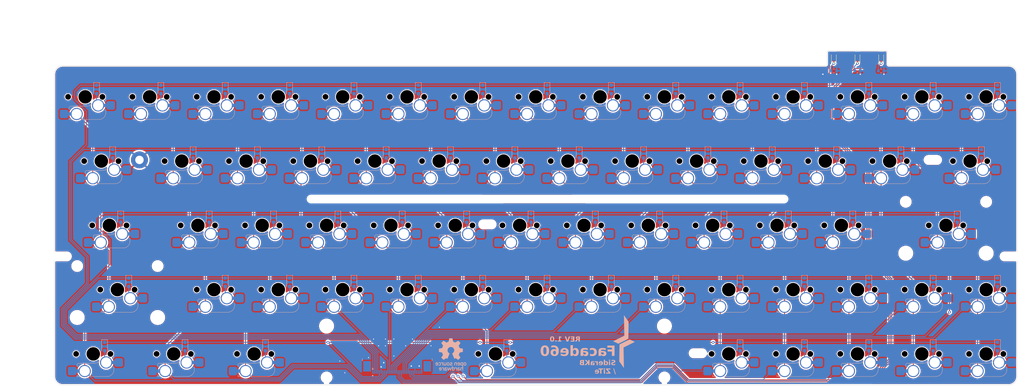
<source format=kicad_pcb>
(kicad_pcb (version 20221018) (generator pcbnew)
  (title_block (title "Facade60") (rev "1.0") (company "SideraKB") (comment 1 "Main board, 2U Shift edition") (comment 2 "Open source hardware, CERN-OHL-P v2") (comment 3 "https://github.com/siderakb/facade"))
  (layers (0 "F.Cu" signal) (31 "B.Cu" signal) (34 "B.Paste" user) (35 "F.Paste" user) (36 "B.SilkS" user "B.Silkscreen") (37 "F.SilkS" user "F.Silkscreen") (38 "B.Mask" user) (39 "F.Mask" user) (44 "Edge.Cuts" user))
  (net 0 "")
  (net 1 "GND")
  (net 2 "Net-(D1-A)")
  (net 3 "Net-(D15-A)")
  (net 4 "Net-(D31-A)")
  (net 5 "Net-(D2-A)")
  (net 6 "Net-(D3-A)")
  (net 7 "Net-(D4-A)")
  (net 8 "Net-(D5-A)")
  (net 9 "Net-(D6-A)")
  (net 10 "Net-(D7-A)")
  (net 11 "Net-(D8-A)")
  (net 12 "Net-(D9-A)")
  (net 13 "Net-(D10-A)")
  (net 14 "Net-(D11-A)")
  (net 15 "Net-(D12-A)")
  (net 16 "Net-(D13-A)")
  (net 17 "Net-(D14-A)")
  (net 18 "Net-(D17-A)")
  (net 19 "Net-(D18-A)")
  (net 20 "Net-(D19-A)")
  (net 21 "Net-(D20-A)")
  (net 22 "Net-(D21-A)")
  (net 23 "Net-(D22-A)")
  (net 24 "Net-(D23-A)")
  (net 25 "Net-(D24-A)")
  (net 26 "Net-(D25-A)")
  (net 27 "Net-(D26-A)")
  (net 28 "Net-(D27-A)")
  (net 29 "Net-(D28-A)")
  (net 30 "Net-(D29-A)")
  (net 31 "Net-(D30-A)")
  (net 32 "Net-(D34-A)")
  (net 33 "Net-(D35-A)")
  (net 34 "Net-(D36-A)")
  (net 35 "Net-(D37-A)")
  (net 36 "Net-(D38-A)")
  (net 37 "Net-(D39-A)")
  (net 38 "Net-(D40-A)")
  (net 39 "Net-(D41-A)")
  (net 40 "Net-(D42-A)")
  (net 41 "Net-(D43-A)")
  (net 42 "Net-(D44-A)")
  (net 43 "Net-(D45-A)")
  (net 44 "Net-(D47-A)")
  (net 45 "Net-(D49-A)")
  (net 46 "Net-(D50-A)")
  (net 47 "Net-(D51-A)")
  (net 48 "Net-(D52-A)")
  (net 49 "Net-(D55-A)")
  (net 50 "Net-(D56-A)")
  (net 51 "Net-(D59-A)")
  (net 52 "Net-(D60-A)")
  (net 53 "Net-(D32-A)")
  (net 54 "Net-(D46-A)")
  (net 55 "Net-(D48-A)")
  (net 56 "Net-(D64-A)")
  (net 57 "Net-(D53-A)")
  (net 58 "Net-(D57-A)")
  (net 59 "Net-(D58-A)")
  (net 60 "Net-(D54-A)")
  (net 61 "ROW0")
  (net 62 "ROW1")
  (net 63 "Net-(D62-A)")
  (net 64 "Net-(D63-A)")
  (net 65 "Net-(D65-A)")
  (net 66 "COL0")
  (net 67 "COL1")
  (net 68 "COL2")
  (net 69 "COL3")
  (net 70 "COL4")
  (net 71 "COL5")
  (net 72 "COL6")
  (net 73 "COL7")
  (net 74 "COL8")
  (net 75 "COL9")
  (net 76 "COL10")
  (net 77 "COL11")
  (net 78 "COL12")
  (net 79 "COL13")
  (net 80 "COL14")
  (net 81 "ROW2")
  (net 82 "ROW3")
  (net 83 "ROW4")
  (net 84 "Net-(D16-A)")
  (net 85 "Net-(D33-A)")
  (net 86 "Net-(D61-A)")
  (net 89 "Net-(LD2-K)")
  (net 91 "Net-(LD1-K)")
  (net 92 "Net-(LD3-K)")
  (net 93 "LED_0")
  (net 94 "LED_1")
  (net 95 "LED_2")
  (footprint "key-switches:SW_MX_HotSwap_PTH_nSilk" (layer "F.Cu") (at 311.89 157.762)
    (fp_text reference "KEY54" hide)
    (fp_text value "SW_Push_45deg" hide)
  )
  (footprint "key-switches:SW_MX_HotSwap_PTH_nSilk" (layer "F.Cu") (at 321.415 119.662)
    (fp_text reference "KEY28" hide)
    (fp_text value "SW_Push_45deg" hide)
  )
  (footprint "PCM_marbastlib-mx:STAB_MX_2.25u" (layer "F.Cu") (at 338.08375 138.712)
    (fp_text reference "S42" hide)
    (fp_text value "MX_stab")
  )
  (footprint "key-switches:SW_MX_HotSwap_PTH_nSilk" (layer "F.Cu") (at 338.08375 138.712)
    (fp_text reference "KEY42" hide)
    (fp_text value "SW_Push_45deg" hide)
  )
  (footprint "key-switches:SW_MX_HotSwap_PTH_nSilk" (layer "F.Cu") (at 226.165 119.662)
    (fp_text reference "KEY23" hide)
    (fp_text value "SW_Push_45deg" hide)
  )
  (footprint "key-switches:SW_MX_HotSwap_PTH_nSilk" (layer "F.Cu") (at 349.99 157.762)
    (fp_text reference "KEY56" hide)
    (fp_text value "SW_Push_45deg" hide)
  )
  (footprint "key-switches:SW_MX_HotSwap_PTH_nSilk" (layer "F.Cu") (at 188.065 119.662)
    (fp_text reference "KEY21" hide)
    (fp_text value "SW_Push_45deg" hide)
  )
  (footprint "key-switches:SW_MX_HotSwap_PTH_nSilk" (layer "F.Cu") (at 178.54 157.762)
    (fp_text reference "KEY47" hide)
    (fp_text value "SW_Push_45deg" hide)
  )
  (footprint "key-switches:SW_MX_HotSwap_PTH_nSilk" (layer "F.Cu") (at 273.79 176.812)
    (fp_text reference "KEY61" hide)
    (fp_text value "SW_Push_45deg" hide)
  )
  (footprint "facade:MountingHole-D" (layer "F.Cu") (at 202.34 138.412)
    (fp_text reference "H8" hide)
    (fp_text value "MountingHole_Pad" hide)
  )
  (footprint "key-switches:SW_MX_HotSwap_PTH_nSilk" (layer "F.Cu") (at 311.89 100.612)
    (fp_text reference "KEY13" hide)
    (fp_text value "SW_Push_45deg" hide)
  )
  (footprint "key-switches:SW_MX_HotSwap_PTH_nSilk" (layer "F.Cu") (at 169.015 119.662)
    (fp_text reference "KEY20" hide)
    (fp_text value "SW_Push_45deg" hide)
  )
  (footprint "key-switches:SW_MX_HotSwap_PTH_nSilk" (layer "F.Cu") (at 211.8775 138.712)
    (fp_text reference "KEY36" hide)
    (fp_text value "SW_Push_45deg" hide)
  )
  (footprint "key-switches:SW_MX_HotSwap_PTH_nSilk" (layer "F.Cu") (at 88.0525 119.662)
    (fp_text reference "KEY16" hide)
    (fp_text value "SW_Push_45deg" hide)
  )
  (footprint "key-switches:SW_MX_HotSwap_PTH_nSilk" (layer "F.Cu") (at 102.34 100.612)
    (fp_text reference "KEY2" hide)
    (fp_text value "SW_Push_45deg" hide)
  )
  (footprint "key-switches:SW_MX_HotSwap_PTH_nSilk" (layer "F.Cu") (at 159.49 157.762)
    (fp_text reference "KEY46" hide)
    (fp_text value "SW_Push_45deg" hide)
  )
  (footprint "key-switches:SW_MX_HotSwap_PTH_nSilk" (layer "F.Cu") (at 307.1275 138.712)
    (fp_text reference "KEY41" hide)
    (fp_text value "SW_Push_45deg" hide)
  )
  (footprint "key-switches:SW_MX_HotSwap_PTH_nSilk" (layer "F.Cu") (at 90.43375 138.712)
    (fp_text reference "KEY30" hide)
    (fp_text value "SW_Push_45deg" hide)
  )
  (footprint "key-switches:SW_MX_HotSwap_PTH_nSilk" (layer "F.Cu") (at 149.965 119.662)
    (fp_text reference "KEY19" hide)
    (fp_text value "SW_Push_45deg" hide)
  )
  (footprint "key-switches:SW_MX_HotSwap_PTH_nSilk" (layer "F.Cu") (at 245.215 119.662)
    (fp_text reference "KEY24" hide)
    (fp_text value "SW_Push_45deg" hide)
  )
  (footprint "key-switches:SW_MX_HotSwap_PTH_nSilk" (layer "F.Cu") (at 273.79 100.612)
    (fp_text reference "KEY11" hide)
    (fp_text value "SW_Push_45deg" hide)
  )
  (footprint "key-switches:SW_MX_HotSwap_PTH_nSilk" (layer "F.Cu") (at 130.915 119.662)
    (fp_text reference "KEY18" hide)
    (fp_text value "SW_Push_45deg" hide)
  )
  (footprint "PCM_marbastlib-mx:STAB_MX_6.25u" (layer "F.Cu") (at 204.73375 176.812 180)
    (fp_text reference "S60" hide)
    (fp_text value "MX_stab")
  )
  (footprint "key-switches:SW_MX_HotSwap_PTH_nSilk" (layer "F.Cu") (at 135.6775 138.712)
    (fp_text reference "KEY32" hide)
    (fp_text value "SW_Push_45deg" hide)
  )
  (footprint "key-switches:SW_MX_HotSwap_PTH_nSilk" (layer "F.Cu") (at 92.815 157.762)
    (fp_text reference "KEY43" hide)
    (fp_text value "SW_Push_45deg" hide)
  )
  (footprint "PCM_marbastlib-mx:STAB_MX_2u" (layer "F.Cu") (at 92.815 157.762)
    (fp_text reference "S43" hide)
    (fp_text value "MX_stab")
  )
  (footprint "key-switches:SW_MX_HotSwap_PTH_nSilk" (layer "F.Cu") (at 140.44 100.612)
    (fp_text reference "KEY4" hide)
    (fp_text value "SW_Push_45deg" hide)
  )
  (footprint "LED_SMD:LED_0603_1608Metric" (layer "F.Cu") (at 311.89 88.912 90)
    (fp_text reference "LD2" hide)
    (fp_text value "Blue")
  )
  (footprint "facade:MountingHole-D" (layer "F.Cu") (at 334.19 119.312)
    (fp_text reference "H10" hide)
    (fp_text value "MountingHole_Pad" hide)
  )
  (footprint "key-switches:SW_MX_HotSwap_PTH_nSilk" (layer "F.Cu") (at 311.89 176.812)
    (fp_text reference "KEY63" hide)
    (fp_text value "SW_Push_45deg" hide)
  )
  (footprint "key-switches:SW_MX_HotSwap_PTH_nSilk" (layer "F.Cu") (at 345.2275 119.662)
    (fp_text reference "KEY29" hide)
    (fp_text value "SW_Push_45deg" hide)
  )
  (footprint "key-switches:SW_MX_HotSwap_PTH_nSilk" (layer "F.Cu") (at 283.315 119.662)
    (fp_text reference "KEY26" hide)
    (fp_text value "SW_Push_45deg" hide)
  )
  (footprint "key-switches:SW_MX_HotSwap_PTH_nSilk" (layer "F.Cu") (at 216.64 100.612)
    (fp_text reference "KEY8" hide)
    (fp_text value "SW_Push_45deg" hide)
  )
  (footprint "key-switches:SW_MX_HotSwap_PTH_nSilk" (layer "F.Cu") (at 330.94 100.612)
    (fp_text reference "KEY14" hide)
    (fp_text value "SW_Push_45deg" hide)
  )
  (footprint "key-switches:SW_MX_HotSwap_PTH_nSilk" (layer "F.Cu") (at 121.39 100.612)
    (fp_text reference "KEY3" hide)
    (fp_text value "SW_Push_45deg" hide)
  )
  (footprint "key-switches:SW_MX_HotSwap_PTH_nSilk" (layer "F.Cu") (at 292.84 176.812)
    (fp_text reference "KEY62" hide)
    (fp_text value "SW_Push_45deg" hide)
  )
  (footprint "key-switches:SW_MX_HotSwap_PTH_nSilk" (layer "F.Cu") (at 207.115 119.662)
    (fp_text reference "KEY22" hide)
    (fp_text value "SW_Push_45deg" hide)
  )
  (footprint "key-switches:SW_MX_HotSwap_PTH_nSilk" (layer "F.Cu") (at 292.84 157.762)
    (fp_text reference "KEY53" hide)
    (fp_text value "SW_Push_45deg" hide)
  )
  (footprint "key-switches:SW_MX_HotSwap_PTH_nSilk" (layer "F.Cu") (at 264.265 119.662)
    (fp_text reference "KEY25" hide)
    (fp_text value "SW_Push_45deg" hide)
  )
  (footprint "key-switches:SW_MX_HotSwap_PTH_nSilk" (layer "F.Cu") (at 173.7775 138.712)
    (fp_text reference "KEY34" hide)
    (fp_text value "SW_Push_45deg" hide)
  )
  (footprint "key-switches:SW_MX_HotSwap_PTH_nSilk" (layer "F.Cu") (at 204.73375 176.812)
    (fp_text reference "KEY60" hide)
    (fp_text value "SW_Push_45deg" hide)
  )
  (footprint "key-switches:SW_MX_HotSwap_PTH_nSilk" (layer "F.Cu") (at 197.59 157.762)
    (fp_text reference "KEY48" hide)
    (fp_text value "SW_Push_45deg" hide)
  )
  (footprint "key-switches:SW_MX_HotSwap_PTH_nSilk" (layer "F.Cu") (at 178.54 100.612)
    (fp_text reference "KEY6" hide)
    (fp_text value "SW_Push_45deg" hide)
  )
  (footprint "key-switches:SW_MX_HotSwap_PTH_nSilk" (layer "F.Cu") (at 159.49 100.612)
    (fp_text reference "KEY5" hide)
    (fp_text value "SW_Push_45deg" hide)
  )
  (footprint "key-switches:SW_MX_HotSwap_PTH_nSilk" (layer "F.Cu") (at 273.79 157.762)
    (fp_text reference "KEY52" hide)
    (fp_text value "SW_Push_45deg" hide)
  )
  (footprint "key-switches:SW_MX_HotSwap_PTH_nSilk" (layer "F.Cu") (at 192.8275 138.712)
    (fp_text reference "KEY35" hide)
    (fp_text value "SW_Push_45deg" hide)
  )
  (footprint "key-switches:SW_MX_HotSwap_PTH_nSilk" (layer "F.Cu") (at 235.69 100.612)
    (fp_text reference "KEY9" hide)
    (fp_text value "SW_Push_45deg" hide)
  )
  (footprint "key-switches:SW_MX_HotSwap_PTH_nSilk" (layer "F.Cu") (at 116.6275 138.712)
    (fp_text reference "KEY31" hide)
    (fp_text value "SW_Push_45deg" hide)
  )
  (footprint "key-switches:SW_MX_HotSwap_PTH_nSilk" (layer "F.Cu") (at 133.29625 176.812)
    (fp_text reference "KEY59" hide)
    (fp_text value "SW_Push_45deg" hide)
  )
  (footprint "LED_SMD:LED_0603_1608Metric" (layer "F.Cu") (at 318.89 88.912 90)
    (fp_text reference "LD3" hide)
    (fp_text value "Blue")
  )
  (footprint "facade:MountingHole-C" (layer "F.Cu") (at 75.599 147.913)
    (fp_text reference "H6" hide)
    (fp_text value "MountingHole" hide)
  )
  (footprint "facade:MountingHole-B" (layer "F.Cu") (at 99.34 119.312)
    (fp_text reference "H11" hide)
    (fp_text value "MountingHole_Pad" hide)
  )
  (footprint "key-switches:SW_MX_HotSwap_PTH_nSilk" (layer "F.Cu") (at 216.64 157.762)
    (fp_text reference "KEY49" hide)
    (fp_text value "SW_Push_45deg" hide)
  )
  (footprint "key-switches:SW_MX_HotSwap_PTH_nSilk" (layer "F.Cu") (at 109.48375 176.812)
    (fp_text reference "KEY58" hide)
    (fp_text value "SW_Push_45deg" hide)
  )
  (footprint "key-switches:SW_MX_HotSwap_PTH_nSilk" (layer "F.Cu") (at 83.29 100.612)
    (fp_text reference "KEY1" hide)
    (fp_text value "SW_Push_45deg" hide)
  )
  (footprint "key-switches:SW_MX_HotSwap_PTH_nSilk" (layer "F.Cu") (at 154.7275 138.712)
    (fp_text reference "KEY33" hide)
    (fp_text value "SW_Push_45deg" hide)
  )
  (footprint "key-switches:SW_MX_HotSwap_PTH_nSilk" (layer "F.Cu") (at 254.74 157.762)
    (fp_text reference "KEY51" hide)
    (fp_text value "SW_Push_45deg" hide)
  )
  (footprint "key-switches:SW_MX_HotSwap_PTH_nSilk" (layer "F.Cu") (at 292.84 100.612)
    (fp_text reference "KEY12" hide)
    (fp_text value "SW_Push_45deg" hide)
  )
  (footprint "key-switches:SW_MX_HotSwap_PTH_nSilk" (layer "F.Cu") (at 349.99 100.612)
    (fp_text reference "KEY15" hide)
    (fp_text value "SW_Push_45deg" hide)
  )
  (footprint "key-switches:SW_MX_HotSwap_PTH_nSilk" (layer "F.Cu") (at 330.94 176.812)
    (fp_text reference "KEY64" hide)
    (fp_text value "SW_Push_45deg" hide)
  )
  (footprint "key-switches:SW_MX_HotSwap_PTH_nSilk" (layer "F.Cu") (at 235.69 157.762)
    (fp_text reference "KEY50" hide)
    (fp_text value "SW_Push_45deg" hide)
  )
  (footprint "key-switches:SW_MX_HotSwap_PTH_nSilk" (layer "F.Cu") (at 140.44 157.762)
    (fp_text reference "KEY45" hide)
    (fp_text value "SW_Push_45deg" hide)
  )
  (footprint "LED_SMD:LED_0603_1608Metric" (layer "F.Cu") (at 304.89 88.912 90)
    (fp_text reference "LD1" hide)
    (fp_text value "Blue")
  )
  (footprint "key-switches:SW_MX_HotSwap_PTH_nSilk" (layer "F.Cu") (at 349.99 176.812)
    (fp_text reference "KEY65" hide)
    (fp_text value "SW_Push_45deg" hide)
  )
  (footprint "facade:MountingHole-C" (layer "F.Cu") (at 357.68 147.913)
    (fp_text reference "H5" hide)
    (fp_text value "MountingHole" hide)
  )
  (footprint "key-switches:SW_MX_HotSwap_PTH_nSilk" (layer "F.Cu") (at 111.865 119.662)
    (fp_text reference "KEY17" hide)
    (fp_text value "SW_Push_45deg" hide)
  )
  (footprint "key-switches:SW_MX_HotSwap_PTH_nSilk" (layer "F.Cu") (at 121.39 157.762)
    (fp_text reference "KEY44" hide)
    (fp_text value "SW_Push_45deg" hide)
  )
  (footprint "key-switches:SW_MX_HotSwap_PTH_nSilk" (layer "F.Cu") (at 249.9775 138.712)
    (fp_text reference "KEY38" hide)
    (fp_text value "SW_Push_45deg" hide)
  )
  (footprint "key-switches:SW_MX_HotSwap_PTH_nSilk" (layer "F.Cu") (at 254.74 100.612)
    (fp_text reference "KEY10" hide)
    (fp_text value "SW_Push_45deg" hide)
  )
  (footprint "key-switches:SW_MX_HotSwap_PTH_nSilk" (layer "F.Cu") (at 330.94 157.762)
    (fp_text reference "KEY55" hide)
    (fp_text value "SW_Push_45deg" hide)
  )
  (footprint "facade:MountingHole-D" (layer "F.Cu") (at 264.64 176.612)
    (fp_text reference "H9" hide)
    (fp_text value "MountingHole_Pad" hide)
  )
  (footprint "key-switches:SW_MX_HotSwap_PTH_nSilk" (layer "F.Cu") (at 230.9275 138.712)
    (fp_text reference "KEY37" hide)
    (fp_text value "SW_Push_45deg" hide)
  )
  (footprint "key-switches:SW_MX_HotSwap_PTH_nSilk" (layer "F.Cu") (at 85.67125 176.812)
    (fp_text reference "KEY57" hide)
    (fp_text value "SW_Push_45deg" hide)
  )
  (footprint "key-switches:SW_MX_HotSwap_PTH_nSilk" (layer "F.Cu") (at 288.0775 138.712)
    (fp_text reference "KEY40" hide)
    (fp_text value "SW_Push_45deg" hide)
  )
  (footprint "key-switches:SW_MX_HotSwap_PTH_nSilk" (layer "F.Cu") (at 302.365 119.662)
    (fp_text reference "KEY27" hide)
    (fp_text value "SW_Push_45deg" hide)
  )
  (footprint "key-switches:SW_MX_HotSwap_PTH_nSilk" (layer "F.Cu") (at 269.0275 138.712)
    (fp_text reference "KEY39" hide)
    (fp_text value "SW_Push_45deg" hide)
  )
  (footprint "key-switches:SW_MX_HotSwap_PTH_nSilk" (layer "F.Cu") (at 197.59 100.612)
    (fp_text reference "KEY7" hide)
    (fp_text value "SW_Push_45deg" hide)
  )
  (footprint "Diode_SMD:D_SOD-323_HandSoldering" (layer "B.Cu") (at 258.09 155.562 -90)
    (fp_text reference "D51" hide)
    (fp_text value "1N4148")
  )
  (footprint "Diode_SMD:D_SOD-323_HandSoldering" (layer "B.Cu") (at 353.34 155.562 -90)
    (fp_text reference "D56" hide)
    (fp_text value "1N4148")
  )
  (footprint "Diode_SMD:D_SOD-323_HandSoldering" (layer "B.Cu") (at 315.24 174.612 -90)
    (fp_text reference "D63" hide)
    (fp_text value "1N4148")
  )
  (footprint "Diode_SMD:D_SOD-323_HandSoldering" (layer "B.Cu") (at 353.34 98.412 -90)
    (fp_text reference "D15" hide)
    (fp_text value "1N4148")
  )
  (footprint "Diode_SMD:D_SOD-323_HandSoldering" (layer "B.Cu") (at 200.94 98.412 -90)
    (fp_text reference "D7" hide)
    (fp_text value "1N4148")
  )
  (footprint "Diode_SMD:D_SOD-323_HandSoldering" (layer "B.Cu") (at 181.89 98.412 -90)
    (fp_text reference "D6" hide)
    (fp_text value "1N4148")
  )
  (footprint "Diode_SMD:D_SOD-323_HandSoldering" (layer "B.Cu") (at 353.34 174.612 -90)
    (fp_text reference "D65" hide)
    (fp_text value "1N4148")
  )
  (footprint "Diode_SMD:D_SOD-323_HandSoldering" (layer "B.Cu") (at 91.4025 117.462 -90)
    (fp_text reference "D16" hide)
    (fp_text value "1N4148")
  )
  (footprint "Diode_SMD:D_SOD-323_HandSoldering" (layer "B.Cu") (at 296.19 174.612 -90)
    (fp_text reference "D62" hide)
    (fp_text value "1N4148")
  )
  (footprint "Diode_SMD:D_SOD-323_HandSoldering" (layer "B.Cu") (at 334.29 174.612 -90)
    (fp_text reference "D64" hide)
    (fp_text value "1N4148")
  )
  (footprint "Diode_SMD:D_SOD-323_HandSoldering" (layer "B.Cu") (at 134.265 117.462 -90)
    (fp_text reference "D18" hide)
    (fp_text value "1N4148")
  )
  (footprint "Diode_SMD:D_SOD-323_HandSoldering" (layer "B.Cu") (at 348.5775 117.462 -90)
    (fp_text reference "D29" hide)
    (fp_text value "1N4148")
  )
  (footprint "Diode_SMD:D_SOD-323_HandSoldering" (layer "B.Cu") (at 210.465 117.462 -90)
    (fp_text reference "D22" hide)
    (fp_text value "1N4148")
  )
  (footprint "Diode_SMD:D_SOD-323_HandSoldering" (layer "B.Cu") (at 272.3775 136.512 -90)
    (fp_text reference "D39" hide)
    (fp_text value "1N4148")
  )
  (footprint "Diode_SMD:D_SOD-323_HandSoldering" (layer "B.Cu") (at 315.24 98.412 -90)
    (fp_text reference "D13" hide)
    (fp_text value "1N4148")
  )
  (footprint "Diode_SMD:D_SOD-323_HandSoldering" (layer "B.Cu") (at 229.515 117.462 -90)
    (fp_text reference "D23" hide)
    (fp_text value "1N4148")
  )
  (footprint "Connector_FFC-FPC:TE_3-1734839-0_1x30-1MP_P0.5mm_Horizontal" (layer "B.Cu") (at 175.64 180.837)
    (fp_text reference "J1" hide)
    (fp_text value "Conn_01x30")
  )
  (footprint "Diode_SMD:D_SOD-323_HandSoldering" (layer "B.Cu") (at 239.04 98.412 -90)
    (fp_text reference "D9" hide)
    (fp_text value "1N4148")
  )
  (footprint "Diode_SMD:D_SOD-323_HandSoldering" (layer "B.Cu") (at 305.715 117.462 -90)
    (fp_text reference "D27" hide)
    (fp_text value "1N4148")
  )
  (footprint "Diode_SMD:D_SOD-323_HandSoldering" (layer "B.Cu") (at 234.2775 136.512 -90)
    (fp_text reference "D37" hide)
    (fp_text value "1N4148")
  )
  (footprint "Diode_SMD:D_SOD-323_HandSoldering" (layer "B.Cu") (at 334.29 98.412 -90)
    (fp_text reference "D14" hide)
    (fp_text value "1N4148")
  )
  (footprint "Diode_SMD:D_SOD-323_HandSoldering" (layer "B.Cu") (at 143.79 98.412 -90)
    (fp_text reference "D4" hide)
    (fp_text value "1N4148")
  )
  (footprint "Diode_SMD:D_SOD-323_HandSoldering" (layer "B.Cu") (at 334.29 155.562 -90)
    (fp_text reference "D55" hide)
    (fp_text value "1N4148")
  )
  (footprint "Diode_SMD:D_SOD-323_HandSoldering" (layer "B.Cu") (at 219.99 155.562 -90)
    (fp_text reference "D49" hide)
    (fp_text value "1N4148")
  )
  (footprint "Diode_SMD:D_SOD-323_HandSoldering" (layer "B.Cu") (at 93.78375 136.512 -90)
    (fp_text reference "D30" hide)
    (fp_text value "1N4148")
  )
  (footprint "Diode_SMD:D_SOD-323_HandSoldering" (layer "B.Cu") (at 158.0775 136.512 -90)
    (fp_text reference "D33" hide)
    (fp_text value "1N4148")
  )
  (footprint "Diode_SMD:D_SOD-323_HandSoldering" (layer "B.Cu") (at 136.64625 174.612 -90)
    (fp_text reference "D59" hide)
    (fp_text value "1N4148")
  )
  (footprint "Diode_SMD:D_SOD-323_HandSoldering" (layer "B.Cu") (at 105.69 98.412 -90)
    (fp_text reference "D2" hide)
    (fp_text value "1N4148")
  )
  (footprint "Diode_SMD:D_SOD-323_HandSoldering" (layer "B.Cu") (at 277.14 155.562 -90)
    (fp_text reference "D52" hide)
    (fp_text value "1N4148")
  )
  (footprint "Diode_SMD:D_SOD-323_HandSoldering" (layer "B.Cu") (at 248.565 117.462 -90)
    (fp_text reference "D24" hide)
    (fp_text value "1N4148")
  )
  (footprint "Diode_SMD:D_SOD-323_HandSoldering" (layer "B.Cu") (at 239.04 155.562 -90)
    (fp_text reference "D50" hide)
    (fp_text value "1N4148")
  )
  (footprint "Diode_SMD:D_SOD-323_HandSoldering" (layer "B.Cu") (at 162.84 98.412 -90)
    (fp_text reference "D5" hide)
    (fp_text value "1N4148")
  )
  (footprint "Diode_SMD:D_SOD-323_HandSoldering" (layer "B.Cu") (at 215.2275 136.512 -90)
    (fp_text reference "D36" hide)
    (fp_text value "1N4148")
  )
  (footprint "Diode_SMD:D_SOD-323_HandSoldering" (layer "B.Cu") (at 291.4275 136.512 -90)
    (fp_text reference "D40" hide)
    (fp_text value "1N4148")
  )
  (footprint "Diode_SMD:D_SOD-323_HandSoldering" (layer "B.Cu") (at 286.665 117.462 -90)
    (fp_text reference "D26" hide)
    (fp_text value "1N4148")
  )
  (footprint "Diode_SMD:D_SOD-323_HandSoldering" (layer "B.Cu") (at 177.1275 136.512 -90)
    (fp_text reference "D34" hide)
    (fp_text value "1N4148")
  )
  (footprint "Diode_SMD:D_SOD-323_HandSoldering" (layer "B.Cu") (at 153.315 117.462 -90)
    (fp_text reference "D19" hide)
    (fp_text value "1N4148")
  )
  (footprint "Diode_SMD:D_SOD-323_HandSoldering" (layer "B.Cu") (at 139.0275 136.512 -90)
    (fp_text reference "D32" hide)
    (fp_text value "1N4148")
  )
  (footprint "Diode_SMD:D_SOD-323_HandSoldering" (layer "B.Cu") (at 200.94 155.562 -90)
    (fp_text reference "D48" hide)
    (fp_text value "1N4148")
  )
  (footprint "Diode_SMD:D_SOD-323_HandSoldering" (layer "B.Cu") (at 96.165 155.562 -90)
    (fp_text reference "D43" hide)
    (fp_text value "1N4148")
  )
  (footprint "Diode_SMD:D_SOD-323_HandSoldering" (layer "B.Cu") (at 124.74 98.412 -90)
    (fp_text reference "D3" hide)
    (fp_text value "1N4148")
  )
  (footprint "Diode_SMD:D_SOD-323_HandSoldering" (layer "B.Cu") (at 315.24 155.562 -90)
    (fp_text reference "D54" hide)
    (fp_text value "1N4148")
  )
  (footprint "Diode_SMD:D_SOD-323_HandSoldering" (layer "B.Cu") (at 119.9775 136.512 -90)
    (fp_text reference "D31" hide)
    (fp_text value "1N4148")
  )
  (footprint "Diode_SMD:D_SOD-323_HandSoldering" (layer "B.Cu") (at 296.19 98.412 -90)
    (fp_text reference "D12" hide)
    (fp_text value "1N4148")
  )
  (footprint "Diode_SMD:D_SOD-323_HandSoldering" (layer "B.Cu") (at 310.4775 136.512 -90)
    (fp_text reference "D41" hide)
    (fp_text value "1N4148")
  )
  (footprint "Diode_SMD:D_SOD-323_HandSoldering" (layer "B.Cu") (at 143.79 155.562 -90)
    (fp_text reference "D45" hide)
    (fp_text value "1N4148")
  )
  (footprint "Diode_SMD:D_SOD-323_HandSoldering" (layer "B.Cu") (at 277.14 174.612 -90)
    (fp_text reference "D61" hide)
    (fp_text value "1N4148")
  )
  (footprint "Diode_SMD:D_SOD-323_HandSoldering" (layer "B.Cu") (at 341.43375 136.512 -90)
    (fp_text reference "D42" hide)
    (fp_text value "1N4148")
  )
  (footprint "Diode_SMD:D_SOD-323_HandSoldering" (layer "B.Cu") (at 324.765 117.462 -90)
    (fp_text reference "D28" hide)
    (fp_text value "1N4148")
  )
  (footprint "Diode_SMD:D_SOD-323_HandSoldering" (layer "B.Cu") (at 277.14 98.412 -90)
    (fp_text reference "D11" hide)
    (fp_text value "1N4148")
  )
  (footprint "Diode_SMD:D_SOD-323_HandSoldering" (layer "B.Cu") (at 196.1775 136.512 -90)
    (fp_text reference "D35" hide)
    (fp_text value "1N4148")
  )
  (footprint "Diode_SMD:D_SOD-323_HandSoldering" (layer "B.Cu") (at 296.19 155.562 -90)
    (fp_text reference "D53" hide)
    (fp_text value "1N4148")
  )
  (footprint "Diode_SMD:D_SOD-323_HandSoldering" (layer "B.Cu") (at 112.83375 174.612 -90)
    (fp_text reference "D58" hide)
    (fp_text value "1N4148")
  )
  (footprint "Resistor_SMD:R_0603_1608Metric" (layer "B.Cu") (at 318.89 92.912)
    (fp_text reference "R3" hide)
    (fp_text value "1k")
  )
  (footprint "Diode_SMD:D_SOD-323_HandSoldering" (layer "B.Cu") (at 124.74 155.562 -90)
    (fp_text reference "D44" hide)
    (fp_text value "1N4148")
  )
  (footprint "Diode_SMD:D_SOD-323_HandSoldering" (layer "B.Cu") (at 191.415 117.462 -90)
    (fp_text reference "D21" hide)
    (fp_text value "1N4148")
  )
  (footprint "Diode_SMD:D_SOD-323_HandSoldering" (layer "B.Cu") (at 208.08375 174.612 -90)
    (fp_text reference "D60" hide)
    (fp_text value "1N4148")
  )
  (footprint "Diode_SMD:D_SOD-323_HandSoldering" (layer "B.Cu") (at 181.89 155.562 -90)
    (fp_text reference "D47" hide)
    (fp_text value "1N4148")
  )
  (footprint "Resistor_SMD:R_0603_1608Metric" (layer "B.Cu") (at 304.89 92.912)
    (fp_text reference "R1" hide)
    (fp_text value "1k")
  )
  (footprint "Resistor_SMD:R_0603_1608Metric" (layer "B.Cu") (at 311.89 92.912)
    (fp_text reference "R2" hide)
    (fp_text value "1k")
  )
  (footprint "Diode_SMD:D_SOD-323_HandSoldering" (layer "B.Cu") (at 172.365 117.462 -90)
    (fp_text reference "D20" hide)
    (fp_text value "1N4148")
  )
  (footprint "Diode_SMD:D_SOD-323_HandSoldering" (layer "B.Cu") (at 162.84 155.562 -90)
    (fp_text reference "D46" hide)
    (fp_text value "1N4148")
  )
  (footprint "Diode_SMD:D_SOD-323_HandSoldering" (layer "B.Cu") (at 115.215 117.462 -90)
    (fp_text reference "D17" hide)
    (fp_text value "1N4148")
  )
  (footprint "Diode_SMD:D_SOD-323_HandSoldering" (layer "B.Cu") (at 267.615 117.462 -90)
    (fp_text reference "D25" hide)
    (fp_text value "1N4148")
  )
  (footprint "Diode_SMD:D_SOD-323_HandSoldering" (layer "B.Cu") (at 89.02125 174.612 -90)
    (fp_text reference "D57" hide)
    (fp_text value "1N4148")
  )
  (footprint "Diode_SMD:D_SOD-323_HandSoldering" (layer "B.Cu") (at 86.64 98.412 -90)
    (fp_text reference "D1" hide)
    (fp_text value "1N4148")
  )
  (footprint "Diode_SMD:D_SOD-323_HandSoldering" (layer "B.Cu") (at 219.99 98.412 -90)
    (fp_text reference "D8" hide)
    (fp_text value "1N4148")
  )
  (footprint "Diode_SMD:D_SOD-323_HandSoldering" (layer "B.Cu") (at 258.09 98.412 -90)
    (fp_text reference "D10" hide)
    (fp_text value "1N4148")
  )
  (footprint "Diode_SMD:D_SOD-323_HandSoldering" (layer "B.Cu") (at 253.3275 136.512 -90)
    (fp_text reference "D38" hide)
    (fp_text value "1N4148")
  )
  (gr_poly (pts (xy 187.339781 179.30307) (xy 187.320393 179.304423) (xy 187.301225 179.306663) (xy 187.282304 179.309779) (xy 187.26366 179.313758) (xy 187.24532 179.318588) (xy 187.227312 179.324257) (xy 187.209665 179.330754) (xy 187.192406 179.338066) (xy 187.175565 179.346182) (xy 187.159169 179.355089) (xy 187.143246 179.364776) (xy 187.127825 179.375229) (xy 187.112934 179.386439) (xy 187.098601 179.398392) (xy 187.084854 179.411076) (xy 187.071722 179.42448) (xy 187.059233 179.438591) (xy 187.047414 179.453398) (xy 187.036295 179.468888) (xy 187.025903 179.48505) (xy 187.016267 179.501871) (xy 187.007414 179.51934) (xy 186.999374 179.537445) (xy 186.992174 179.556173) (xy 186.985842 179.575513) (xy 186.980407 179.595453) (xy 186.975897 179.61598) (xy 186.97234 179.637083) (xy 186.969764 179.658749) (xy 186.968198 179.680967) (xy 186.96767 179.703725) (xy 186.96767 179.861152) (xy 187.559861 179.861152) (xy 187.559583 179.875511) (xy 187.558756 179.889421) (xy 187.557391 179.902879) (xy 187.5555 179.915887) (xy 187.553093 179.928442) (xy 187.550181 179.940546) (xy 187.546775 179.952197) (xy 187.542886 179.963396) (xy 187.538525 179.974142) (xy 187.533703 179.984434) (xy 187.52843 179.994273) (xy 187.522719 180.003658) (xy 187.516579 180.012588) (xy 187.510021 180.021064) (xy 187.503058 180.029084) (xy 187.495699 180.036649) (xy 187.487955 180.043758) (xy 187.479838 180.050412) (xy 187.471359 180.056608) (xy 187.462528 180.062348) (xy 187.453356 180.067631) (xy 187.443854 180.072456) (xy 187.434034 180.076823) (xy 187.423906 180.080732) (xy 187.41348 180.084183) (xy 187.402769 180.087174) (xy 187.391783 180.089706) (xy 187.380533 180.091779) (xy 187.36903 180.093392) (xy 187.357285 180.094544) (xy 187.345309 180.095236) (xy 187.333112 180.095466) (xy 187.319352 180.095073) (xy 187.305502 180.093902) (xy 187.291604 180.091968) (xy 187.277699 180.089283) (xy 187.263827 180.085863) (xy 187.250029 180.08172) (xy 187.236347 180.076869) (xy 187.222821 180.071323) (xy 187.209492 180.065097) (xy 187.196402 180.058203) (xy 187.18359 180.050656) (xy 187.171098 180.042469) (xy 187.158968 180.033657) (xy 187.147239 180.024232) (xy 187.135952 180.01421) (xy 187.12515 180.003603) (xy 186.986455 180.121608) (xy 187.004333 180.141245) (xy 187.022839 180.159417) (xy 187.041941 180.17615) (xy 187.061606 180.191472) (xy 187.0818 180.205411) (xy 187.10249 180.217994) (xy 187.123643 180.229248) (xy 187.145225 180.239201) (xy 187.167203 180.247881) (xy 187.189545 180.255314) (xy 187.212216 180.261528) (xy 187.235184 180.266551) (xy 187.258415 180.27041) (xy 187.281876 180.273132) (xy 187.305534 180.274746) (xy 187.329355 180.275277) (xy 187.366217 180.274129) (xy 187.403445 180.270487) (xy 187.440662 180.264055) (xy 187.477487 180.254537) (xy 187.513543 180.241636) (xy 187.531164 180.233824) (xy 187.548451 180.225056) (xy 187.565355 180.215295) (xy 187.581831 180.204502) (xy 187.59783 180.192642) (xy 187.613306 180.179677) (xy 187.62821 180.16557) (xy 187.642496 180.150285) (xy 187.656116 180.133783) (xy 187.669023 180.116029) (xy 187.68117 180.096985) (xy 187.692508 180.076614) (xy 187.702992 180.054879) (xy 187.712573 180.031743) (xy 187.721204 180.007169) (xy 187.728837 179.98112) (xy 187.735427 179.953559) (xy 187.740924 179.924449) (xy 187.745282 179.893753) (xy 187.748454 179.861434) (xy 187.750392 179.827455) (xy 187.751048 179.791778) (xy 187.750446 179.757897) (xy 187.748668 179.725451) (xy 187.746635 179.703778) (xy 187.559861 179.703778) (xy 187.158858 179.703778) (xy 187.159612 179.690439) (xy 187.160808 179.677497) (xy 187.162435 179.664954) (xy 187.164487 179.652813) (xy 187.166954 179.641075) (xy 187.169828 179.629741) (xy 187.1731 179.618814) (xy 187.176762 179.608295) (xy 187.180806 179.598185) (xy 187.185222 179.588487) (xy 187.190002 179.579202) (xy 187.195137 179.570331) (xy 187.20062 179.561877) (xy 187.206441 179.553841) (xy 187.212592 179.546224) (xy 187.219065 179.539029) (xy 187.22585 179.532257) (xy 187.23294 179.52591) (xy 187.240325 179.519989) (xy 187.247997 179.514497) (xy 187.255949 179.509434) (xy 187.26417 179.504802) (xy 187.272653 179.500604) (xy 187.281389 179.496841) (xy 187.290369 179.493514) (xy 187.299586 179.490625) (xy 187.30903 179.488176) (xy 187.318692 179.486168) (xy 187.328565 179.484604) (xy 187.33864 179.483485) (xy 187.348908 179.482812) (xy 187.35936 179.482587) (xy 187.369818 179.482812) (xy 187.380102 179.483485) (xy 187.390202 179.484604) (xy 187.400108 179.486168) (xy 187.409811 179.488176) (xy 187.419302 179.490625) (xy 187.42857 179.493514) (xy 187.437606 179.496841) (xy 187.446401 179.500604) (xy 187.454944 179.504802) (xy 187.463227 179.509434) (xy 187.471239 179.514497) (xy 187.47897 179.519989) (xy 187.486413 179.52591) (xy 187.493555 179.532257) (xy 187.500389 179.539029) (xy 187.506905 179.546224) (xy 187.513092 179.55384) (xy 187.518941 179.561877) (xy 187.524443 179.570331) (xy 187.529587 179.579201) (xy 187.534366 179.588487) (xy 187.538767 179.598185) (xy 187.542783 179.608294) (xy 187.546403 179.618814) (xy 187.549618 179.629741) (xy 187.552419 179.641075) (xy 187.554795 179.652813) (xy 187.556736 179.664954) (xy 187.558235 179.677496) (xy 187.559279 179.690438) (xy 187.559861 179.703778) (xy 187.746635 179.703778) (xy 187.745757 179.694418) (xy 187.741755 179.664774) (xy 187.736705 179.636495) (xy 187.73065 179.609558) (xy 187.723631 179.583938) (xy 187.715691 179.559613) (xy 187.706872 179.536559) (xy 187.697218 179.514751) (xy 187.686771 179.494167) (xy 187.675573 179.474782) (xy 187.663666 179.456573) (xy 187.651094 179.439517) (xy 187.637898 179.42359) (xy 187.624121 179.408768) (xy 187.609806 179.395027) (xy 187.594995 179.382344) (xy 187.57973 179.370695) (xy 187.564055 179.360057) (xy 187.548011 179.350406) (xy 187.531641 179.341718) (xy 187.514987 179.333969) (xy 187.498093 179.327137) (xy 187.481 179.321197) (xy 187.463751 179.316126) (xy 187.446388 179.311899) (xy 187.428955 179.308494) (xy 187.394044 179.304054) (xy 187.359359 179.302617)) (fill solid) (layer "B.SilkS"))
  (gr_poly (pts (xy 192.811388 180.803766) (xy 192.797423 180.804735) (xy 192.783746 180.806329) (xy 192.770346 180.808533) (xy 192.75721 180.811329) (xy 192.744329 180.814702) (xy 192.73169 180.818635) (xy 192.719282 180.823111) (xy 192.707094 180.828115) (xy 192.695116 180.833629) (xy 192.683335 180.839637) (xy 192.671741 180.846124) (xy 192.660321 180.853071) (xy 192.649066 180.860464) (xy 192.637963 180.868285) (xy 192.627002 180.876518) (xy 192.765643 181.041459) (xy 192.773931 181.03536) (xy 192.781954 181.029734) (xy 192.789758 181.024572) (xy 192.797386 181.01986) (xy 192.804882 181.01559) (xy 192.812291 181.011749) (xy 192.819656 181.008326) (xy 192.82702 181.005311) (xy 192.834429 181.002692) (xy 192.841926 181.000458) (xy 192.849554 180.998598) (xy 192.857359 180.997101) (xy 192.865383 180.995956) (xy 192.873671 180.995152) (xy 192.882267 180.994678) (xy 192.891215 180.994523) (xy 192.908743 180.995231) (xy 192.926096 180.997374) (xy 192.943141 181.000979) (xy 192.959748 181.006072) (xy 192.967845 181.009186) (xy 192.975784 181.012682) (xy 192.983546 181.016564) (xy 192.991117 181.020834) (xy 192.998479 181.025498) (xy 193.005615 181.030557) (xy 193.01251 181.036015) (xy 193.019147 181.041876) (xy 193.02551 181.048143) (xy 193.031581 181.05482) (xy 193.037345 181.061909) (xy 193.042785 181.069414) (xy 193.047885 181.077339) (xy 193.052627 181.085687) (xy 193.056996 181.094461) (xy 193.060976 181.103665) (xy 193.064548 181.113302) (xy 193.067698 181.123376) (xy 193.070409 181.133889) (xy 193.072663 181.144846) (xy 193.074446 181.156249) (xy 193.075739 181.168102) (xy 193.076527 181.180408) (xy 193.076794 181.193171) (xy 193.076794 181.76483) (xy 193.267929 181.76483) (xy 193.267929 180.814711) (xy 193.076794 180.814711) (xy 193.076794 180.915888) (xy 193.073037 180.915888) (xy 193.06149 180.902277) (xy 193.049343 180.889543) (xy 193.036613 180.877686) (xy 193.023317 180.866707) (xy 193.009471 180.856605) (xy 192.995093 180.84738) (xy 192.980197 180.839034) (xy 192.964802 180.831565) (xy 192.948924 180.824975) (xy 192.93258 180.819262) (xy 192.915785 180.814428) (xy 192.898558 180.810473) (xy 192.880914 180.807396) (xy 192.862871 180.805198) (xy 192.844444 180.803879) (xy 192.825651 180.80344)) (fill solid) (layer "B.SilkS"))
  (gr_poly (pts (xy 188.970238 180.803766) (xy 188.956286 180.804735) (xy 188.942618 180.806329) (xy 188.929223 180.808533) (xy 188.916089 180.811329) (xy 188.903207 180.814702) (xy 188.890566 180.818635) (xy 188.878154 180.823111) (xy 188.865961 180.828115) (xy 188.853976 180.833629) (xy 188.842189 180.839637) (xy 188.830588 180.846124) (xy 188.819163 180.853071) (xy 188.807903 180.860464) (xy 188.796797 180.868285) (xy 188.785834 180.876518) (xy 188.924529 181.041459) (xy 188.932816 181.03536) (xy 188.940838 181.029734) (xy 188.948639 181.024572) (xy 188.956264 181.01986) (xy 188.963758 181.01559) (xy 188.971163 181.011749) (xy 188.978524 181.008326) (xy 188.985886 181.005311) (xy 188.993293 181.002692) (xy 189.000788 181.000458) (xy 189.008417 180.998598) (xy 189.016222 180.997101) (xy 189.024249 180.995956) (xy 189.032542 180.995152) (xy 189.041144 180.994678) (xy 189.0501 180.994523) (xy 189.067636 180.995231) (xy 189.084994 180.997374) (xy 189.102041 181.000979) (xy 189.118647 181.006072) (xy 189.126744 181.009186) (xy 189.13468 181.012682) (xy 189.142441 181.016564) (xy 189.150009 181.020834) (xy 189.157368 181.025498) (xy 189.164501 181.030557) (xy 189.171393 181.036015) (xy 189.178026 181.041876) (xy 189.184385 181.048143) (xy 189.190453 181.05482) (xy 189.196213 181.061909) (xy 189.201649 181.069414) (xy 189.206744 181.077339) (xy 189.211483 181.085687) (xy 189.215848 181.094461) (xy 189.219824 181.103665) (xy 189.223393 181.113302) (xy 189.22654 181.123376) (xy 189.229248 181.133889) (xy 189.2315 181.144846) (xy 189.23328 181.156249) (xy 189.234573 181.168102) (xy 189.23536 181.180408) (xy 189.235626 181.193171) (xy 189.235626 181.76483) (xy 189.426708 181.76483) (xy 189.426708 180.814711) (xy 189.235626 180.814711) (xy 189.235626 180.915888) (xy 189.231816 180.915888) (xy 189.22027 180.902277) (xy 189.208125 180.889543) (xy 189.195398 180.877686) (xy 189.182105 180.866707) (xy 189.168263 180.856605) (xy 189.153889 180.84738) (xy 189.138998 180.839034) (xy 189.123608 180.831565) (xy 189.107735 180.824975) (xy 189.091395 180.819262) (xy 189.074606 180.814428) (xy 189.057382 180.810473) (xy 189.039742 180.807396) (xy 189.021701 180.805198) (xy 189.003276 180.803879) (xy 188.984484 180.80344)) (fill solid) (layer "B.SilkS"))
  (gr_poly (pts (xy 189.96741 179.879832) (xy 189.967175 179.891792) (xy 189.966478 179.90343) (xy 189.965328 179.914743) (xy 189.963735 179.925727) (xy 189.961708 179.936378) (xy 189.959256 179.946692) (xy 189.956391 179.956665) (xy 189.95312 179.966293) (xy 189.949454 179.975574) (xy 189.945403 179.984502) (xy 189.940975 179.993075) (xy 189.936181 180.001287) (xy 189.931031 180.009137) (xy 189.925533 180.016619) (xy 189.919697 180.02373) (xy 189.913534 180.030465) (xy 189.907053 180.036823) (xy 189.900263 180.042797) (xy 189.893173 180.048386) (xy 189.885795 180.053584) (xy 189.878136 180.058388) (xy 189.870208 180.062794) (xy 189.862019 180.066799) (xy 189.853579 180.070398) (xy 189.844898 180.073589) (xy 189.835985 180.076366) (xy 189.826849 180.078726) (xy 189.817502 180.080666) (xy 189.807952 180.082181) (xy 189.798208 180.083268) (xy 189.788281 180.083924) (xy 189.77818 180.084143) (xy 189.768238 180.083924) (xy 189.758459 180.083268) (xy 189.748855 180.082181) (xy 189.739435 180.080666) (xy 189.730208 180.078726) (xy 189.721185 180.076366) (xy 189.712376 180.073589) (xy 189.703791 180.070398) (xy 189.695439 180.066799) (xy 189.687331 180.062794) (xy 189.679477 180.058388) (xy 189.671885 180.053584) (xy 189.664568 180.048386) (xy 189.657533 180.042797) (xy 189.650792 180.036823) (xy 189.644354 180.030465) (xy 189.638229 180.02373) (xy 189.632428 180.016619) (xy 189.626959 180.009137) (xy 189.621833 180.001287) (xy 189.61706 179.993075) (xy 189.612651 179.984502) (xy 189.608613 179.975574) (xy 189.604959 179.966293) (xy 189.601698 179.956665) (xy 189.598838 179.946692) (xy 189.596392 179.936378) (xy 189.594368 179.925727) (xy 189.592777 179.914743) (xy 189.591628 179.90343) (xy 189.590931 179.891792) (xy 189.590696 179.879832) (xy 189.590696 179.313887) (xy 189.399614 179.313887) (xy 189.399614 180.264113) (xy 189.590696 180.264113) (xy 189.590696 180.16283) (xy 189.5944 180.16283) (xy 189.605948 180.176441) (xy 189.618093 180.189175) (xy 189.630816 180.201032) (xy 189.644098 180.212011) (xy 189.657918 180.222113) (xy 189.672258 180.231337) (xy 189.687098 180.239684) (xy 189.702417 180.247152) (xy 189.718196 180.253743) (xy 189.734416 180.259455) (xy 189.751056 180.264289) (xy 189.768098 180.268244) (xy 189.785521 180.271321) (xy 189.803305 180.273519) (xy 189.821432 180.274838) (xy 189.839881 180.275277) (xy 189.853984 180.274943) (xy 189.868164 180.273941) (xy 189.896613 180.269945) (xy 189.924952 180.263309) (xy 189.938996 180.259007) (xy 189.952908 180.254051) (xy 189.966657 180.248446) (xy 189.980206 180.242192) (xy 189.993523 180.235292) (xy 190.006571 180.227749) (xy 190.019318 180.219566) (xy 190.031729 180.210743) (xy 190.043769 180.201285) (xy 190.055404 180.191193) (xy 190.0666 180.18047) (xy 190.077322 180.169118) (xy 190.087537 180.157139) (xy 190.09721 180.144537) (xy 190.106305 180.131312) (xy 190.114791 180.117469) (xy 190.12263 180.103008) (xy 190.129791 180.087933) (xy 190.136237 180.072246) (xy 190.141936 180.05595) (xy 190.146852 180.039046) (xy 190.150951 180.021537) (xy 190.154199 180.003426) (xy 190.156561 179.984714) (xy 190.158004 179.965406) (xy 190.158492 179.945501) (xy 190.158492 179.313887) (xy 189.96741 179.313887)) (fill solid) (layer "B.SilkS"))
  (gr_poly (pts (xy 194.677336 179.303277) (xy 194.65667 179.305065) (xy 194.636744 179.307984) (xy 194.617555 179.311985) (xy 194.5991 179.317019) (xy 194.581377 179.323035) (xy 194.564382 179.329985) (xy 194.548115 179.33782) (xy 194.532572 179.346489) (xy 194.517751 179.355943) (xy 194.503649 179.366133) (xy 194.490264 179.37701) (xy 194.477593 179.388523) (xy 194.465635 179.400623) (xy 194.454385 179.413262) (xy 194.443843 179.426389) (xy 194.434444 179.439016) (xy 194.42589 179.451772) (xy 194.418148 179.464917) (xy 194.411186 179.478712) (xy 194.407987 179.485936) (xy 194.40497 179.493419) (xy 194.402131 179.501196) (xy 194.399467 179.509298) (xy 194.396973 179.517759) (xy 194.394645 179.52661) (xy 194.39047 179.545616) (xy 194.38691 179.566578) (xy 194.383931 179.589756) (xy 194.381501 179.615411) (xy 194.379586 179.643804) (xy 194.378155 179.675197) (xy 194.377173 179.709849) (xy 194.376608 179.748023) (xy 194.376427 179.789979) (xy 194.377173 179.869467) (xy 194.379586 179.935037) (xy 194.381501 179.963247) (xy 194.383931 179.988751) (xy 194.38691 180.011805) (xy 194.39047 180.032669) (xy 194.394645 180.051599) (xy 194.399467 180.068853) (xy 194.40497 180.084688) (xy 194.411186 180.099364) (xy 194.418148 180.113136) (xy 194.42589 180.126263) (xy 194.434444 180.139002) (xy 194.443843 180.151612) (xy 194.454385 180.164739) (xy 194.465635 180.177377) (xy 194.477593 180.189478) (xy 194.490264 180.200991) (xy 194.503649 180.211868) (xy 194.517751 180.222058) (xy 194.532572 180.231512) (xy 194.548115 180.240181) (xy 194.564383 180.248015) (xy 194.572789 180.251604) (xy 194.581377 180.254966) (xy 194.590147 180.258094) (xy 194.5991 180.260982) (xy 194.608236 180.263625) (xy 194.617555 180.266016) (xy 194.627058 180.268149) (xy 194.636744 180.270017) (xy 194.646615 180.271615) (xy 194.656671 180.272936) (xy 194.666911 180.273974) (xy 194.677336 180.274724) (xy 194.687946 180.275178) (xy 194.698743 180.275331) (xy 194.71678 180.274809) (xy 194.734357 180.273266) (xy 194.751493 180.270735) (xy 194.768212 180.267249) (xy 194.784535 180.26284) (xy 194.800485 180.257541) (xy 194.816083 180.251386) (xy 194.831352 180.244408) (xy 194.846313 180.236638) (xy 194.860988 180.228111) (xy 194.8754 180.21886) (xy 194.88957 180.208916) (xy 194.903521 180.198314) (xy 194.917274 180.187085) (xy 194.930852 180.175264) (xy 194.944276 180.162883) (xy 194.944964 180.915887) (xy 194.932756 180.902276) (xy 194.920032 180.889542) (xy 194.906804 180.877685) (xy 194.893081 180.866706) (xy 194.878875 180.856604) (xy 194.864197 180.847379) (xy 194.849057 180.839033) (xy 194.833468 180.831564) (xy 194.81744 180.824974) (xy 194.800984 180.819261) (xy 194.784111 180.814427) (xy 194.766831 180.810472) (xy 194.749157 180.807395) (xy 194.731099 180.805197) (xy 194.712668 180.803879) (xy 194.693874 180.803439) (xy 194.679939 180.803773) (xy 194.665918 180.804775) (xy 194.651845 180.806442) (xy 194.637756 180.808771) (xy 194.623685 180.811761) (xy 194.609666 180.815408) (xy 194.595735 180.81971) (xy 194.581926 180.824665) (xy 194.568273 180.830271) (xy 194.554811 180.836525) (xy 194.541576 180.843425) (xy 194.528601 180.850967) (xy 194.515921 180.859151) (xy 194.503571 180.867973) (xy 194.491585 180.877432) (xy 194.479998 180.887524) (xy 194.468846 180.898247) (xy 194.458161 180.909599) (xy 194.44798 180.921578) (xy 194.438336 180.934181) (xy 194.429265 180.947405) (xy 194.420801 180.961249) (xy 194.412978 180.975709) (xy 194.405832 180.990784) (xy 194.399397 181.006471) (xy 194.393707 181.022768) (xy 194.388798 181.039672) (xy 194.384704 181.05718) (xy 194.381459 181.075292) (xy 194.379098 181.094003) (xy 194.377656 181.113312) (xy 194.377168 181.133216) (xy 194.377168 181.764829) (xy 194.568303 181.764829) (xy 194.568303 181.198886) (xy 194.568537 181.186916) (xy 194.569234 181.17527) (xy 194.570383 181.16395) (xy 194.571975 181.15296) (xy 194.573998 181.142304) (xy 194.576445 181.131987) (xy 194.579303 181.12201) (xy 194.582565 181.112379) (xy 194.586219 181.103097) (xy 194.590255 181.094168) (xy 194.594665 181.085596) (xy 194.599437 181.077383) (xy 194.604562 181.069535) (xy 194.61003 181.062055) (xy 194.61583 181.054946) (xy 194.621954 181.048212) (xy 194.62839 181.041858) (xy 194.63513 181.035886) (xy 194.642163 181.030301) (xy 194.649479 181.025106) (xy 194.657068 181.020305) (xy 194.66492 181.015902) (xy 194.673026 181.011901) (xy 194.681375 181.008304) (xy 194.689958 181.005117) (xy 194.698763 181.002343) (xy 194.707783 180.999985) (xy 194.717006 180.998047) (xy 194.726422 180.996534) (xy 194.736022 180.995448) (xy 194.745796 180.994794) (xy 194.755734 180.994575) (xy 194.765839 180.994794) (xy 194.775771 180.995448) (xy 194.785518 180.996534) (xy 194.795071 180.998047) (xy 194.804421 180.999985) (xy 194.813558 181.002343) (xy 194.822472 181.005117) (xy 194.831155 181.008305) (xy 194.839596 181.011901) (xy 194.847785 181.015902) (xy 194.855714 181.020305) (xy 194.863372 181.025106) (xy 194.87075 181.030301) (xy 194.877838 181.035886) (xy 194.884627 181.041858) (xy 194.891108 181.048213) (xy 194.89727 181.054946) (xy 194.903104 181.062055) (xy 194.9086 181.069536) (xy 194.913749 181.077384) (xy 194.918541 181.085596) (xy 194.922967 181.094169) (xy 194.927017 181.103098) (xy 194.930681 181.11238) (xy 194.93395 181.122011) (xy 194.936815 181.131987) (xy 194.939265 181.142305) (xy 194.941291 181.15296) (xy 194.942883 181.16395) (xy 194.944033 181.17527) (xy 194.944729 181.186916) (xy 194.944964 181.198886) (xy 194.944964 181.76483) (xy 195.136151 181.76483) (xy 195.136151 179.789926) (xy 194.944276 179.789926) (xy 194.943525 179.841859) (xy 194.942238 179.867898) (xy 194.94003 179.893637) (xy 194.936669 179.918815) (xy 194.931922 179.943171) (xy 194.925555 179.966446) (xy 194.921691 179.977596) (xy 194.917334 179.988377) (xy 194.912456 179.998758) (xy 194.907027 180.008705) (xy 194.901018 180.018187) (xy 194.8944 180.027169) (xy 194.887144 180.03562) (xy 194.879219 180.043507) (xy 194.870599 180.050798) (xy 194.861252 180.05746) (xy 194.85115 180.06346) (xy 194.840264 180.068766) (xy 194.828565 180.073345) (xy 194.816022 180.077164) (xy 194.802609 180.080192) (xy 194.788294 180.082395) (xy 194.773049 180.08374) (xy 194.756845 180.084196) (xy 194.740472 180.083767) (xy 194.72507 180.082497) (xy 194.710607 180.080414) (xy 194.697056 180.077546) (xy 194.684385 180.07392) (xy 194.672567 180.069564) (xy 194.661571 180.064505) (xy 194.651367 180.05877) (xy 194.641927 180.052387) (xy 194.63322 180.045383) (xy 194.625217 180.037787) (xy 194.61789 180.029624) (xy 194.611207 180.020924) (xy 194.60514 180.011713) (xy 194.599659 180.002019) (xy 194.594735 179.99187) (xy 194.590337 179.981292) (xy 194.586438 179.970313) (xy 194.583006 179.958961) (xy 194.580013 179.947264) (xy 194.577429 179.935248) (xy 194.575225 179.922941) (xy 194.571837 179.897565) (xy 194.569612 179.871356) (xy 194.568316 179.844533) (xy 194.567711 179.817316) (xy 194.567562 179.789926) (xy 194.568316 179.734677) (xy 194.569612 179.707598) (xy 194.571837 179.681172) (xy 194.575225 179.655614) (xy 194.580013 179.631142) (xy 194.586438 179.607973) (xy 194.590337 179.596944) (xy 194.594735 179.586323) (xy 194.599659 179.576135) (xy 194.60514 179.566408) (xy 194.611207 179.557169) (xy 194.61789 179.548446) (xy 194.625217 179.540265) (xy 194.63322 179.532653) (xy 194.641927 179.525637) (xy 194.651367 179.519245) (xy 194.661571 179.513504) (xy 194.672567 179.50844) (xy 194.684385 179.504081) (xy 194.697056 179.500454) (xy 194.710607 179.497585) (xy 194.72507 179.495503) (xy 194.740472 179.494234) (xy 194.756845 179.493805) (xy 194.773044 179.49426) (xy 194.788285 179.495606) (xy 194.802596 179.49781) (xy 194.816007 179.50084) (xy 194.828547 179.504663) (xy 194.840244 179.509247) (xy 194.851129 179.51456) (xy 194.86123 179.52057) (xy 194.870576 179.527244) (xy 194.879196 179.53455) (xy 194.88712 179.542456) (xy 194.894377 179.55093) (xy 194.900996 179.559939) (xy 194.907005 179.569451) (xy 194.912435 179.579434) (xy 194.917315 179.589855) (xy 194.921672 179.600683) (xy 194.925538 179.611885) (xy 194.92894 179.623429) (xy 194.931908 179.635282) (xy 194.934471 179.647413) (xy 194.936659 179.659788) (xy 194.940022 179.685146) (xy 194.942233 179.711096) (xy 194.943523 179.737382) (xy 194.944126 179.763744) (xy 194.944276 179.789926) (xy 195.136151 179.789926) (xy 195.136151 179.313941) (xy 194.944276 179.313941) (xy 194.944276 179.413266) (xy 194.9327 179.40121) (xy 194.920495 179.389674) (xy 194.907686 179.378693) (xy 194.894303 179.368303) (xy 194.880371 179.358539) (xy 194.865918 179.349437) (xy 194.850971 179.341032) (xy 194.835558 179.333361) (xy 194.819707 179.326459) (xy 194.803443 179.320362) (xy 194.786795 179.315104) (xy 194.76979 179.310723) (xy 194.752454 179.307253) (xy 194.734817 179.304731) (xy 194.716904 179.303191) (xy 194.698742 179.30267)) (fill solid) (layer "B.SilkS"))
  (gr_poly (pts (xy 193.830302 180.804381) (xy 193.789098 180.807281) (xy 193.749864 180.81225) (xy 193.731027 180.815546) (xy 193.712731 180.819402) (xy 193.694992 180.823832) (xy 193.677826 180.82885) (xy 193.66125 180.834469) (xy 193.645279 180.840705) (xy 193.629931 180.84757) (xy 193.61522 180.855079) (xy 193.601163 180.863247) (xy 193.587777 180.872086) (xy 193.575077 180.881612) (xy 193.563079 180.891838) (xy 193.5518 180.902778) (xy 193.541255 180.914446) (xy 193.531462 180.926857) (xy 193.522435 180.940024) (xy 193.514192 180.953962) (xy 193.506747 180.968684) (xy 193.500119 180.984205) (xy 193.494321 181.000538) (xy 193.489371 181.017698) (xy 193.485286 181.035699) (xy 193.482079 181.054554) (xy 193.479769 181.074278) (xy 193.478372 181.094885) (xy 193.477902 181.116389) (xy 193.477902 181.76483) (xy 193.66909 181.76483) (xy 193.66909 181.680481) (xy 193.672847 181.680481) (xy 193.680536 181.692377) (xy 193.688897 181.703444) (xy 193.697983 181.713691) (xy 193.70785 181.723126) (xy 193.718553 181.731758) (xy 193.730147 181.739595) (xy 193.742685 181.746645) (xy 193.756224 181.752918) (xy 193.770817 181.75842) (xy 193.78652 181.763162) (xy 193.803387 181.767151) (xy 193.821474 181.770396) (xy 193.840835 181.772905) (xy 193.861524 181.774686) (xy 193.883597 181.775749) (xy 193.907109 181.776101) (xy 193.926703 181.775736) (xy 193.945775 181.774651) (xy 193.964318 181.772861) (xy 193.982324 181.770384) (xy 193.999789 181.767233) (xy 194.016704 181.763426) (xy 194.033064 181.758977) (xy 194.048863 181.753904) (xy 194.064093 181.748221) (xy 194.078748 181.741944) (xy 194.092822 181.735089) (xy 194.106308 181.727672) (xy 194.1192 181.719709) (xy 194.13149 181.711215) (xy 194.143174 181.702206) (xy 194.154243 181.692698) (xy 194.164692 181.682707) (xy 194.174514 181.672249) (xy 194.183703 181.661339) (xy 194.192251 181.649993) (xy 194.200153 181.638227) (xy 194.207403 181.626057) (xy 194.213992 181.613498) (xy 194.219916 181.600566) (xy 194.225167 181.587278) (xy 194.229739 181.573648) (xy 194.233626 181.559693) (xy 194.23682 181.545428) (xy 194.239316 181.53087) (xy 194.241107 181.516033) (xy 194.242186 181.500935) (xy 194.242548 181.485589) (xy 194.242344 181.476222) (xy 194.062684 181.476222) (xy 194.062084 181.488059) (xy 194.060255 181.499651) (xy 194.057158 181.510927) (xy 194.05275 181.521814) (xy 194.050043 181.527089) (xy 194.046992 181.532241) (xy 194.043593 181.53726) (xy 194.039841 181.542137) (xy 194.03573 181.546864) (xy 194.031256 181.55143) (xy 194.026414 181.555828) (xy 194.021197 181.560049) (xy 194.015602 181.564083) (xy 194.009623 181.567921) (xy 194.003254 181.571556) (xy 193.996492 181.574976) (xy 193.989329 181.578175) (xy 193.981763 181.581142) (xy 193.973786 181.58387) (xy 193.965395 181.586348) (xy 193.947347 181.590521) (xy 193.927579 181.59359) (xy 193.906048 181.595484) (xy 193.882714 181.596132) (xy 193.854067 181.595906) (xy 193.827805 181.595119) (xy 193.803854 181.593602) (xy 193.78214 181.591188) (xy 193.772098 181.589592) (xy 193.762589 181.587708) (xy 193.753601 181.585517) (xy 193.745127 181.582996) (xy 193.737156 181.580126) (xy 193.729679 181.576884) (xy 193.722688 181.57325) (xy 193.716172 181.569203) (xy 193.710124 181.564723) (xy 193.704532 181.559787) (xy 193.699389 181.554376) (xy 193.694685 181.548467) (xy 193.69041 181.542041) (xy 193.686555 181.535077) (xy 193.683112 181.527552) (xy 193.68007 181.519447) (xy 193.677421 181.510741) (xy 193.675155 181.501411) (xy 193.673263 181.491439) (xy 193.671736 181.480802) (xy 193.670564 181.469479) (xy 193.669739 181.45745) (xy 193.669251 181.444694) (xy 193.66909 181.431189) (xy 193.66909 181.361816) (xy 193.89769 181.361816) (xy 193.908061 181.361947) (xy 193.918082 181.362339) (xy 193.927755 181.362986) (xy 193.93708 181.363887) (xy 193.946058 181.365035) (xy 193.954692 181.366429) (xy 193.962983 181.368064) (xy 193.970931 181.369936) (xy 193.97854 181.372042) (xy 193.985808 181.374378) (xy 193.992739 181.376939) (xy 193.999334 181.379723) (xy 194.005593 181.382725) (xy 194.011519 181.385942) (xy 194.017112 181.389369) (xy 194.022375 181.393004) (xy 194.027307 181.396841) (xy 194.031912 181.400879) (xy 194.03619 181.405112) (xy 194.040142 181.409537) (xy 194.04377 181.414149) (xy 194.047076 181.418947) (xy 194.05006 181.423924) (xy 194.052724 181.429079) (xy 194.05507 181.434406) (xy 194.057098 181.439903) (xy 194.058811 181.445565) (xy 194.060209 181.451388) (xy 194.061294 181.457369) (xy 194.062067 181.463505) (xy 194.06253 181.46979) (xy 194.062684 181.476222) (xy 194.242344 181.476222) (xy 194.24224 181.47143) (xy 194.241319 181.457422) (xy 194.239785 181.443584) (xy 194.23764 181.429935) (xy 194.234884 181.416497) (xy 194.231517 181.403287) (xy 194.227543 181.390326) (xy 194.22296 181.377634) (xy 194.217771 181.365229) (xy 194.211977 181.353132) (xy 194.205577 181.341362) (xy 194.198575 181.329939) (xy 194.190969 181.318882) (xy 194.182762 181.30821) (xy 194.173955 181.297945) (xy 194.164549 181.288104) (xy 194.154543 181.278708) (xy 194.143941 181.269776) (xy 194.132742 181.261327) (xy 194.120948 181.253383) (xy 194.108559 181.245961) (xy 194.095578 181.239082) (xy 194.082004 181.232765) (xy 194.067838 181.227029) (xy 194.053083 181.221896) (xy 194.037738 181.217383) (xy 194.021806 181.21351) (xy 194.005286 181.210298) (xy 193.98818 181.207766) (xy 193.970489 181.205932) (xy 193.952214 181.204818) (xy 193.933356 181.204442) (xy 193.66909 181.204442) (xy 193.66909 181.105118) (xy 193.669776 181.088934) (xy 193.670639 181.081339) (xy 193.671854 181.074069) (xy 193.673424 181.06712) (xy 193.675353 181.060487) (xy 193.677646 181.054164) (xy 193.680306 181.048148) (xy 193.683336 181.042433) (xy 193.68674 181.037015) (xy 193.690523 181.031889) (xy 193.694687 181.02705) (xy 193.699237 181.022493) (xy 193.704177 181.018214) (xy 193.70951 181.014208) (xy 193.71524 181.01047) (xy 193.72137 181.006996) (xy 193.727905 181.00378) (xy 193.742204 180.998105) (xy 193.758166 180.993408) (xy 193.775822 180.98965) (xy 193.795201 180.986793) (xy 193.816334 180.9848) (xy 193.839251 180.983632) (xy 193.863982 180.983251) (xy 193.882 180.983476) (xy 193.898847 180.984166) (xy 193.91458 180.985348) (xy 193.929256 180.987044) (xy 193.936216 180.988092) (xy 193.942934 180.989279) (xy 193.949416 180.990606) (xy 193.955669 180.992077) (xy 193.961702 180.993696) (xy 193.967521 180.995464) (xy 193.973134 180.997386) (xy 193.978547 180.999463) (xy 193.983767 181.0017) (xy 193.988803 181.004099) (xy 193.993661 181.006664) (xy 193.998348 181.009397) (xy 194.002872 181.012301) (xy 194.007239 181.01538) (xy 194.011457 181.018636) (xy 194.015534 181.022073) (xy 194.019475 181.025693) (xy 194.023289 181.029501) (xy 194.026983 181.033498) (xy 194.030564 181.037687) (xy 194.034039 181.042073) (xy 194.037414 181.046657) (xy 194.040699 181.051444) (xy 194.043899 181.056435) (xy 194.193811 180.942135) (xy 194.179735 180.923886) (xy 194.164903 180.907096) (xy 194.149308 180.891725) (xy 194.132942 180.877735) (xy 194.115795 180.865087) (xy 194.097861 180.853742) (xy 194.07913 180.843661) (xy 194.059595 180.834806) (xy 194.039247 180.827138) (xy 194.018077 180.820618) (xy 193.996078 180.815208) (xy 193.973241 180.810868) (xy 193.949558 180.80756) (xy 193.92502 180.805245) (xy 193.89962 180.803885) (xy 193.873348 180.80344)) (fill solid) (layer "B.SilkS"))
  (gr_poly (pts (xy 193.836245 179.30307) (xy 193.816849 179.304423) (xy 193.797675 179.306663) (xy 193.77875 179.309779) (xy 193.760102 179.313758) (xy 193.741759 179.318588) (xy 193.723749 179.324257) (xy 193.706102 179.330754) (xy 193.688844 179.338066) (xy 193.672004 179.346182) (xy 193.65561 179.355089) (xy 193.63969 179.364776) (xy 193.624272 179.375229) (xy 193.609385 179.386439) (xy 193.595056 179.398392) (xy 193.581314 179.411076) (xy 193.568187 179.42448) (xy 193.555703 179.438591) (xy 193.54389 179.453398) (xy 193.532776 179.468888) (xy 193.52239 179.48505) (xy 193.512759 179.501871) (xy 193.503912 179.51934) (xy 193.495877 179.537445) (xy 193.488682 179.556173) (xy 193.482354 179.575513) (xy 193.476923 179.595453) (xy 193.472417 179.61598) (xy 193.468863 179.637083) (xy 193.466289 179.658749) (xy 193.464724 179.680967) (xy 193.464196 179.703725) (xy 193.464196 179.861152) (xy 194.056387 179.861152) (xy 194.056109 179.875511) (xy 194.055282 179.889421) (xy 194.053917 179.902879) (xy 194.052024 179.915887) (xy 194.049616 179.928442) (xy 194.046702 179.940546) (xy 194.043295 179.952197) (xy 194.039404 179.963396) (xy 194.035041 179.974142) (xy 194.030217 179.984434) (xy 194.024942 179.994273) (xy 194.019228 180.003658) (xy 194.013086 180.012588) (xy 194.006527 180.021064) (xy 193.999561 180.029084) (xy 193.992199 180.036649) (xy 193.984453 180.043758) (xy 193.976334 180.050412) (xy 193.967852 180.056608) (xy 193.959018 180.062348) (xy 193.949844 180.067631) (xy 193.94034 180.072456) (xy 193.930518 180.076823) (xy 193.920388 180.080732) (xy 193.909961 180.084183) (xy 193.899248 180.087174) (xy 193.888261 180.089706) (xy 193.87701 180.091779) (xy 193.865506 180.093392) (xy 193.85376 180.094544) (xy 193.841783 180.095236) (xy 193.829586 180.095466) (xy 193.815825 180.095073) (xy 193.801974 180.093902) (xy 193.788073 180.091968) (xy 193.774165 180.089283) (xy 193.76029 180.085863) (xy 193.746489 180.08172) (xy 193.732803 180.076869) (xy 193.719275 180.071323) (xy 193.705944 180.065097) (xy 193.692852 180.058203) (xy 193.68004 180.050656) (xy 193.66755 180.042469) (xy 193.655422 180.033657) (xy 193.643697 180.024232) (xy 193.632417 180.01421) (xy 193.621624 180.003603) (xy 193.482929 180.121608) (xy 193.500824 180.141245) (xy 193.519343 180.159417) (xy 193.538455 180.17615) (xy 193.558125 180.191472) (xy 193.578322 180.205411) (xy 193.599013 180.217994) (xy 193.620165 180.229248) (xy 193.641745 180.239201) (xy 193.663721 180.247881) (xy 193.68606 180.255314) (xy 193.708729 180.261528) (xy 193.731695 180.266551) (xy 193.754927 180.27041) (xy 193.77839 180.273132) (xy 193.802053 180.274746) (xy 193.825882 180.275277) (xy 193.862734 180.274129) (xy 193.899955 180.270487) (xy 193.937164 180.264055) (xy 193.973983 180.254537) (xy 194.010034 180.241636) (xy 194.027653 180.233824) (xy 194.044937 180.225056) (xy 194.06184 180.215295) (xy 194.078314 180.204502) (xy 194.094312 180.192642) (xy 194.109786 180.179677) (xy 194.12469 180.16557) (xy 194.138975 180.150285) (xy 194.152594 180.133783) (xy 194.1655 180.116029) (xy 194.177646 180.096985) (xy 194.188984 180.076614) (xy 194.199467 180.054879) (xy 194.209047 180.031743) (xy 194.217678 180.007169) (xy 194.225312 179.98112) (xy 194.231901 179.953559) (xy 194.237398 179.924449) (xy 194.241756 179.893753) (xy 194.244928 179.861434) (xy 194.246865 179.827455) (xy 194.247522 179.791778) (xy 194.24692 179.757897) (xy 194.245141 179.725451) (xy 194.243108 179.703778) (xy 194.056387 179.703778) (xy 193.655331 179.703778) (xy 193.656081 179.690439) (xy 193.657272 179.677497) (xy 193.658896 179.664954) (xy 193.660945 179.652813) (xy 193.66341 179.641075) (xy 193.666282 179.629741) (xy 193.669552 179.618814) (xy 193.673213 179.608295) (xy 193.677256 179.598185) (xy 193.681671 179.588487) (xy 193.686451 179.579202) (xy 193.691587 179.570331) (xy 193.69707 179.561877) (xy 193.702892 179.553841) (xy 193.709044 179.546224) (xy 193.715518 179.539029) (xy 193.722304 179.532257) (xy 193.729395 179.52591) (xy 193.736782 179.519989) (xy 193.744456 179.514497) (xy 193.752409 179.509434) (xy 193.760632 179.504802) (xy 193.769117 179.500604) (xy 193.777854 179.496841) (xy 193.786836 179.493514) (xy 193.796054 179.490625) (xy 193.805499 179.488176) (xy 193.815163 179.486168) (xy 193.825036 179.484604) (xy 193.835112 179.483485) (xy 193.84538 179.482812) (xy 193.855833 179.482587) (xy 193.866291 179.482812) (xy 193.876575 179.483485) (xy 193.886675 179.484604) (xy 193.896581 179.486168) (xy 193.906284 179.488176) (xy 193.915775 179.490625) (xy 193.925044 179.493514) (xy 193.93408 179.496841) (xy 193.942875 179.500604) (xy 193.951419 179.504802) (xy 193.959702 179.509434) (xy 193.967714 179.514497) (xy 193.975447 179.519989) (xy 193.98289 179.52591) (xy 193.990034 179.532257) (xy 193.996869 179.539029) (xy 194.003386 179.546224) (xy 194.009574 179.55384) (xy 194.015425 179.561877) (xy 194.020929 179.570331) (xy 194.026075 179.579201) (xy 194.030856 179.588487) (xy 194.03526 179.598185) (xy 194.039278 179.608294) (xy 194.042902 179.618814) (xy 194.04612 179.629741) (xy 194.048923 179.641075) (xy 194.051303 179.652813) (xy 194.053249 179.664954) (xy 194.054751 179.677496) (xy 194.0558 179.690438) (xy 194.056387 179.703778) (xy 194.243108 179.703778) (xy 194.24223 179.694418) (xy 194.238227 179.664774) (xy 194.233176 179.636495) (xy 194.227119 179.609558) (xy 194.220098 179.583938) (xy 194.212157 179.559613) (xy 194.203337 179.536559) (xy 194.193681 179.514751) (xy 194.183232 179.494167) (xy 194.172033 179.474782) (xy 194.160124 179.456573) (xy 194.14755 179.439517) (xy 194.134353 179.42359) (xy 194.120575 179.408768) (xy 194.106258 179.395027) (xy 194.091446 179.382344) (xy 194.076181 179.370695) (xy 194.060505 179.360057) (xy 194.044461 179.350406) (xy 194.028091 179.341718) (xy 194.011438 179.333969) (xy 193.994544 179.327137) (xy 193.977452 179.321197) (xy 193.960205 179.316126) (xy 193.942844 179.311899) (xy 193.925413 179.308494) (xy 193.890509 179.304054) (xy 193.855833 179.302617)) (fill solid) (layer "B.SilkS"))
  (gr_poly (pts (xy 189.989143 180.804381) (xy 189.947945 180.807281) (xy 189.908716 180.81225) (xy 189.88988 180.815546) (xy 189.871585 180.819402) (xy 189.853847 180.823832) (xy 189.836682 180.82885) (xy 189.820106 180.834469) (xy 189.804135 180.840705) (xy 189.788786 180.84757) (xy 189.774074 180.855079) (xy 189.760017 180.863247) (xy 189.746629 180.872086) (xy 189.733928 180.881612) (xy 189.721928 180.891838) (xy 189.710648 180.902778) (xy 189.700102 180.914446) (xy 189.690307 180.926857) (xy 189.681278 180.940024) (xy 189.673033 180.953962) (xy 189.665587 180.968684) (xy 189.658957 180.984205) (xy 189.653158 181.000538) (xy 189.648207 181.017698) (xy 189.64412 181.035699) (xy 189.640913 181.054554) (xy 189.638602 181.074278) (xy 189.637204 181.094885) (xy 189.636734 181.116389) (xy 189.636734 181.76483) (xy 189.827975 181.76483) (xy 189.827975 181.680481) (xy 189.831679 181.680481) (xy 189.839378 181.692377) (xy 189.847749 181.703444) (xy 189.856845 181.713691) (xy 189.866721 181.723126) (xy 189.877432 181.731758) (xy 189.889033 181.739595) (xy 189.901578 181.746645) (xy 189.915122 181.752918) (xy 189.92972 181.75842) (xy 189.945426 181.763162) (xy 189.962295 181.767151) (xy 189.980381 181.770396) (xy 189.999739 181.772905) (xy 190.020425 181.774686) (xy 190.042491 181.775749) (xy 190.065994 181.776101) (xy 190.085589 181.775736) (xy 190.104661 181.774651) (xy 190.123204 181.772861) (xy 190.141212 181.770384) (xy 190.158678 181.767233) (xy 190.175595 181.763426) (xy 190.191956 181.758977) (xy 190.207757 181.753904) (xy 190.222989 181.748221) (xy 190.237646 181.741944) (xy 190.251722 181.735089) (xy 190.26521 181.727672) (xy 190.278104 181.719709) (xy 190.290397 181.711215) (xy 190.302083 181.702206) (xy 190.313155 181.692698) (xy 190.323607 181.682707) (xy 190.333431 181.672249) (xy 190.342622 181.661339) (xy 190.351173 181.649993) (xy 190.359078 181.638227) (xy 190.366329 181.626057) (xy 190.372921 181.613498) (xy 190.378846 181.600566) (xy 190.384099 181.587278) (xy 190.388673 181.573648) (xy 190.392561 181.559693) (xy 190.395757 181.545428) (xy 190.398254 181.53087) (xy 190.400045 181.516033) (xy 190.401125 181.500935) (xy 190.401486 181.485589) (xy 190.401283 181.476222) (xy 190.221464 181.476222) (xy 190.220864 181.488059) (xy 190.219035 181.499651) (xy 190.215938 181.510927) (xy 190.211531 181.521814) (xy 190.208824 181.527089) (xy 190.205773 181.532241) (xy 190.202375 181.53726) (xy 190.198623 181.542137) (xy 190.194514 181.546864) (xy 190.190041 181.55143) (xy 190.185199 181.555828) (xy 190.179984 181.560049) (xy 190.17439 181.564083) (xy 190.168412 181.567921) (xy 190.162045 181.571556) (xy 190.155284 181.574976) (xy 190.148124 181.578175) (xy 190.14056 181.581142) (xy 190.132586 181.58387) (xy 190.124197 181.586348) (xy 190.106156 181.590521) (xy 190.086394 181.59359) (xy 190.064872 181.595484) (xy 190.041547 181.596132) (xy 190.0129 181.595906) (xy 189.986637 181.595119) (xy 189.962686 181.593602) (xy 189.940972 181.591188) (xy 189.930931 181.589592) (xy 189.921421 181.587708) (xy 189.912434 181.585517) (xy 189.903959 181.582996) (xy 189.895988 181.580126) (xy 189.888512 181.576884) (xy 189.88152 181.57325) (xy 189.875005 181.569203) (xy 189.868956 181.564723) (xy 189.863365 181.559787) (xy 189.858221 181.554376) (xy 189.853517 181.548467) (xy 189.849242 181.542041) (xy 189.845388 181.535077) (xy 189.841944 181.527552) (xy 189.838902 181.519447) (xy 189.836253 181.510741) (xy 189.833987 181.501411) (xy 189.832096 181.491439) (xy 189.830568 181.480802) (xy 189.829397 181.469479) (xy 189.828571 181.45745) (xy 189.828083 181.444694) (xy 189.827922 181.431189) (xy 189.827923 181.431189) (xy 189.827923 181.361816) (xy 190.056523 181.361816) (xy 190.066889 181.361947) (xy 190.076906 181.362339) (xy 190.086574 181.362986) (xy 190.095895 181.363887) (xy 190.10487 181.365035) (xy 190.113501 181.366429) (xy 190.121788 181.368064) (xy 190.129734 181.369936) (xy 190.137339 181.372042) (xy 190.144605 181.374378) (xy 190.151534 181.376939) (xy 190.158127 181.379723) (xy 190.164384 181.382725) (xy 190.170308 181.385942) (xy 190.1759 181.389369) (xy 190.181161 181.393004) (xy 190.186093 181.396841) (xy 190.190696 181.400879) (xy 190.194973 181.405112) (xy 190.198925 181.409537) (xy 190.202552 181.414149) (xy 190.205857 181.418947) (xy 190.208841 181.423924) (xy 190.211505 181.429079) (xy 190.21385 181.434406) (xy 190.215878 181.439903) (xy 190.217591 181.445565) (xy 190.218989 181.451388) (xy 190.220074 181.457369) (xy 190.220847 181.463505) (xy 190.22131 181.46979) (xy 190.221464 181.476222) (xy 190.401283 181.476222) (xy 190.401179 181.47143) (xy 190.400257 181.457422) (xy 190.398722 181.443584) (xy 190.396574 181.429935) (xy 190.393815 181.416497) (xy 190.390447 181.403287) (xy 190.386469 181.390326) (xy 190.381883 181.377634) (xy 190.376691 181.365229) (xy 190.370892 181.353132) (xy 190.364489 181.341362) (xy 190.357482 181.329939) (xy 190.349873 181.318882) (xy 190.341662 181.30821) (xy 190.332851 181.297945) (xy 190.323441 181.288104) (xy 190.313432 181.278708) (xy 190.302826 181.269776) (xy 190.291624 181.261327) (xy 190.279827 181.253383) (xy 190.267436 181.245961) (xy 190.254452 181.239082) (xy 190.240876 181.232765) (xy 190.22671 181.227029) (xy 190.211954 181.221896) (xy 190.196609 181.217383) (xy 190.180677 181.21351) (xy 190.164158 181.210298) (xy 190.147055 181.207766) (xy 190.129366 181.205932) (xy 190.111095 181.204818) (xy 190.092241 181.204442) (xy 189.827975 181.204442) (xy 189.827975 181.105118) (xy 189.828661 181.088934) (xy 189.829524 181.081339) (xy 189.830739 181.074069) (xy 189.832309 181.06712) (xy 189.834239 181.060487) (xy 189.836532 181.054164) (xy 189.839192 181.048148) (xy 189.842222 181.042433) (xy 189.845627 181.037015) (xy 189.84941 181.031889) (xy 189.853575 181.02705) (xy 189.858126 181.022493) (xy 189.863067 181.018214) (xy 189.868401 181.014208) (xy 189.874132 181.01047) (xy 189.880264 181.006996) (xy 189.8868 181.00378) (xy 189.901102 180.998105) (xy 189.917069 180.993408) (xy 189.934729 180.98965) (xy 189.954115 180.986793) (xy 189.975255 180.9848) (xy 189.99818 180.983632) (xy 190.02292 180.983251) (xy 190.040937 180.983476) (xy 190.057781 180.984166) (xy 190.073508 180.985348) (xy 190.088178 180.987044) (xy 190.095134 180.988092) (xy 190.101847 180.989279) (xy 190.108325 180.990606) (xy 190.114574 180.992077) (xy 190.120602 180.993696) (xy 190.126416 180.995464) (xy 190.132024 180.997386) (xy 190.137432 180.999463) (xy 190.142648 181.0017) (xy 190.147678 181.004099) (xy 190.152531 181.006664) (xy 190.157214 181.009397) (xy 190.161733 181.012301) (xy 190.166096 181.01538) (xy 190.17031 181.018636) (xy 190.174383 181.022073) (xy 190.178321 181.025693) (xy 190.182132 181.029501) (xy 190.185823 181.033498) (xy 190.189401 181.037687) (xy 190.192874 181.042073) (xy 190.196248 181.046657) (xy 190.199531 181.051444) (xy 190.202731 181.056435) (xy 190.352697 180.942135) (xy 190.338619 180.923886) (xy 190.323784 180.907096) (xy 190.308184 180.891725) (xy 190.291811 180.877735) (xy 190.274658 180.865087) (xy 190.256716 180.853742) (xy 190.237977 180.843661) (xy 190.218434 180.834806) (xy 190.198079 180.827138) (xy 190.176903 180.820618) (xy 190.154899 180.815208) (xy 190.132059 180.810868) (xy 190.108376 180.80756) (xy 190.08384 180.805245) (xy 190.058444 180.803885) (xy 190.032181 180.80344)) (fill solid) (layer "B.SilkS"))
  (gr_poly (pts (xy 191.864102 181.76483) (xy 192.055237 181.76483) (xy 192.055237 181.665505) (xy 192.066804 181.677543) (xy 192.079003 181.689066) (xy 192.091807 181.700038) (xy 192.105188 181.710423) (xy 192.119119 181.720184) (xy 192.133572 181.729287) (xy 192.14852 181.737694) (xy 192.163935 181.745369) (xy 192.179789 181.752277) (xy 192.196056 181.758381) (xy 192.212707 181.763645) (xy 192.229716 181.768032) (xy 192.247054 181.771508) (xy 192.264694 181.774035) (xy 192.282609 181.775578) (xy 192.300771 181.776101) (xy 192.311571 181.775948) (xy 192.322186 181.775494) (xy 192.332614 181.774744) (xy 192.342856 181.773706) (xy 192.352912 181.772385) (xy 192.362783 181.770787) (xy 192.37247 181.768918) (xy 192.381972 181.766786) (xy 192.39129 181.764395) (xy 192.400424 181.761752) (xy 192.409375 181.758863) (xy 192.418143 181.755735) (xy 192.426728 181.752374) (xy 192.435131 181.748785) (xy 192.451391 181.740951) (xy 192.466927 181.732282) (xy 192.48174 181.722827) (xy 192.495834 181.712637) (xy 192.509212 181.701761) (xy 192.521876 181.690248) (xy 192.53383 181.678147) (xy 192.545076 181.665509) (xy 192.555618 181.652382) (xy 192.565026 181.639754) (xy 192.573588 181.626998) (xy 192.581337 181.613854) (xy 192.588305 181.600059) (xy 192.594526 181.585354) (xy 192.600033 181.569478) (xy 192.604859 181.552169) (xy 192.609037 181.533167) (xy 192.612599 181.512211) (xy 192.61558 181.48904) (xy 192.618011 181.463394) (xy 192.619926 181.435011) (xy 192.62234 181.368992) (xy 192.623086 181.288897) (xy 192.431951 181.288897) (xy 192.431802 181.316613) (xy 192.431197 181.344111) (xy 192.429901 181.371176) (xy 192.427677 181.39759) (xy 192.424288 181.423137) (xy 192.422084 181.435518) (xy 192.4195 181.447601) (xy 192.416507 181.459358) (xy 192.413075 181.470763) (xy 192.409176 181.481789) (xy 192.404779 181.492408) (xy 192.399854 181.502593) (xy 192.394373 181.512318) (xy 192.388306 181.521555) (xy 192.381624 181.530277) (xy 192.374296 181.538457) (xy 192.366293 181.546068) (xy 192.357586 181.553082) (xy 192.348146 181.559474) (xy 192.337942 181.565215) (xy 192.326946 181.570278) (xy 192.315128 181.574637) (xy 192.302457 181.578264) (xy 192.288906 181.581132) (xy 192.274443 181.583214) (xy 192.259041 181.584483) (xy 192.242668 181.584913) (xy 192.226464 181.584457) (xy 192.211219 181.583112) (xy 192.196904 181.580909) (xy 192.183491 181.577882) (xy 192.170949 181.574061) (xy 192.159249 181.56948) (xy 192.148363 181.56417) (xy 192.138261 181.558164) (xy 192.128915 181.551494) (xy 192.120294 181.544192) (xy 192.11237 181.53629) (xy 192.105113 181.527821) (xy 192.098495 181.518817) (xy 192.092486 181.50931) (xy 192.087057 181.499332) (xy 192.082179 181.488915) (xy 192.077822 181.478093) (xy 192.073958 181.466896) (xy 192.067591 181.443508) (xy 192.062844 181.419011) (xy 192.059483 181.393662) (xy 192.057275 181.367718) (xy 192.055988 181.341437) (xy 192.055237 181.288897) (xy 192.055386 181.26304) (xy 192.055988 181.23696) (xy 192.057275 181.210916) (xy 192.059483 181.185171) (xy 192.062844 181.159985) (xy 192.06503 181.147683) (xy 192.067591 181.135619) (xy 192.070558 181.123826) (xy 192.073958 181.112335) (xy 192.077822 181.10118) (xy 192.082179 181.090394) (xy 192.087057 181.080008) (xy 192.092486 181.070056) (xy 192.098495 181.06057) (xy 192.105113 181.051583) (xy 192.11237 181.043127) (xy 192.120294 181.035235) (xy 192.128915 181.02794) (xy 192.138261 181.021274) (xy 192.148363 181.015271) (xy 192.159249 181.009962) (xy 192.170949 181.00538) (xy 192.183491 181.001558) (xy 192.196904 180.998529) (xy 192.211219 180.996324) (xy 192.226464 180.994978) (xy 192.242668 180.994522) (xy 192.259041 180.994951) (xy 192.274443 180.996221) (xy 192.288906 180.998304) (xy 192.302457 181.001172) (xy 192.315128 181.004798) (xy 192.326946 181.009155) (xy 192.337942 181.014214) (xy 192.348146 181.01995) (xy 192.357586 181.026333) (xy 192.366293 181.033338) (xy 192.374296 181.040935) (xy 192.381624 181.049099) (xy 192.388306 181.0578) (xy 192.394373 181.067013) (xy 192.399854 181.076709) (xy 192.404779 181.086861) (xy 192.409176 181.097442) (xy 192.413075 181.108423) (xy 192.4195 181.13148) (xy 192.424288 181.155811) (xy 192.427677 181.181197) (xy 192.429901 181.207418) (xy 192.431197 181.234255) (xy 192.431951 181.288897) (xy 192.623086 181.288897) (xy 192.622905 181.247249) (xy 192.62234 181.209344) (xy 192.621358 181.174925) (xy 192.619926 181.143734) (xy 192.618011 181.115511) (xy 192.61558 181.089999) (xy 192.612599 181.06694) (xy 192.609037 181.046076) (xy 192.604859 181.027147) (xy 192.602529 181.018328) (xy 192.600033 181.009896) (xy 192.597367 181.001819) (xy 192.594526 180.994065) (xy 192.591507 180.9866) (xy 192.588305 180.979394) (xy 192.581337 180.965627) (xy 192.573588 180.952504) (xy 192.565026 180.939767) (xy 192.555618 180.927159) (xy 192.545076 180.914014) (xy 192.53383 180.901363) (xy 192.521876 180.889253) (xy 192.509212 180.877735) (xy 192.495834 180.866856) (xy 192.48174 180.856667) (xy 192.466927 180.847215) (xy 192.451391 180.83855) (xy 192.435131 180.830721) (xy 192.418143 180.823777) (xy 192.400424 180.817767) (xy 192.381972 180.81274) (xy 192.362783 180.808745) (xy 192.342856 180.80583) (xy 192.322186 180.804046) (xy 192.300771 180.80344) (xy 192.282733 180.803961) (xy 192.265156 180.805504) (xy 192.24802 180.808035) (xy 192.231301 180.811522) (xy 192.214978 180.815931) (xy 192.199028 180.82123) (xy 192.18343 180.827385) (xy 192.168161 180.834363) (xy 192.153201 180.842132) (xy 192.138525 180.850659) (xy 192.124114 180.859911) (xy 192.109943 180.869855) (xy 192.095993 180.880457) (xy 192.082239 180.891685) (xy 192.068662 180.903507) (xy 192.055237 180.915888) (xy 192.055237 180.43043) (xy 191.864102 180.43043)) (fill solid) (layer "B.SilkS"))
  (gr_poly (pts (xy 191.377639 181.479979) (xy 191.373882 181.479979) (xy 191.158406 180.814711) (xy 191.019711 180.814711) (xy 190.804235 181.479979) (xy 190.800372 181.479979) (xy 190.618709 180.814711) (xy 190.41625 180.814711) (xy 190.71978 181.76483) (xy 190.888531 181.76483) (xy 191.08718 181.099508) (xy 191.090937 181.099508) (xy 191.289586 181.76483) (xy 191.458232 181.76483) (xy 191.761815 180.814711) (xy 191.559461 180.814711)) (fill solid) (layer "B.SilkS"))
  (gr_poly (pts (xy 191.578592 179.303311) (xy 191.549153 179.305053) (xy 191.520887 179.307916) (xy 191.493741 179.311866) (xy 191.467662 179.316872) (xy 191.442599 179.322899) (xy 191.418498 179.329915) (xy 191.395307 179.337886) (xy 191.372973 179.346781) (xy 191.351445 179.356565) (xy 191.33067 179.367206) (xy 191.310595 179.37867) (xy 191.291167 179.390926) (xy 191.272335 179.403938) (xy 191.254045 179.417676) (xy 191.236246 179.432105) (xy 191.35425 179.570694) (xy 191.368329 179.561071) (xy 191.382488 179.551869) (xy 191.396765 179.543114) (xy 191.411194 179.534834) (xy 191.425812 179.527057) (xy 191.440653 179.519811) (xy 191.455754 179.513123) (xy 191.47115 179.507022) (xy 191.486876 179.501534) (xy 191.502968 179.496688) (xy 191.519462 179.492511) (xy 191.536394 179.489032) (xy 191.553798 179.486277) (xy 191.57171 179.484275) (xy 191.590167 179.483054) (xy 191.609203 179.48264) (xy 191.620383 179.482782) (xy 191.631099 179.483204) (xy 191.641357 179.483901) (xy 191.651165 179.484865) (xy 191.66053 179.486092) (xy 191.669458 179.487575) (xy 191.677958 179.489309) (xy 191.686037 179.491287) (xy 191.693701 179.493505) (xy 191.700959 179.495956) (xy 191.707816 179.498633) (xy 191.71428 179.501532) (xy 191.720359 179.504647) (xy 191.72606 179.507971) (xy 191.73139 179.511498) (xy 191.736355 179.515224) (xy 191.740964 179.519141) (xy 191.745223 179.523245) (xy 191.74914 179.527528) (xy 191.752722 179.531986) (xy 191.755976 179.536613) (xy 191.75891 179.541402) (xy 191.761529 179.546347) (xy 191.763843 179.551444) (xy 191.765857 179.556685) (xy 191.76758 179.562066) (xy 191.769017 179.567579) (xy 191.770177 179.57322) (xy 191.771067 179.578983) (xy 191.771694 179.584861) (xy 191.772064 179.590849) (xy 191.772186 179.59694) (xy 191.771827 179.604661) (xy 191.770713 179.612333) (xy 191.768792 179.619906) (xy 191.766013 179.627331) (xy 191.762323 179.634559) (xy 191.75767 179.64154) (xy 191.752001 179.648226) (xy 191.74877 179.651443) (xy 191.745265 179.654567) (xy 191.74148 179.657592) (xy 191.737409 179.660513) (xy 191.733044 179.663323) (xy 191.72838 179.666015) (xy 191.72341 179.668585) (xy 191.718127 179.671025) (xy 191.706598 179.675492) (xy 191.693739 179.679367) (xy 191.6795 179.682602) (xy 191.663827 179.685147) (xy 191.646668 179.686952) (xy 191.489241 179.698117) (xy 191.471131 179.699659) (xy 191.453707 179.701812) (xy 191.436961 179.704565) (xy 191.420886 179.707902) (xy 191.405475 179.711811) (xy 191.39072 179.716277) (xy 191.376614 179.721287) (xy 191.36315 179.726827) (xy 191.350321 179.732883) (xy 191.33812 179.739442) (xy 191.326538 179.746489) (xy 191.31557 179.754011) (xy 191.305207 179.761994) (xy 191.295442 179.770424) (xy 191.286269 179.779288) (xy 191.27768 179.788572) (xy 191.269667 179.798261) (xy 191.262224 179.808343) (xy 191.255344 179.818804) (xy 191.249018 179.829629) (xy 191.24324 179.840805) (xy 191.238002 179.852318) (xy 191.233297 179.864155) (xy 191.229119 179.876302) (xy 191.225459 179.888744) (xy 191.222311 179.901468) (xy 191.21752 179.927708) (xy 191.214688 179.954911) (xy 191.213757 179.982968) (xy 191.214258 180.000134) (xy 191.215747 180.016834) (xy 191.218201 180.033061) (xy 191.221596 180.048812) (xy 191.225912 180.06408) (xy 191.231125 180.078861) (xy 191.237211 180.093149) (xy 191.24415 180.10694) (xy 191.251917 180.120229) (xy 191.260491 180.133009) (xy 191.269849 180.145277) (xy 191.279967 180.157026) (xy 191.290825 180.168253) (xy 191.302397 180.178951) (xy 191.314663 180.189115) (xy 191.3276 180.198741) (xy 191.341185 180.207824) (xy 191.355394 180.216357) (xy 191.385599 180.231758) (xy 191.418032 180.244901) (xy 191.452514 180.255747) (xy 191.488862 180.264254) (xy 191.526897 180.270381) (xy 191.566435 180.274087) (xy 191.607298 180.275332) (xy 191.635977 180.274672) (xy 191.66438 180.272691) (xy 191.692492 180.269387) (xy 191.7203 180.264756) (xy 191.747789 180.258797) (xy 191.774947 180.251506) (xy 191.801759 180.242881) (xy 191.828211 180.232919) (xy 191.854291 180.221617) (xy 191.879983 180.208974) (xy 191.905274 180.194985) (xy 191.93015 180.17965) (xy 191.954598 180.162964) (xy 191.978604 180.144926) (xy 192.002154 180.125532) (xy 192.025234 180.104781) (xy 191.892201 179.973654) (xy 191.876647 179.988311) (xy 191.860873 180.00204) (xy 191.844836 180.014837) (xy 191.828491 180.026701) (xy 191.811794 180.037629) (xy 191.794701 180.047619) (xy 191.77717 180.056669) (xy 191.759155 180.064776) (xy 191.740613 180.071938) (xy 191.7215 180.078152) (xy 191.701772 180.083417) (xy 191.681386 180.08773) (xy 191.660296 180.091088) (xy 191.638461 180.09349) (xy 191.615835 180.094933) (xy 191.592375 180.095414) (xy 191.582279 180.095294) (xy 191.572367 180.094932) (xy 191.562648 180.09433) (xy 191.55313 180.093488) (xy 191.543823 180.092406) (xy 191.534736 180.091084) (xy 191.525878 180.089523) (xy 191.517257 180.087722) (xy 191.508883 180.085684) (xy 191.500764 180.083406) (xy 191.49291 180.080891) (xy 191.485329 180.078138) (xy 191.478031 180.075148) (xy 191.471024 180.071921) (xy 191.464317 180.068457) (xy 191.45792 180.064756) (xy 191.451841 180.060819) (xy 191.446089 180.056647) (xy 191.440674 180.052239) (xy 191.435603 180.047596) (xy 191.430887 180.042718) (xy 191.426534 180.037606) (xy 191.422553 180.032259) (xy 191.418953 180.026678) (xy 191.415743 180.020864) (xy 191.412931 180.014817) (xy 191.410528 180.008537) (xy 191.408542 180.002024) (xy 191.406981 179.995279) (xy 191.405855 179.988302) (xy 191.405173 179.981094) (xy 191.404944 179.973654) (xy 191.405091 179.967465) (xy 191.405527 179.961544) (xy 191.406247 179.955886) (xy 191.407244 179.950484) (xy 191.40851 179.945333) (xy 191.41004 179.940428) (xy 191.411828 179.935762) (xy 191.413866 179.931329) (xy 191.416149 179.927124) (xy 191.418669 179.923141) (xy 191.42142 179.919374) (xy 191.424397 179.915818) (xy 191.427591 179.912466) (xy 191.430998 179.909312) (xy 191.43461 179.906352) (xy 191.43842 179.903579) (xy 191.442424 179.900987) (xy 191.446613 179.898571) (xy 191.455522 179.894243) (xy 191.465098 179.890547) (xy 191.475288 179.887438) (xy 191.48604 179.884868) (xy 191.497302 179.882793) (xy 191.509022 179.881165) (xy 191.521149 179.879938) (xy 191.689848 179.864962) (xy 191.718854 179.86156) (xy 191.746786 179.856283) (xy 191.760315 179.852948) (xy 191.773534 179.84915) (xy 191.786429 179.844893) (xy 191.798986 179.840178) (xy 191.811193 179.835006) (xy 191.823035 179.829382) (xy 191.834498 179.823305) (xy 191.845568 179.816779) (xy 191.856233 179.809806) (xy 191.866477 179.802387) (xy 191.876289 179.794525) (xy 191.885652 179.786222) (xy 191.894555 179.77748) (xy 191.902983 179.768301) (xy 191.910922 179.758687) (xy 191.91836 179.748641) (xy 191.925281 179.738163) (xy 191.931672 179.727258) (xy 191.93752 179.715925) (xy 191.942811 179.704168) (xy 191.94753 179.691989) (xy 191.951665 179.67939) (xy 191.955202 179.666373) (xy 191.958126 179.652939) (xy 191.960424 179.639092) (xy 191.962083 179.624833) (xy 191.963089 179.610164) (xy 191.963427 179.595087) (xy 191.96298 179.577264) (xy 191.961652 179.559992) (xy 191.959463 179.54327) (xy 191.956432 179.527101) (xy 191.952579 179.511485) (xy 191.947924 179.496423) (xy 191.942485 179.481917) (xy 191.936283 179.467967) (xy 191.929337 179.454574) (xy 191.921667 179.441739) (xy 191.913291 179.429464) (xy 191.904231 179.417749) (xy 191.894505 179.406596) (xy 191.884133 179.396005) (xy 191.873135 179.385978) (xy 191.861529 179.376515) (xy 191.849336 179.367618) (xy 191.836575 179.359287) (xy 191.823266 179.351524) (xy 191.809428 179.34433) (xy 191.795081 179.337705) (xy 191.780245 179.331651) (xy 191.749181 179.321259) (xy 191.716394 179.313162) (xy 191.682039 179.307368) (xy 191.646274 179.303886) (xy 191.609255 179.302723)) (fill solid) (layer "B.SilkS"))
  (gr_circle (center 168.373752 183.255745) (end 168.517534 183.255745) (stroke (width 0.1)) (fill solid) (layer "B.SilkS"))
  (gr_poly (pts (xy 195.676541 179.302802) (xy 195.663186 179.303348) (xy 195.650174 179.304241) (xy 195.637499 179.305471) (xy 195.625158 179.307023) (xy 195.613145 179.308885) (xy 195.601457 179.311044) (xy 195.590088 179.313488) (xy 195.579035 179.316204) (xy 195.568293 179.319179) (xy 195.557857 179.322401) (xy 195.547723 179.325857) (xy 195.537887 179.329533) (xy 195.528344 179.333418) (xy 195.51909 179.337499) (xy 195.51012 179.341762) (xy 195.493015 179.350787) (xy 195.476994 179.360391) (xy 195.462022 179.370473) (xy 195.448061 179.38093) (xy 195.435078 179.391662) (xy 195.423036 179.402566) (xy 195.4119 179.41354) (xy 195.401634 179.424484) (xy 195.388434 179.439604) (xy 195.376224 179.454866) (xy 195.364985 179.470457) (xy 195.354698 179.486564) (xy 195.345344 179.503373) (xy 195.336904 179.521072) (xy 195.329359 179.539847) (xy 195.322689 179.559884) (xy 195.316876 179.581372) (xy 195.3119 179.604497) (xy 195.307742 179.629445) (xy 195.304383 179.656403) (xy 195.301803 179.685558) (xy 195.299985 179.717097) (xy 195.298908 179.751207) (xy 195.298553 179.788075) (xy 195.298908 179.825251) (xy 195.299985 179.859633) (xy 195.301803 179.891411) (xy 195.304383 179.920773) (xy 195.307742 179.947908) (xy 195.3119 179.973006) (xy 195.316876 179.996256) (xy 195.322689 180.017846) (xy 195.329359 180.037966) (xy 195.336904 180.056805) (xy 195.345344 180.074551) (xy 195.354698 180.091394) (xy 195.364985 180.107524) (xy 195.376224 180.123128) (xy 195.388434 180.138396) (xy 195.401634 180.153518) (xy 195.4119 180.16446) (xy 195.423036 180.175431) (xy 195.435078 180.18633) (xy 195.448061 180.197054) (xy 195.462022 180.207504) (xy 195.476994 180.217576) (xy 195.493015 180.227171) (xy 195.51012 180.236186) (xy 195.528344 180.24452) (xy 195.547723 180.252072) (xy 195.568293 180.25874) (xy 195.590088 180.264424) (xy 195.613145 180.26902) (xy 195.637499 180.272429) (xy 195.663186 180.274549) (xy 195.690242 180.275278) (xy 195.703948 180.275094) (xy 195.717307 180.274549) (xy 195.730323 180.273657) (xy 195.743002 180.272429) (xy 195.755347 180.27088) (xy 195.767363 180.26902) (xy 195.779055 180.266864) (xy 195.790426 180.264424) (xy 195.801482 180.261712) (xy 195.812227 180.258741) (xy 195.822665 180.255523) (xy 195.832801 180.252072) (xy 195.842638 180.2484) (xy 195.852183 180.24452) (xy 195.861439 180.240445) (xy 195.87041 180.236186) (xy 195.887517 180.227171) (xy 195.903539 180.217577) (xy 195.918513 180.207504) (xy 195.932474 180.197055) (xy 195.945458 180.18633) (xy 195.9575 180.175431) (xy 195.968636 180.16446) (xy 195.978902 180.153518) (xy 195.992102 180.138397) (xy 196.004311 180.12313) (xy 196.015547 180.107528) (xy 196.02583 180.091402) (xy 196.03518 180.074561) (xy 196.043616 180.056818) (xy 196.051156 180.037983) (xy 196.057821 180.017865) (xy 196.063629 179.996277) (xy 196.068601 179.973029) (xy 196.072754 179.947931) (xy 196.076109 179.920795) (xy 196.078685 179.89143) (xy 196.080501 179.859648) (xy 196.081577 179.82526) (xy 196.081931 179.788075) (xy 195.890796 179.788075) (xy 195.890661 179.812921) (xy 195.890242 179.835561) (xy 195.889521 179.856163) (xy 195.888478 179.874895) (xy 195.887095 179.891923) (xy 195.885352 179.907416) (xy 195.883229 179.921542) (xy 195.880709 179.934469) (xy 195.877771 179.946363) (xy 195.874397 179.957394) (xy 195.870567 179.967728) (xy 195.866262 179.977533) (xy 195.861463 179.986977) (xy 195.856151 179.996229) (xy 195.850307 180.005455) (xy 195.843912 180.014823) (xy 195.838276 180.022099) (xy 195.831933 180.029123) (xy 195.824919 180.035864) (xy 195.817274 180.042294) (xy 195.809036 180.048382) (xy 195.800243 180.054098) (xy 195.790934 180.059412) (xy 195.781146 180.064294) (xy 195.770919 180.068713) (xy 195.760291 180.072641) (xy 195.749299 180.076047) (xy 195.737983 180.078901) (xy 195.726381 180.081173) (xy 195.714532 180.082833) (xy 195.702472 180.083851) (xy 195.690242 180.084197) (xy 195.678021 180.08385) (xy 195.66597 180.082831) (xy 195.654127 180.081168) (xy 195.64253 180.078894) (xy 195.631219 180.076036) (xy 195.62023 180.072627) (xy 195.609604 180.068696) (xy 195.599377 180.064274) (xy 195.589589 180.05939) (xy 195.580278 180.054074) (xy 195.571482 180.048358) (xy 195.563239 180.042272) (xy 195.555589 180.035845) (xy 195.548568 180.029107) (xy 195.542217 180.02209) (xy 195.539303 180.018486) (xy 195.536572 180.014823) (xy 195.530177 180.005455) (xy 195.524335 179.996232) (xy 195.519026 179.98699) (xy 195.51423 179.977562) (xy 195.50993 179.967784) (xy 195.506104 179.957491) (xy 195.502734 179.946518) (xy 195.499801 179.9347) (xy 195.497286 179.921872) (xy 195.495168 179.907869) (xy 195.493429 179.892525) (xy 195.49205 179.875676) (xy 195.491011 179.857157) (xy 195.490292 179.836802) (xy 195.489741 179.789927) (xy 195.489875 179.76508) (xy 195.490292 179.742436) (xy 195.491011 179.72183) (xy 195.49205 179.703093) (xy 195.493429 179.686058) (xy 195.495168 179.670558) (xy 195.497286 179.656425) (xy 195.499801 179.643493) (xy 195.502734 179.631594) (xy 195.506104 179.620561) (xy 195.50993 179.610227) (xy 195.51423 179.600424) (xy 195.519026 179.590985) (xy 195.524335 179.581742) (xy 195.530177 179.572529) (xy 195.536572 179.563179) (xy 195.542217 179.555903) (xy 195.548568 179.548879) (xy 195.555589 179.542137) (xy 195.563239 179.535707) (xy 195.571482 179.529619) (xy 195.580278 179.523904) (xy 195.589589 179.51859) (xy 195.599377 179.513708) (xy 195.609604 179.509288) (xy 195.62023 179.50536) (xy 195.631219 179.501954) (xy 195.64253 179.4991) (xy 195.654127 179.496828) (xy 195.66597 179.495169) (xy 195.678021 179.494151) (xy 195.690242 179.493805) (xy 195.702472 179.494151) (xy 195.714532 179.495171) (xy 195.726381 179.496833) (xy 195.737983 179.499108) (xy 195.749299 179.501965) (xy 195.760291 179.505374) (xy 195.770919 179.509305) (xy 195.781146 179.513728) (xy 195.790934 179.518612) (xy 195.800243 179.523927) (xy 195.809036 179.529643) (xy 195.817274 179.53573) (xy 195.824919 179.542157) (xy 195.831933 179.548894) (xy 195.838276 179.555912) (xy 195.841185 179.559516) (xy 195.843912 179.563179) (xy 195.850307 179.572529) (xy 195.856151 179.581739) (xy 195.861463 179.590973) (xy 195.866262 179.600395) (xy 195.870567 179.610171) (xy 195.874397 179.620464) (xy 195.877771 179.631439) (xy 195.880709 179.643262) (xy 195.883229 179.656096) (xy 195.885352 179.670105) (xy 195.887095 179.685456) (xy 195.888478 179.702311) (xy 195.889521 179.720836) (xy 195.890242 179.741195) (xy 195.890796 179.788075) (xy 196.081931 179.788075) (xy 196.081577 179.751208) (xy 196.080501 179.7171) (xy 196.078685 179.685563) (xy 196.076109 179.65641) (xy 196.072754 179.629455) (xy 196.068601 179.604511) (xy 196.063629 179.581389) (xy 196.057821 179.559904) (xy 196.051156 179.539868) (xy 196.043616 179.521095) (xy 196.03518 179.503396) (xy 196.02583 179.486586) (xy 196.015547 179.470476) (xy 196.004311 179.454881) (xy 195.992102 179.439612) (xy 195.978902 179.424484) (xy 195.968636 179.41354) (xy 195.9575 179.402566) (xy 195.945458 179.391662) (xy 195.932474 179.380931) (xy 195.918513 179.370473) (xy 195.903539 179.360392) (xy 195.887517 179.350787) (xy 195.87041 179.341762) (xy 195.852183 179.333418) (xy 195.832801 179.325857) (xy 195.812227 179.31918) (xy 195.790426 179.313488) (xy 195.767363 179.308885) (xy 195.743002 179.305471) (xy 195.717307 179.303348) (xy 195.690242 179.302617)) (fill solid) (layer "B.SilkS"))
  (gr_poly (pts (xy 188.733365 179.302944) (xy 188.719404 179.303912) (xy 188.705732 179.305507) (xy 188.692337 179.30771) (xy 188.679208 179.310507) (xy 188.666333 179.31388) (xy 188.6537 179.317813) (xy 188.641298 179.322289) (xy 188.629115 179.327292) (xy 188.617139 179.332807) (xy 188.605359 179.338815) (xy 188.593762 179.345301) (xy 188.582337 179.352249) (xy 188.571073 179.359641) (xy 188.559958 179.367462) (xy 188.548979 179.375695) (xy 188.687674 179.540637) (xy 188.69596 179.534556) (xy 188.703982 179.528947) (xy 188.711784 179.523798) (xy 188.719409 179.519099) (xy 188.726902 179.514839) (xy 188.734307 179.511006) (xy 188.741669 179.507591) (xy 188.749031 179.504581) (xy 188.756437 179.501966) (xy 188.763933 179.499735) (xy 188.771561 179.497878) (xy 188.779367 179.496383) (xy 188.787394 179.495239) (xy 188.795686 179.494435) (xy 188.804289 179.493961) (xy 188.813245 179.493805) (xy 188.830781 179.494513) (xy 188.848139 179.496652) (xy 188.865186 179.500253) (xy 188.881792 179.50534) (xy 188.889888 179.508451) (xy 188.897825 179.511944) (xy 188.905585 179.515822) (xy 188.913153 179.520089) (xy 188.920512 179.52475) (xy 188.927646 179.529806) (xy 188.934538 179.535261) (xy 188.941171 179.54112) (xy 188.94753 179.547384) (xy 188.953597 179.554059) (xy 188.959357 179.561147) (xy 188.964793 179.568651) (xy 188.969889 179.576576) (xy 188.974627 179.584924) (xy 188.978993 179.593699) (xy 188.982968 179.602904) (xy 188.986538 179.612543) (xy 188.989685 179.62262) (xy 188.992392 179.633137) (xy 188.994645 179.644099) (xy 188.996425 179.655508) (xy 188.997717 179.667368) (xy 188.998505 179.679682) (xy 188.998771 179.692455) (xy 188.998771 180.264007) (xy 189.189959 180.264007) (xy 189.189959 179.313888) (xy 188.998771 179.313888) (xy 188.998771 179.415065) (xy 188.995066 179.415065) (xy 188.983518 179.401455) (xy 188.97137 179.388721) (xy 188.958638 179.376864) (xy 188.945338 179.365884) (xy 188.931489 179.355782) (xy 188.917105 179.346558) (xy 188.902205 179.338211) (xy 188.886805 179.330743) (xy 188.870922 179.324152) (xy 188.854573 179.31844) (xy 188.837774 179.313606) (xy 188.820543 179.30965) (xy 188.802896 179.306574) (xy 188.78485 179.304376) (xy 188.766421 179.303057) (xy 188.747628 179.302617)) (fill solid) (layer "B.SilkS"))
  (gr_poly (pts (xy 241.443836 173.991113) (xy 241.368187 179.034925) (xy 242.748021 180.986742) (xy 242.64 174.912) (xy 245.972542 173.256596) (xy 244.426549 172.519651)) (fill solid) (layer "B.SilkS"))
  (gr_poly (pts (xy 188.371012 180.80384) (xy 188.351617 180.805193) (xy 188.332443 180.807433) (xy 188.313519 180.810548) (xy 188.294872 180.814527) (xy 188.276531 180.819357) (xy 188.258523 180.825026) (xy 188.240877 180.831522) (xy 188.223621 180.838834) (xy 188.206783 180.846949) (xy 188.190391 180.855855) (xy 188.174473 180.86554) (xy 188.159058 180.875992) (xy 188.144173 180.8872) (xy 188.129847 180.899151) (xy 188.116108 180.911832) (xy 188.102983 180.925234) (xy 188.090502 180.939342) (xy 188.078691 180.954145) (xy 188.06758 180.969632) (xy 188.057196 180.98579) (xy 188.047567 181.002607) (xy 188.038722 181.020071) (xy 188.030689 181.03817) (xy 188.023495 181.056893) (xy 188.017169 181.076226) (xy 188.01174 181.096159) (xy 188.007234 181.116679) (xy 188.003681 181.137773) (xy 188.001108 181.159431) (xy 187.999544 181.181641) (xy 187.999016 181.204389) (xy 187.999016 181.361922) (xy 188.591101 181.361922) (xy 188.590823 181.376272) (xy 188.589996 181.390173) (xy 188.588632 181.403623) (xy 188.58674 181.416622) (xy 188.584333 181.429171) (xy 188.581421 181.441268) (xy 188.578015 181.452913) (xy 188.574126 181.464106) (xy 188.569765 181.474846) (xy 188.564943 181.485134) (xy 188.55967 181.494968) (xy 188.553959 181.504349) (xy 188.547819 181.513275) (xy 188.541262 181.521748) (xy 188.534298 181.529765) (xy 188.526939 181.537328) (xy 188.519196 181.544435) (xy 188.511079 181.551086) (xy 188.502599 181.557281) (xy 188.493768 181.563019) (xy 188.484596 181.5683) (xy 188.475094 181.573124) (xy 188.465274 181.577491) (xy 188.455146 181.581399) (xy 188.444721 181.584849) (xy 188.43401 181.58784) (xy 188.423024 181.590372) (xy 188.411774 181.592445) (xy 188.400271 181.594057) (xy 188.388526 181.595209) (xy 188.376549 181.595901) (xy 188.364353 181.596132) (xy 188.35061 181.595739) (xy 188.336773 181.594572) (xy 188.322884 181.592642) (xy 188.308984 181.589963) (xy 188.295114 181.586549) (xy 188.281316 181.582413) (xy 188.267631 181.577568) (xy 188.254101 181.572028) (xy 188.240767 181.565806) (xy 188.22767 181.558914) (xy 188.214852 181.551368) (xy 188.202354 181.543179) (xy 188.190217 181.534361) (xy 188.178484 181.524928) (xy 188.167194 181.514892) (xy 188.156391 181.504268) (xy 188.017696 181.622378) (xy 188.035591 181.642016) (xy 188.05411 181.660187) (xy 188.073221 181.676921) (xy 188.092891 181.692243) (xy 188.113087 181.706182) (xy 188.133777 181.718765) (xy 188.154927 181.730019) (xy 188.176505 181.739972) (xy 188.198478 181.748652) (xy 188.220813 181.756085) (xy 188.243478 181.762299) (xy 188.266439 181.767322) (xy 188.289665 181.771181) (xy 188.313121 181.773904) (xy 188.336775 181.775517) (xy 188.360595 181.776049) (xy 188.397457 181.7749) (xy 188.434685 181.771258) (xy 188.471902 181.764825) (xy 188.508727 181.755306) (xy 188.544783 181.742404) (xy 188.562404 181.734591) (xy 188.579691 181.725822) (xy 188.596596 181.716058) (xy 188.613071 181.705264) (xy 188.629071 181.693402) (xy 188.644546 181.680435) (xy 188.65945 181.666325) (xy 188.673736 181.651037) (xy 188.687356 181.634532) (xy 188.700263 181.616774) (xy 188.71241 181.597725) (xy 188.723748 181.57735) (xy 188.734232 181.55561) (xy 188.743813 181.532469) (xy 188.752444 181.507889) (xy 188.760078 181.481834) (xy 188.766667 181.454266) (xy 188.772164 181.425149) (xy 188.776522 181.394445) (xy 188.779694 181.362117) (xy 188.781632 181.328129) (xy 188.782288 181.292443) (xy 188.781686 181.258561) (xy 188.779907 181.226117) (xy 188.777873 181.204441) (xy 188.591101 181.204441) (xy 188.190098 181.204441) (xy 188.190843 181.191111) (xy 188.19203 181.178177) (xy 188.193651 181.165642) (xy 188.195697 181.153506) (xy 188.198159 181.141773) (xy 188.201029 181.130444) (xy 188.204298 181.119519) (xy 188.207957 181.109002) (xy 188.211999 181.098894) (xy 188.216414 181.089197) (xy 188.221194 181.079912) (xy 188.22633 181.071041) (xy 188.231814 181.062585) (xy 188.237636 181.054548) (xy 188.243789 181.046929) (xy 188.250264 181.039732) (xy 188.257052 181.032958) (xy 188.264145 181.026607) (xy 188.271533 181.020684) (xy 188.279209 181.015188) (xy 188.287163 181.010122) (xy 188.295388 181.005487) (xy 188.303874 181.001285) (xy 188.312613 180.997519) (xy 188.321597 180.994189) (xy 188.330816 180.991297) (xy 188.340262 180.988845) (xy 188.349927 180.986836) (xy 188.359802 180.98527) (xy 188.369878 180.984149) (xy 188.380147 180.983475) (xy 188.3906 180.98325) (xy 188.401058 180.983475) (xy 188.411341 180.984149) (xy 188.421441 180.98527) (xy 188.431348 180.986836) (xy 188.441051 180.988845) (xy 188.450542 180.991297) (xy 188.45981 180.994189) (xy 188.468846 180.997518) (xy 188.47764 181.001285) (xy 188.486184 181.005487) (xy 188.494466 181.010121) (xy 188.502478 181.015188) (xy 188.51021 181.020683) (xy 188.517652 181.026607) (xy 188.524795 181.032957) (xy 188.531629 181.039732) (xy 188.538144 181.046929) (xy 188.544331 181.054547) (xy 188.55018 181.062585) (xy 188.555682 181.07104) (xy 188.560827 181.079911) (xy 188.565605 181.089197) (xy 188.570007 181.098894) (xy 188.574022 181.109002) (xy 188.577643 181.119519) (xy 188.580858 181.130443) (xy 188.583658 181.141773) (xy 188.586034 181.153506) (xy 188.587976 181.165641) (xy 188.589474 181.178177) (xy 188.590519 181.191111) (xy 188.591101 181.204441) (xy 188.777873 181.204441) (xy 188.776995 181.195085) (xy 188.772991 181.165443) (xy 188.767939 181.137167) (xy 188.761881 181.110232) (xy 188.754859 181.084616) (xy 188.746916 181.060294) (xy 188.738094 181.037243) (xy 188.728437 181.01544) (xy 188.717986 180.99486) (xy 188.706785 180.97548) (xy 188.694875 180.957276) (xy 188.682299 180.940224) (xy 188.669101 180.924302) (xy 188.655321 180.909485) (xy 188.641004 180.895749) (xy 188.626191 180.883071) (xy 188.610924 180.871427) (xy 188.595248 180.860793) (xy 188.579203 180.851147) (xy 188.562834 180.842463) (xy 188.546181 180.834719) (xy 188.529288 180.82789) (xy 188.512197 180.821954) (xy 188.494951 180.816886) (xy 188.477593 180.812662) (xy 188.460164 180.80926) (xy 188.425267 180.804823) (xy 188.3906 180.803386)) (fill solid) (layer "B.SilkS"))
  (gr_poly (pts (xy 191.075051 172.198552) (xy 191.073037 172.198702) (xy 191.071032 172.198949) (xy 191.069041 172.199289) (xy 191.067065 172.199722) (xy 191.065109 172.200244) (xy 191.063174 172.200852) (xy 191.061264 172.201546) (xy 191.059382 172.202321) (xy 191.057531 172.203175) (xy 191.055714 172.204107) (xy 191.053934 172.205113) (xy 191.052193 172.206191) (xy 191.050496 172.207339) (xy 191.048844 172.208553) (xy 191.047241 172.209833) (xy 191.04569 172.211174) (xy 191.044193 172.212576) (xy 191.042755 172.214034) (xy 191.041377 172.215547) (xy 191.040063 172.217113) (xy 191.038815 172.218728) (xy 191.037637 172.220391) (xy 191.036532 172.222099) (xy 191.035503 172.223849) (xy 191.034552 172.225639) (xy 191.033682 172.227466) (xy 191.032898 172.229328) (xy 191.032201 172.231223) (xy 191.031594 172.233148) (xy 191.031081 172.235101) (xy 191.030665 172.237078) (xy 190.863183 173.13682) (xy 190.86276 173.138814) (xy 190.862246 173.140814) (xy 190.860959 173.144822) (xy 190.859343 173.148817) (xy 190.857421 173.152774) (xy 190.855217 173.156666) (xy 190.852751 173.160466) (xy 190.850048 173.16415) (xy 190.84713 173.167691) (xy 190.844018 173.171062) (xy 190.840737 173.174238) (xy 190.837307 173.177192) (xy 190.833753 173.179899) (xy 190.830095 173.182331) (xy 190.826358 173.184464) (xy 190.824466 173.18541) (xy 190.822563 173.186271) (xy 190.820651 173.187044) (xy 190.818733 173.187726) (xy 190.215695 173.434582) (xy 190.211949 173.436232) (xy 190.207976 173.437609) (xy 190.203811 173.438718) (xy 190.199489 173.439559) (xy 190.195045 173.440136) (xy 190.190515 173.440451) (xy 190.185932 173.440506) (xy 190.181333 173.440304) (xy 190.176751 173.439847) (xy 190.172223 173.439138) (xy 190.167782 173.438178) (xy 190.163464 173.436971) (xy 190.159304 173.435519) (xy 190.155337 173.433823) (xy 190.151598 173.431888) (xy 190.148121 173.429714) (xy 189.39644 172.913882) (xy 189.394747 172.912779) (xy 189.393003 172.911762) (xy 189.391214 172.910831) (xy 189.389381 172.909984) (xy 189.387511 172.909223) (xy 189.385605 172.908545) (xy 189.383669 172.907952) (xy 189.381705 172.907443) (xy 189.379718 172.907017) (xy 189.377711 172.906674) (xy 189.373655 172.906236) (xy 189.369567 172.906126) (xy 189.365477 172.906342) (xy 189.361416 172.90688) (xy 189.357415 172.907737) (xy 189.353504 172.908911) (xy 189.351593 172.909616) (xy 189.349715 172.9104) (xy 189.347875 172.911261) (xy 189.346077 172.9122) (xy 189.344324 172.913215) (xy 189.342621 172.914308) (xy 189.340971 172.915477) (xy 189.339378 172.916722) (xy 189.337846 172.918042) (xy 189.336379 172.919439) (xy 188.703337 173.552481) (xy 188.701941 173.553948) (xy 188.700621 173.555481) (xy 188.699377 173.557074) (xy 188.69821 173.558725) (xy 188.69712 173.560429) (xy 188.696107 173.562183) (xy 188.694313 173.565825) (xy 188.692831 173.569618) (xy 188.691663 173.573533) (xy 188.690812 173.577539) (xy 188.69028 173.581605) (xy 188.690069 173.585699) (xy 188.690181 173.589793) (xy 188.690619 173.593853) (xy 188.691386 173.597851) (xy 188.692483 173.601755) (xy 188.693156 173.603661) (xy 188.693913 173.605533) (xy 188.694754 173.607366) (xy 188.695678 173.609157) (xy 188.696687 173.610901) (xy 188.697781 173.612594) (xy 189.204617 174.351311) (xy 189.206797 174.354802) (xy 189.208732 174.358548) (xy 189.210419 174.362513) (xy 189.211857 174.366664) (xy 189.213043 174.370966) (xy 189.213975 174.375386) (xy 189.214651 174.37989) (xy 189.215068 174.384443) (xy 189.215225 174.389012) (xy 189.21512 174.393562) (xy 189.21475 174.398059) (xy 189.214113 174.40247) (xy 189.213206 174.406761) (xy 189.212029 174.410896) (xy 189.210577 174.414843) (xy 189.208851 174.418568) (xy 188.942203 175.040656) (xy 188.94068 175.044476) (xy 188.938808 175.048261) (xy 188.936612 175.051988) (xy 188.934121 175.055636) (xy 188.931359 175.05918) (xy 188.928353 175.0626) (xy 188.925131 175.065872) (xy 188.921717 175.068973) (xy 188.918139 175.071882) (xy 188.914424 175.074575) (xy 188.910597 175.07703) (xy 188.906685 175.079225) (xy 188.902714 175.081136) (xy 188.898711 175.082742) (xy 188.894703 175.08402) (xy 188.890715 175.084947) (xy 188.020818 175.246713) (xy 188.018845 175.247139) (xy 188.016897 175.247661) (xy 188.014977 175.248275) (xy 188.013086 175.248979) (xy 188.011227 175.24977) (xy 188.009403 175.250645) (xy 188.007617 175.251601) (xy 188.00587 175.252634) (xy 188.002506 175.254924) (xy 187.99933 175.257491) (xy 187.996364 175.260312) (xy 187.993626 175.263362) (xy 187.991136 175.266619) (xy 187.988916 175.270059) (xy 187.986984 175.273659) (xy 187.986132 175.275511) (xy 187.98536 175.277394) (xy 187.98467 175.279306) (xy 187.984064 175.281242) (xy 187.983546 175.283201) (xy 187.983117 175.285179) (xy 187.982781 175.287174) (xy 187.982538 175.289182) (xy 187.982393 175.291201) (xy 187.982348 175.293227) (xy 187.982454 176.188524) (xy 187.982504 176.190546) (xy 187.982654 176.192561) (xy 187.982901 176.194567) (xy 187.983243 176.196561) (xy 187.983677 176.198538) (xy 187.9842 176.200498) (xy 187.98481 176.202435) (xy 187.985505 176.204348) (xy 187.986281 176.206234) (xy 187.987137 176.208089) (xy 187.988071 176.209909) (xy 187.989078 176.211694) (xy 187.990158 176.213438) (xy 187.991307 176.21514) (xy 187.992523 176.216795) (xy 187.993804 176.218402) (xy 187.995147 176.219957) (xy 187.996549 176.221457) (xy 187.998008 176.222899) (xy 187.999522 176.224279) (xy 188.001088 176.225596) (xy 188.002703 176.226846) (xy 188.004366 176.228025) (xy 188.006072 176.229132) (xy 188.007821 176.230162) (xy 188.00961 176.231113) (xy 188.011435 176.231981) (xy 188.013295 176.232765) (xy 188.015187 176.23346) (xy 188.017108 176.234063) (xy 188.019056 176.234573) (xy 188.021029 176.234985) (xy 188.869548 176.392888) (xy 188.871546 176.393297) (xy 188.873548 176.393799) (xy 188.875551 176.394391) (xy 188.877552 176.39507) (xy 188.881534 176.396675) (xy 188.885471 176.398593) (xy 188.889336 176.4008) (xy 188.893104 176.403273) (xy 188.896749 176.405988) (xy 188.900247 176.408922) (xy 188.903572 176.412052) (xy 188.906699 176.415355) (xy 188.909602 176.418808) (xy 188.912255 176.422386) (xy 188.914635 176.426068) (xy 188.916714 176.429829) (xy 188.918469 176.433646) (xy 188.919216 176.435569) (xy 188.919873 176.437497) (xy 189.184773 177.09922) (xy 189.186412 177.102983) (xy 189.187778 177.10697) (xy 189.188874 177.111144) (xy 189.189704 177.115471) (xy 189.190268 177.119917) (xy 189.190571 177.124447) (xy 189.190615 177.129027) (xy 189.190402 177.133622) (xy 189.189936 177.138198) (xy 189.189219 177.14272) (xy 189.188254 177.147154) (xy 189.187043 177.151466) (xy 189.185589 177.15562) (xy 189.183896 177.159582) (xy 189.181965 177.163319) (xy 189.179799 177.166794) (xy 188.697782 177.869157) (xy 188.696679 177.870851) (xy 188.695662 177.872595) (xy 188.69473 177.874386) (xy 188.693884 177.87622) (xy 188.693122 177.878093) (xy 188.692445 177.880002) (xy 188.691852 177.881941) (xy 188.691343 177.883909) (xy 188.690917 177.8859) (xy 188.690574 177.88791) (xy 188.690136 177.891975) (xy 188.690026 177.896073) (xy 188.690241 177.900173) (xy 188.690779 177.904244) (xy 188.691636 177.908254) (xy 188.692811 177.912174) (xy 188.693516 177.91409) (xy 188.694299 177.915971) (xy 188.69516 177.917815) (xy 188.696099 177.919616) (xy 188.697114 177.921371) (xy 188.698207 177.923077) (xy 188.699376 177.924729) (xy 188.700621 177.926323) (xy 188.701941 177.927856) (xy 188.703338 177.929324) (xy 189.336486 178.562365) (xy 189.337944 178.563752) (xy 189.339468 178.565064) (xy 189.341054 178.5663) (xy 189.342698 178.567462) (xy 189.344396 178.568547) (xy 189.346144 178.569556) (xy 189.349777 178.571345) (xy 189.353564 178.572825) (xy 189.357475 178.573993) (xy 189.361479 178.574847) (xy 189.365544 178.575383) (xy 189.369639 178.5756) (xy 189.373734 178.575493) (xy 189.377796 178.575062) (xy 189.381796 178.574302) (xy 189.385702 178.57321) (xy 189.38761 178.57254) (xy 189.389483 178.571785) (xy 189.391317 178.570946) (xy 189.393108 178.570023) (xy 189.394852 178.569015) (xy 189.396546 178.567922) (xy 190.086527 178.094371) (xy 190.089995 178.092212) (xy 190.09371 178.090318) (xy 190.097637 178.088692) (xy 190.101743 178.087333) (xy 190.105995 178.086241) (xy 190.110358 178.085419) (xy 190.114798 178.084865) (xy 190.119282 178.084581) (xy 190.123776 178.084568) (xy 190.128246 178.084825) (xy 190.132658 178.085354) (xy 190.136979 178.086156) (xy 190.141175 178.08723) (xy 190.145212 178.088577) (xy 190.149055 178.090199) (xy 190.152672 178.092096) (xy 190.456943 178.254549) (xy 190.458763 178.255415) (xy 190.460597 178.256175) (xy 190.462443 178.256832) (xy 190.464299 178.257387) (xy 190.46616 178.257841) (xy 190.468023 178.258195) (xy 190.469885 178.25845) (xy 190.471744 178.258608) (xy 190.473596 178.258669) (xy 190.475437 178.258635) (xy 190.477265 178.258506) (xy 190.479077 178.258285) (xy 190.480868 178.257972) (xy 190.482637 178.257569) (xy 190.48438 178.257076) (xy 190.486094 178.256494) (xy 190.487775 178.255826) (xy 190.48942 178.255071) (xy 190.491027 178.254232) (xy 190.492592 178.253309) (xy 190.494112 178.252304) (xy 190.495584 178.251217) (xy 190.497004 178.250051) (xy 190.498369 178.248805) (xy 190.499677 178.247481) (xy 190.500924 178.246081) (xy 190.502107 178.244605) (xy 190.503223 178.243055) (xy 190.504268 178.241432) (xy 190.50524 178.239737) (xy 190.506134 178.237971) (xy 190.506949 178.236135) (xy 191.134277 176.720178) (xy 191.135002 176.718292) (xy 191.135631 176.716378) (xy 191.136166 176.714438) (xy 191.136606 176.712477) (xy 191.136955 176.710499) (xy 191.137212 176.708506) (xy 191.137379 176.706502) (xy 191.137457 176.704491) (xy 191.137447 176.702477) (xy 191.137351 176.700464) (xy 191.13717 176.698454) (xy 191.136905 176.696451) (xy 191.136558 176.694459) (xy 191.136129 176.692482) (xy 191.135619 176.690524) (xy 191.135031 176.688587) (xy 191.134365 176.686675) (xy 191.133622 176.684793) (xy 191.132803 176.682943) (xy 191.131911 176.681129) (xy 191.130946 176.679355) (xy 191.129909 176.677625) (xy 191.128801 176.675942) (xy 191.127624 176.674309) (xy 191.126379 176.672731) (xy 191.125067 176.67121) (xy 191.12369 176.669751) (xy 191.122248 176.668357) (xy 191.120743 176.667032) (xy 191.119176 176.665779) (xy 191.117549 176.664602) (xy 191.115862 176.663504) (xy 191.039715 176.616885) (xy 191.034234 176.613394) (xy 191.028382 176.60941) (xy 191.02227 176.60502) (xy 191.016008 176.600309) (xy 191.009706 176.595365) (xy 191.003475 176.590274) (xy 190.997425 176.585124) (xy 190.991666 176.580002) (xy 190.941258 176.545499) (xy 190.893151 176.508036) (xy 190.847475 176.467746) (xy 190.804363 176.424757) (xy 190.763944 176.379202) (xy 190.726352 176.33121) (xy 190.691717 176.280911) (xy 190.66017 176.228437) (xy 190.631842 176.173917) (xy 190.606866 176.117483) (xy 190.585372 176.059265) (xy 190.567491 175.999394) (xy 190.553355 175.937999) (xy 190.543096 175.875212) (xy 190.536844 175.811163) (xy 190.534731 175.745982) (xy 190.536019 175.69503) (xy 190.539842 175.644746) (xy 190.546139 175.595194) (xy 190.554846 175.546435) (xy 190.565901 175.498531) (xy 190.579243 175.451546) (xy 190.594809 175.40554) (xy 190.612537 175.360577) (xy 190.632365 175.316718) (xy 190.654229 175.274026) (xy 190.67807 175.232563) (xy 190.703823 175.19239) (xy 190.731427 175.153571) (xy 190.760819 175.116167) (xy 190.791938 175.080241) (xy 190.824721 175.045855) (xy 190.859105 175.013071) (xy 190.89503 174.981951) (xy 190.932432 174.952558) (xy 190.971249 174.924953) (xy 191.01142 174.8992) (xy 191.052881 174.875359) (xy 191.095571 174.853494) (xy 191.139427 174.833666) (xy 191.184387 174.815938) (xy 191.23039 174.800372) (xy 191.277372 174.78703) (xy 191.325271 174.775974) (xy 191.374026 174.767267) (xy 191.423575 174.76097) (xy 191.473854 174.757147) (xy 191.524801 174.755859) (xy 191.575749 174.757147) (xy 191.626029 174.76097) (xy 191.675578 174.767267) (xy 191.724334 174.775974) (xy 191.772235 174.78703) (xy 191.819218 174.800372) (xy 191.865222 174.815938) (xy 191.910184 174.833666) (xy 191.954043 174.853494) (xy 191.996734 174.875359) (xy 192.038198 174.8992) (xy 192.07837 174.924953) (xy 192.11719 174.952558) (xy 192.154594 174.981951) (xy 192.190521 175.013071) (xy 192.224909 175.045855) (xy 192.257694 175.080241) (xy 192.288815 175.116167) (xy 192.31821 175.153571) (xy 192.345816 175.19239) (xy 192.371572 175.232563) (xy 192.395414 175.274026) (xy 192.417281 175.316718) (xy 192.43711 175.360577) (xy 192.45484 175.40554) (xy 192.470407 175.451546) (xy 192.483751 175.498531) (xy 192.494808 175.546435) (xy 192.503516 175.595194) (xy 192.509813 175.644746) (xy 192.513637 175.69503) (xy 192.514925 175.745982) (xy 192.514394 175.778706) (xy 192.512811 175.811163) (xy 192.510194 175.843337) (xy 192.506558 175.875212) (xy 192.50192 175.906771) (xy 192.496296 175.937999) (xy 192.489703 175.968879) (xy 192.482157 175.999394) (xy 192.473675 176.029528) (xy 192.464273 176.059265) (xy 192.453968 176.088589) (xy 192.442776 176.117483) (xy 192.430713 176.145932) (xy 192.417796 176.173917) (xy 192.389466 176.228437) (xy 192.357917 176.280911) (xy 192.32328 176.33121) (xy 192.285688 176.379202) (xy 192.245271 176.424758) (xy 192.202161 176.467746) (xy 192.15649 176.508036) (xy 192.108389 176.545499) (xy 192.05799 176.580002) (xy 192.052198 176.585124) (xy 192.046127 176.590274) (xy 192.039883 176.595365) (xy 192.033575 176.600308) (xy 192.027308 176.605019) (xy 192.021192 176.60941) (xy 192.015331 176.613394) (xy 192.009835 176.616885) (xy 191.933688 176.663504) (xy 191.931991 176.664602) (xy 191.930355 176.665779) (xy 191.928781 176.667032) (xy 191.927269 176.668357) (xy 191.925821 176.669751) (xy 191.924438 176.67121) (xy 191.921874 176.674309) (xy 191.919584 176.677625) (xy 191.917578 176.681129) (xy 191.915867 176.684793) (xy 191.914459 176.688587) (xy 191.913365 176.692482) (xy 191.912593 176.696451) (xy 191.912154 176.700464) (xy 191.912056 176.704491) (xy 191.912309 176.708506) (xy 191.912571 176.710499) (xy 191.912924 176.712477) (xy 191.913369 176.714438) (xy 191.913908 176.716378) (xy 191.914543 176.718292) (xy 191.915273 176.720178) (xy 192.542653 178.236082) (xy 192.543468 178.237918) (xy 192.544363 178.239685) (xy 192.545335 178.241381) (xy 192.546381 178.243005) (xy 192.547498 178.244556) (xy 192.548682 178.246033) (xy 192.549931 178.247435) (xy 192.55124 178.24876) (xy 192.552607 178.250007) (xy 192.554029 178.251176) (xy 192.555502 178.252264) (xy 192.557024 178.253271) (xy 192.55859 178.254195) (xy 192.560199 178.255036) (xy 192.561846 178.255792) (xy 192.563528 178.256462) (xy 192.565243 178.257044) (xy 192.566987 178.257538) (xy 192.568756 178.257942) (xy 192.570549 178.258256) (xy 192.572361 178.258477) (xy 192.574188 178.258606) (xy 192.57603 178.258639) (xy 192.57788 178.258577) (xy 192.579738 178.258419) (xy 192.581599 178.258162) (xy 192.58346 178.257806) (xy 192.585319 178.25735) (xy 192.587171 178.256792) (xy 192.589014 178.256132) (xy 192.590844 178.255367) (xy 192.592659 178.254497) (xy 192.89693 178.092043) (xy 192.900538 178.090147) (xy 192.904375 178.088527) (xy 192.908408 178.087182) (xy 192.912601 178.08611) (xy 192.91692 178.085312) (xy 192.921333 178.084787) (xy 192.925804 178.084532) (xy 192.9303 178.084549) (xy 192.934787 178.084835) (xy 192.939231 178.08539) (xy 192.943597 178.086212) (xy 192.947851 178.087303) (xy 192.951961 178.088659) (xy 192.95589 178.090281) (xy 192.959607 178.092168) (xy 192.963076 178.094318) (xy 193.653003 178.56787) (xy 193.654701 178.568963) (xy 193.65645 178.569971) (xy 193.658244 178.570894) (xy 193.660081 178.571733) (xy 193.661957 178.572487) (xy 193.663867 178.573158) (xy 193.665808 178.573745) (xy 193.667776 178.574249) (xy 193.669767 178.57467) (xy 193.671778 178.575009) (xy 193.675842 178.575441) (xy 193.679937 178.575547) (xy 193.684032 178.575331) (xy 193.688097 178.574794) (xy 193.692101 178.57394) (xy 193.696013 178.572772) (xy 193.697925 178.572071) (xy 193.699802 178.571292) (xy 193.701641 178.570437) (xy 193.703438 178.569504) (xy 193.705189 178.568495) (xy 193.706889 178.567409) (xy 193.708536 178.566248) (xy 193.710126 178.565011) (xy 193.711654 178.5637) (xy 193.713117 178.562313) (xy 194.346265 177.929271) (xy 194.347656 177.927803) (xy 194.348972 177.92627) (xy 194.350213 177.924676) (xy 194.351378 177.923024) (xy 194.352467 177.921319) (xy 194.353479 177.919563) (xy 194.355274 177.915919) (xy 194.356758 177.912121) (xy 194.357929 177.908202) (xy 194.358784 177.904191) (xy 194.359322 177.900121) (xy 194.359538 177.896021) (xy 194.359429 177.891923) (xy 194.358995 177.887858) (xy 194.35823 177.883856) (xy 194.357133 177.879949) (xy 194.356459 177.878041) (xy 194.355701 177.876168) (xy 194.354859 177.874334) (xy 194.353931 177.872543) (xy 194.352919 177.870798) (xy 194.351821 177.869105) (xy 193.869856 177.166742) (xy 193.867672 177.163266) (xy 193.865727 177.15953) (xy 193.864021 177.155567) (xy 193.862559 177.151413) (xy 193.861342 177.147102) (xy 193.860373 177.142668) (xy 193.859653 177.138146) (xy 193.859186 177.13357) (xy 193.858974 177.128974) (xy 193.85902 177.124394) (xy 193.859325 177.119864) (xy 193.859892 177.115418) (xy 193.860723 177.111091) (xy 193.861822 177.106917) (xy 193.863189 177.102931) (xy 193.864829 177.099167) (xy 194.12973 176.437444) (xy 194.130382 176.435516) (xy 194.131126 176.433594) (xy 194.132877 176.429776) (xy 194.134957 176.426015) (xy 194.13734 176.422333) (xy 194.14 176.418755) (xy 194.142911 176.415302) (xy 194.146047 176.412) (xy 194.149381 176.408869) (xy 194.152889 176.405935) (xy 194.156544 176.40322) (xy 194.16032 176.400748) (xy 194.164191 176.398541) (xy 194.168131 176.396623) (xy 194.172114 176.395017) (xy 194.176115 176.393747) (xy 194.178113 176.393245) (xy 194.180106 176.392836) (xy 195.028625 176.234932) (xy 195.030603 176.23452) (xy 195.032555 176.234011) (xy 195.03448 176.233407) (xy 195.036375 176.232712) (xy 195.038237 176.231929) (xy 195.040065 176.23106) (xy 195.041854 176.230109) (xy 195.043604 176.229079) (xy 195.045312 176.227973) (xy 195.046975 176.226793) (xy 195.050156 176.224227) (xy 195.053127 176.221404) (xy 195.05587 176.218349) (xy 195.058365 176.215087) (xy 195.06059 176.211641) (xy 195.062528 176.208036) (xy 195.064158 176.204296) (xy 195.064851 176.202383) (xy 195.065459 176.200445) (xy 195.065981 176.198486) (xy 195.066414 176.196508) (xy 195.066755 176.194514) (xy 195.067001 176.192509) (xy 195.067151 176.190493) (xy 195.067201 176.188471) (xy 195.067254 175.293174) (xy 195.067204 175.291153) (xy 195.067055 175.289139) (xy 195.066809 175.287135) (xy 195.066469 175.285144) (xy 195.066038 175.28317) (xy 195.065517 175.281214) (xy 195.06491 175.279281) (xy 195.064218 175.277372) (xy 195.063444 175.275491) (xy 195.062592 175.273642) (xy 195.061662 175.271826) (xy 195.060657 175.270046) (xy 195.059581 175.268307) (xy 195.058435 175.26661) (xy 195.057221 175.264959) (xy 195.055943 175.263356) (xy 195.054603 175.261804) (xy 195.053202 175.260307) (xy 195.051745 175.258868) (xy 195.050232 175.257489) (xy 195.048666 175.256173) (xy 195.047051 175.254923) (xy 195.045388 175.253742) (xy 195.04368 175.252634) (xy 195.041929 175.2516) (xy 195.040137 175.250644) (xy 195.038308 175.24977) (xy 195.036443 175.248979) (xy 195.034545 175.248275) (xy 195.032617 175.247661) (xy 195.03066 175.247139) (xy 195.028678 175.246713) (xy 194.158834 175.084947) (xy 194.156834 175.084529) (xy 194.154828 175.08402) (xy 194.150805 175.082742) (xy 194.14679 175.081136) (xy 194.142811 175.079225) (xy 194.138894 175.07703) (xy 194.135064 175.074575) (xy 194.131348 175.071882) (xy 194.127772 175.068973) (xy 194.124362 175.065872) (xy 194.121144 175.0626) (xy 194.118145 175.05918) (xy 194.115391 175.055636) (xy 194.112908 175.051988) (xy 194.110722 175.048261) (xy 194.108859 175.044476) (xy 194.108057 175.042569) (xy 194.107346 175.040656) (xy 193.840646 174.418568) (xy 193.838928 174.414843) (xy 193.837485 174.410896) (xy 193.836314 174.406761) (xy 193.835413 174.40247) (xy 193.834779 174.398059) (xy 193.834411 174.393562) (xy 193.834305 174.389012) (xy 193.834461 174.384443) (xy 193.834875 174.37989) (xy 193.835546 174.375386) (xy 193.83647 174.370966) (xy 193.837647 174.366664) (xy 193.839073 174.362513) (xy 193.840746 174.358548) (xy 193.842665 174.354802) (xy 193.844826 174.351311) (xy 194.351715 173.612594) (xy 194.352818 173.610901) (xy 194.353834 173.609157) (xy 194.354765 173.607366) (xy 194.355611 173.605533) (xy 194.356371 173.603661) (xy 194.357047 173.601755) (xy 194.357639 173.599816) (xy 194.358147 173.597851) (xy 194.358571 173.595862) (xy 194.358912 173.593853) (xy 194.359347 173.589793) (xy 194.359454 173.585699) (xy 194.359236 173.581605) (xy 194.358696 173.577539) (xy 194.357837 173.573533) (xy 194.356662 173.569618) (xy 194.355958 173.567704) (xy 194.355175 173.565825) (xy 194.354315 173.563983) (xy 194.353378 173.562183) (xy 194.352364 173.560429) (xy 194.351274 173.558725) (xy 194.350108 173.557074) (xy 194.348867 173.555481) (xy 194.34755 173.553948) (xy 194.346159 173.552481) (xy 193.713063 172.919439) (xy 193.711601 172.918043) (xy 193.710073 172.916722) (xy 193.708483 172.915477) (xy 193.706836 172.914308) (xy 193.705135 172.913215) (xy 193.703385 172.9122) (xy 193.699749 172.9104) (xy 193.69596 172.908911) (xy 193.692048 172.907737) (xy 193.688044 172.90688) (xy 193.683979 172.906342) (xy 193.679884 172.906127) (xy 193.675789 172.906236) (xy 193.671725 172.906674) (xy 193.667723 172.907443) (xy 193.663814 172.908546) (xy 193.661903 172.909223) (xy 193.660028 172.909984) (xy 193.658191 172.910831) (xy 193.656396 172.911762) (xy 193.654648 172.91278) (xy 193.65295 172.913882) (xy 192.901322 173.429714) (xy 192.897854 173.431888) (xy 192.894123 173.433824) (xy 192.890162 173.435519) (xy 192.886008 173.436971) (xy 192.881695 173.438178) (xy 192.877257 173.439138) (xy 192.87273 173.439847) (xy 192.86815 173.440304) (xy 192.86355 173.440506) (xy 192.858965 173.440451) (xy 192.854432 173.440136) (xy 192.849984 173.439559) (xy 192.845656 173.438718) (xy 192.841484 173.437609) (xy 192.837503 173.436232) (xy 192.833747 173.434582) (xy 192.230656 173.187726) (xy 192.226817 173.186271) (xy 192.223016 173.184464) (xy 192.219274 173.182331) (xy 192.215614 173.179899) (xy 192.212059 173.177192) (xy 192.20863 173.174238) (xy 192.205349 173.171062) (xy 192.20224 173.167691) (xy 192.199324 173.16415) (xy 192.196624 173.160466) (xy 192.194162 173.156666) (xy 192.191961 173.152774) (xy 192.190042 173.148817) (xy 192.188429 173.144822) (xy 192.187142 173.140814) (xy 192.186206 173.13682) (xy 192.018778 172.237078) (xy 192.018361 172.235101) (xy 192.017848 172.233148) (xy 192.017242 172.231223) (xy 192.016545 172.229328) (xy 192.01576 172.227466) (xy 192.014891 172.225639) (xy 192.013941 172.223849) (xy 192.012911 172.222099) (xy 192.011807 172.220391) (xy 192.010629 172.218728) (xy 192.008069 172.215547) (xy 192.005254 172.212576) (xy 192.002208 172.209833) (xy 191.998956 172.207339) (xy 191.995522 172.205113) (xy 191.991929 172.203175) (xy 191.99008 172.202321) (xy 191.988201 172.201546) (xy 191.986294 172.200852) (xy 191.984363 172.200244) (xy 191.982409 172.199722) (xy 191.980437 172.199289) (xy 191.97845 172.198949) (xy 191.97645 172.198702) (xy 191.97444 172.198552) (xy 191.972423 172.198502) (xy 191.077073 172.198502)) (fill solid) (layer "B.SilkS"))
  (gr_poly (pts (xy 242.871811 171.403172) (xy 239.54303 173.06613) (xy 241.090691 173.799567) (xy 244.07006 172.321344) (xy 244.134269 167.277373) (xy 242.750014 165.328689)) (fill solid) (layer "B.SilkS"))
  (gr_poly (pts (xy 188.127292 179.302818) (xy 188.114031 179.303418) (xy 188.100946 179.304409) (xy 188.088037 179.305782) (xy 188.062748 179.309644) (xy 188.038169 179.314942) (xy 188.014302 179.321612) (xy 187.99115 179.329593) (xy 187.968717 179.338819) (xy 187.947006 179.349229) (xy 187.92602 179.36076) (xy 187.905761 179.373349) (xy 187.886234 179.386931) (xy 187.867442 179.401446) (xy 187.849387 179.416829) (xy 187.832072 179.433017) (xy 187.815502 179.449948) (xy 187.799679 179.467558) (xy 187.940226 179.593129) (xy 187.949238 179.582439) (xy 187.958722 179.57218) (xy 187.968663 179.562388) (xy 187.979049 179.553098) (xy 187.989864 179.544347) (xy 188.001095 179.536169) (xy 188.012728 179.528601) (xy 188.024747 179.521679) (xy 188.03714 179.515437) (xy 188.049893 179.509912) (xy 188.06299 179.505139) (xy 188.076419 179.501153) (xy 188.090164 179.497992) (xy 188.104212 179.495689) (xy 188.118549 179.494282) (xy 188.13316 179.493805) (xy 188.161577 179.494844) (xy 188.188459 179.497994) (xy 188.201312 179.500375) (xy 188.213766 179.503301) (xy 188.225816 179.506779) (xy 188.237456 179.510812) (xy 188.248681 179.515409) (xy 188.259487 179.520574) (xy 188.269868 179.526313) (xy 188.279819 179.532632) (xy 188.289335 179.539537) (xy 188.298411 179.547034) (xy 188.307041 179.555129) (xy 188.31522 179.563827) (xy 188.322944 179.573134) (xy 188.330206 179.583056) (xy 188.337003 179.5936) (xy 188.343328 179.60477) (xy 188.349177 179.616572) (xy 188.354544 179.629013) (xy 188.359425 179.642099) (xy 188.363814 179.655834) (xy 188.367706 179.670225) (xy 188.371095 179.685278) (xy 188.373977 179.700999) (xy 188.376347 179.717393) (xy 188.379529 179.752225) (xy 188.380598 179.789821) (xy 188.38033 179.808808) (xy 188.379528 179.82711) (xy 188.378198 179.844731) (xy 188.376345 179.861676) (xy 188.373974 179.877952) (xy 188.371091 179.893563) (xy 188.3677 179.908515) (xy 188.363806 179.922814) (xy 188.359416 179.936465) (xy 188.354534 179.949474) (xy 188.349165 179.961845) (xy 188.343314 179.973585) (xy 188.336987 179.984699) (xy 188.330189 179.995193) (xy 188.322925 180.005071) (xy 188.3152 180.014339) (xy 188.307019 180.023004) (xy 188.298388 180.03107) (xy 188.289312 180.038542) (xy 188.279796 180.045427) (xy 188.269844 180.05173) (xy 188.259464 180.057456) (xy 188.248658 180.06261) (xy 188.237433 180.067199) (xy 188.225794 180.071228) (xy 188.213746 180.074701) (xy 188.201294 180.077625) (xy 188.188444 180.080005) (xy 188.1752 180.081847) (xy 188.161568 180.083156) (xy 188.147553 180.083937) (xy 188.13316 180.084196) (xy 188.125821 180.084076) (xy 188.118549 180.083719) (xy 188.111347 180.083129) (xy 188.104214 180.082311) (xy 188.090169 180.080009) (xy 188.076426 180.076847) (xy 188.063001 180.072862) (xy 188.049907 180.068089) (xy 188.037158 180.062564) (xy 188.024767 180.056322) (xy 188.012749 180.0494) (xy 188.001118 180.041832) (xy 187.989888 180.033654) (xy 187.979071 180.024903) (xy 187.968683 180.015613) (xy 187.958737 180.005821) (xy 187.949247 179.995562) (xy 187.940226 179.984871) (xy 187.799679 180.110442) (xy 187.815493 180.128025) (xy 187.832055 180.144933) (xy 187.849363 180.161102) (xy 187.867412 180.17647) (xy 187.886201 180.190973) (xy 187.905725 180.204548) (xy 187.925981 180.21713) (xy 187.946967 180.228658) (xy 187.968679 180.239066) (xy 187.991114 180.248293) (xy 188.014268 180.256274) (xy 188.03814 180.262946) (xy 188.062724 180.268246) (xy 188.088019 180.27211) (xy 188.114022 180.274475) (xy 188.140728 180.275277) (xy 188.181697 180.273636) (xy 188.222192 180.268645) (xy 188.261913 180.260201) (xy 188.300562 180.248203) (xy 188.31939 180.240839) (xy 188.337838 180.232548) (xy 188.355869 180.223318) (xy 188.373444 180.213135) (xy 188.390526 180.201987) (xy 188.407079 180.189861) (xy 188.423064 180.176745) (xy 188.438444 180.162624) (xy 188.453181 180.147488) (xy 188.467239 180.131323) (xy 188.48058 180.114116) (xy 188.493167 180.095854) (xy 188.504961 180.076526) (xy 188.515927 180.056117) (xy 188.526025 180.034615) (xy 188.535219 180.012008) (xy 188.543472 179.988283) (xy 188.550746 179.963426) (xy 188.557003 179.937426) (xy 188.562207 179.910269) (xy 188.566319 179.881943) (xy 188.569302 179.852435) (xy 188.57112 179.821731) (xy 188.571734 179.789821) (xy 188.57112 179.75776) (xy 188.569302 179.726916) (xy 188.566319 179.697276) (xy 188.562207 179.668826) (xy 188.557003 179.641553) (xy 188.550746 179.615444) (xy 188.543472 179.590487) (xy 188.535219 179.566668) (xy 188.526025 179.543974) (xy 188.515927 179.522392) (xy 188.504961 179.501909) (xy 188.493167 179.482513) (xy 188.48058 179.464189) (xy 188.467239 179.446926) (xy 188.453181 179.43071) (xy 188.438444 179.415528) (xy 188.423064 179.401366) (xy 188.407079 179.388213) (xy 188.390526 179.376055) (xy 188.373444 179.364879) (xy 188.355869 179.354672) (xy 188.337838 179.34542) (xy 188.31939 179.337112) (xy 188.300562 179.329733) (xy 188.28139 179.323271) (xy 188.261913 179.317713) (xy 188.242168 179.313046) (xy 188.222192 179.309257) (xy 188.202022 179.306332) (xy 188.181697 179.304259) (xy 188.140728 179.302617)) (fill solid) (layer "B.SilkS"))
  (gr_poly (pts (xy 190.699666 179.302802) (xy 190.686303 179.303348) (xy 190.673283 179.304241) (xy 190.660601 179.305471) (xy 190.648254 179.307023) (xy 190.636236 179.308885) (xy 190.624542 179.311044) (xy 190.61317 179.313488) (xy 190.602113 179.316204) (xy 190.591368 179.319179) (xy 190.58093 179.322401) (xy 190.570794 179.325857) (xy 190.560957 179.329533) (xy 190.551413 179.333418) (xy 190.542159 179.337499) (xy 190.533189 179.341762) (xy 190.516084 179.350787) (xy 190.500065 179.360391) (xy 190.485094 179.370473) (xy 190.471136 179.38093) (xy 190.458155 179.391662) (xy 190.446116 179.402566) (xy 190.434981 179.41354) (xy 190.424716 179.424484) (xy 190.411516 179.439604) (xy 190.399308 179.454866) (xy 190.388071 179.470457) (xy 190.377788 179.486564) (xy 190.368438 179.503373) (xy 190.360003 179.521072) (xy 190.352462 179.539847) (xy 190.345798 179.559884) (xy 190.339989 179.581372) (xy 190.335018 179.604497) (xy 190.330864 179.629445) (xy 190.327509 179.656403) (xy 190.324933 179.685558) (xy 190.323117 179.717097) (xy 190.322042 179.751207) (xy 190.321687 179.788075) (xy 190.322042 179.825251) (xy 190.323117 179.859633) (xy 190.324933 179.891411) (xy 190.327509 179.920773) (xy 190.330864 179.947908) (xy 190.335018 179.973006) (xy 190.339989 179.996256) (xy 190.345798 180.017846) (xy 190.352462 180.037966) (xy 190.360003 180.056805) (xy 190.368438 180.074551) (xy 190.377788 180.091394) (xy 190.388071 180.107524) (xy 190.399308 180.123128) (xy 190.411516 180.138396) (xy 190.424716 180.153518) (xy 190.434981 180.16446) (xy 190.446116 180.175431) (xy 190.458155 180.18633) (xy 190.471136 180.197054) (xy 190.485094 180.207504) (xy 190.500065 180.217576) (xy 190.516084 180.227171) (xy 190.533189 180.236186) (xy 190.551413 180.24452) (xy 190.570795 180.252072) (xy 190.591368 180.25874) (xy 190.61317 180.264424) (xy 190.636236 180.26902) (xy 190.660601 180.272429) (xy 190.686303 180.274549) (xy 190.713377 180.275278) (xy 190.727078 180.275094) (xy 190.740432 180.274549) (xy 190.753443 180.273657) (xy 190.766117 180.272429) (xy 190.778457 180.27088) (xy 190.790469 180.26902) (xy 190.802156 180.266864) (xy 190.813522 180.264424) (xy 190.824574 180.261712) (xy 190.835314 180.258741) (xy 190.845747 180.255523) (xy 190.855879 180.252072) (xy 190.865712 180.2484) (xy 190.875253 180.24452) (xy 190.884505 180.240445) (xy 190.893472 180.236186) (xy 190.910572 180.227171) (xy 190.926588 180.217577) (xy 190.941557 180.207504) (xy 190.955513 180.197055) (xy 190.968493 180.18633) (xy 190.980532 180.175431) (xy 190.991666 180.16446) (xy 191.001931 180.153518) (xy 191.015132 180.138397) (xy 191.027344 180.12313) (xy 191.038586 180.107528) (xy 191.048876 180.091402) (xy 191.058233 180.074561) (xy 191.066678 180.056818) (xy 191.074228 180.037983) (xy 191.080903 180.017865) (xy 191.086721 179.996277) (xy 191.091702 179.973029) (xy 191.095864 179.947931) (xy 191.099227 179.920795) (xy 191.10181 179.89143) (xy 191.103631 179.859648) (xy 191.10471 179.82526) (xy 191.105066 179.788075) (xy 190.913878 179.788075) (xy 190.913743 179.812921) (xy 190.913324 179.835561) (xy 190.912603 179.856163) (xy 190.91156 179.874895) (xy 190.910176 179.891923) (xy 190.908431 179.907416) (xy 190.906307 179.921542) (xy 190.903784 179.934469) (xy 190.900844 179.946363) (xy 190.897466 179.957394) (xy 190.893632 179.967728) (xy 190.889322 179.977533) (xy 190.884517 179.986977) (xy 190.879198 179.996229) (xy 190.873346 180.005455) (xy 190.866941 180.014823) (xy 190.861323 180.022099) (xy 190.854993 180.029123) (xy 190.847988 180.035864) (xy 190.84035 180.042294) (xy 190.832115 180.048382) (xy 190.823324 180.054098) (xy 190.814016 180.059412) (xy 190.804228 180.064294) (xy 190.794001 180.068713) (xy 190.783374 180.072641) (xy 190.772384 180.076047) (xy 190.761072 180.078901) (xy 190.749476 180.081173) (xy 190.737636 180.082833) (xy 190.72559 180.083851) (xy 190.713377 180.084197) (xy 190.701147 180.08385) (xy 190.689087 180.082831) (xy 190.677238 180.081168) (xy 190.665635 180.078894) (xy 190.65432 180.076036) (xy 190.643328 180.072627) (xy 190.6327 180.068696) (xy 190.622473 180.064274) (xy 190.612685 180.05939) (xy 190.603376 180.054074) (xy 190.594583 180.048358) (xy 190.586345 180.042272) (xy 190.5787 180.035845) (xy 190.571686 180.029107) (xy 190.565342 180.02209) (xy 190.562434 180.018486) (xy 190.559707 180.014823) (xy 190.553303 180.005455) (xy 190.547455 179.996232) (xy 190.542141 179.98699) (xy 190.537343 179.977562) (xy 190.533041 179.967784) (xy 190.529216 179.957491) (xy 190.525847 179.946518) (xy 190.522916 179.9347) (xy 190.520404 179.921872) (xy 190.518289 179.907869) (xy 190.516554 179.892525) (xy 190.515177 179.875676) (xy 190.514141 179.857157) (xy 190.513425 179.836802) (xy 190.512875 179.789927) (xy 190.51301 179.76508) (xy 190.513425 179.742436) (xy 190.514141 179.72183) (xy 190.515177 179.703093) (xy 190.516554 179.686058) (xy 190.518289 179.670558) (xy 190.520404 179.656425) (xy 190.522916 179.643493) (xy 190.525847 179.631594) (xy 190.529216 179.620561) (xy 190.533041 179.610227) (xy 190.537343 179.600424) (xy 190.542141 179.590985) (xy 190.547455 179.581742) (xy 190.553303 179.572529) (xy 190.559707 179.563179) (xy 190.565342 179.555903) (xy 190.571686 179.548879) (xy 190.5787 179.542137) (xy 190.586345 179.535707) (xy 190.594583 179.529619) (xy 190.603376 179.523904) (xy 190.612685 179.51859) (xy 190.622473 179.513708) (xy 190.6327 179.509288) (xy 190.643328 179.50536) (xy 190.65432 179.501954) (xy 190.665635 179.4991) (xy 190.677238 179.496828) (xy 190.689087 179.495169) (xy 190.701147 179.494151) (xy 190.713377 179.493805) (xy 190.72559 179.494151) (xy 190.737636 179.495171) (xy 190.749476 179.496833) (xy 190.761072 179.499108) (xy 190.772384 179.501965) (xy 190.783374 179.505374) (xy 190.794001 179.509305) (xy 190.804228 179.513728) (xy 190.814016 179.518612) (xy 190.823324 179.523927) (xy 190.832115 179.529643) (xy 190.84035 179.53573) (xy 190.847988 179.542157) (xy 190.854993 179.548894) (xy 190.861323 179.555912) (xy 190.864224 179.559516) (xy 190.866941 179.563179) (xy 190.873346 179.572529) (xy 190.879198 179.581739) (xy 190.884517 179.590973) (xy 190.889322 179.600395) (xy 190.893632 179.610171) (xy 190.897466 179.620464) (xy 190.900844 179.631439) (xy 190.903784 179.643262) (xy 190.906307 179.656096) (xy 190.908431 179.670105) (xy 190.910176 179.685456) (xy 190.91156 179.702311) (xy 190.912603 179.720836) (xy 190.913324 179.741195) (xy 190.913878 179.788075) (xy 191.105066 179.788075) (xy 191.10471 179.751208) (xy 191.103631 179.7171) (xy 191.10181 179.685563) (xy 191.099227 179.65641) (xy 191.095864 179.629455) (xy 191.091702 179.604511) (xy 191.086721 179.581389) (xy 191.080903 179.559904) (xy 191.074228 179.539868) (xy 191.066678 179.521095) (xy 191.058233 179.503396) (xy 191.048876 179.486586) (xy 191.038586 179.470476) (xy 191.027344 179.454881) (xy 191.015132 179.439612) (xy 191.001931 179.424484) (xy 190.991666 179.41354) (xy 190.980532 179.402566) (xy 190.968493 179.391662) (xy 190.955513 179.380931) (xy 190.941556 179.370473) (xy 190.926588 179.360392) (xy 190.910572 179.350787) (xy 190.893472 179.341762) (xy 190.875253 179.333418) (xy 190.855879 179.325857) (xy 190.835314 179.31918) (xy 190.813522 179.313488) (xy 190.790468 179.308885) (xy 190.766117 179.305471) (xy 190.740431 179.303348) (xy 190.713377 179.302617)) (fill solid) (layer "B.SilkS"))
  (gr_poly (pts (xy 192.844842 179.302952) (xy 192.830821 179.303954) (xy 192.802659 179.30795) (xy 192.774569 179.314587) (xy 192.746829 179.323845) (xy 192.733176 179.329452) (xy 192.719714 179.335706) (xy 192.706479 179.342607) (xy 192.693504 179.350151) (xy 192.680824 179.358336) (xy 192.668473 179.36716) (xy 192.656488 179.376621) (xy 192.644901 179.386715) (xy 192.633748 179.397441) (xy 192.623064 179.408796) (xy 192.612883 179.420778) (xy 192.603239 179.433384) (xy 192.594168 179.446613) (xy 192.585704 179.460461) (xy 192.577881 179.474926) (xy 192.570735 179.490007) (xy 192.5643 179.505699) (xy 192.55861 179.522002) (xy 192.553701 179.538913) (xy 192.549607 179.556429) (xy 192.546362 179.574548) (xy 192.544001 179.593268) (xy 192.542559 179.612586) (xy 192.542071 179.632499) (xy 192.542071 180.264007) (xy 192.733206 180.264007) (xy 192.733206 179.69817) (xy 192.73344 179.686201) (xy 192.734137 179.674554) (xy 192.735286 179.663234) (xy 192.736877 179.652245) (xy 192.738901 179.641589) (xy 192.741348 179.631271) (xy 192.744206 179.621295) (xy 192.747468 179.611664) (xy 192.751122 179.602382) (xy 192.755158 179.593453) (xy 192.759568 179.58488) (xy 192.76434 179.576668) (xy 192.769465 179.56882) (xy 192.774932 179.561339) (xy 192.780733 179.55423) (xy 192.786857 179.547497) (xy 192.793293 179.541142) (xy 192.800033 179.53517) (xy 192.807066 179.529585) (xy 192.814382 179.52439) (xy 192.821971 179.519589) (xy 192.829823 179.515186) (xy 192.837929 179.511184) (xy 192.846278 179.507588) (xy 192.85486 179.504401) (xy 192.863666 179.501627) (xy 192.872686 179.499269) (xy 192.881909 179.497331) (xy 192.891325 179.495818) (xy 192.900925 179.494732) (xy 192.910699 179.494078) (xy 192.920637 179.493859) (xy 192.930742 179.494078) (xy 192.940674 179.494732) (xy 192.950422 179.495818) (xy 192.959976 179.497331) (xy 192.969327 179.499269) (xy 192.978466 179.501626) (xy 192.987382 179.504401) (xy 192.996066 179.507588) (xy 193.004509 179.511184) (xy 193.0127 179.515186) (xy 193.020631 179.519589) (xy 193.028292 179.52439) (xy 193.035672 179.529585) (xy 193.042763 179.53517) (xy 193.049554 179.541142) (xy 193.056037 179.547496) (xy 193.062202 179.55423) (xy 193.068038 179.561339) (xy 193.073537 179.568819) (xy 193.078688 179.576667) (xy 193.083483 179.58488) (xy 193.087911 179.593452) (xy 193.091963 179.602381) (xy 193.095629 179.611663) (xy 193.0989 179.621294) (xy 193.101766 179.631271) (xy 193.104217 179.641589) (xy 193.106244 179.652244) (xy 193.107838 179.663234) (xy 193.108988 179.674554) (xy 193.109685 179.686201) (xy 193.10992 179.69817) (xy 193.10992 180.264007) (xy 193.301055 180.264007) (xy 193.301055 179.313888) (xy 193.10992 179.313888) (xy 193.10992 179.415065) (xy 193.10611 179.415065) (xy 193.094572 179.401455) (xy 193.082434 179.388721) (xy 193.069711 179.376864) (xy 193.056421 179.365884) (xy 193.04258 179.355782) (xy 193.028206 179.346558) (xy 193.013314 179.338211) (xy 192.997922 179.330743) (xy 192.982046 179.324152) (xy 192.965703 179.31844) (xy 192.94891 179.313606) (xy 192.931683 179.30965) (xy 192.91404 179.306574) (xy 192.895997 179.304376) (xy 192.87757 179.303057) (xy 192.858777 179.302617)) (fill solid) (layer "B.SilkS"))
  (gr_arc (start 356.64 91.412) (mid 358.407767 92.144233) (end 359.14 93.912) (stroke (width 0.1)) (layer "Edge.Cuts"))
  (gr_line (start 359.14 93.912) (end 359.14 183.512) (stroke (width 0.1)) (layer "Edge.Cuts"))
  (gr_arc locked (start 150.14 131.912) (mid 149.14 130.912) (end 150.14 129.912) (stroke (width 0.05)) (layer "Edge.Cuts"))
  (gr_line (start 320.743553 87.412) (end 320.743553 90.912) (stroke (width 0.1)) (layer "Edge.Cuts"))
  (gr_arc (start 302.89 87.412) (mid 303.036447 87.058447) (end 303.39 86.912) (stroke (width 0.1)) (layer "Edge.Cuts"))
  (gr_line locked (start 150.14 129.912) (end 290.14 129.912) (stroke (width 0.05)) (layer "Edge.Cuts"))
  (gr_arc (start 321.243553 91.412) (mid 320.89 91.265553) (end 320.743553 90.912) (stroke (width 0.1)) (layer "Edge.Cuts"))
  (gr_line (start 303.39 86.912) (end 320.243553 86.912) (stroke (width 0.1)) (layer "Edge.Cuts"))
  (gr_line (start 302.39 91.412) (end 76.64 91.412) (stroke (width 0.1)) (layer "Edge.Cuts"))
  (gr_line (start 321.243553 91.412) (end 356.64 91.412) (stroke (width 0.1)) (layer "Edge.Cuts"))
  (gr_arc locked (start 290.14 129.912) (mid 291.14 130.912) (end 290.14 131.912) (stroke (width 0.05)) (layer "Edge.Cuts"))
  (gr_arc (start 302.89 90.912) (mid 302.743553 91.265553) (end 302.39 91.412) (stroke (width 0.1)) (layer "Edge.Cuts"))
  (gr_line (start 356.64 186.012) (end 76.64 186.012) (stroke (width 0.1)) (layer "Edge.Cuts"))
  (gr_arc (start 359.14 183.512) (mid 358.407767 185.279767) (end 356.64 186.012) (stroke (width 0.1)) (layer "Edge.Cuts"))
  (gr_arc (start 74.14 93.912) (mid 74.872233 92.144233) (end 76.64 91.412) (stroke (width 0.1)) (layer "Edge.Cuts"))
  (gr_line (start 302.89 87.412) (end 302.89 90.912) (stroke (width 0.1)) (layer "Edge.Cuts"))
  (gr_line (start 74.14 183.512) (end 74.14 93.912) (stroke (width 0.1)) (layer "Edge.Cuts"))
  (gr_line locked (start 290.14 131.912) (end 150.14 131.912) (stroke (width 0.05)) (layer "Edge.Cuts"))
  (gr_arc (start 76.64 186.012) (mid 74.872233 185.279767) (end 74.14 183.512) (stroke (width 0.1)) (layer "Edge.Cuts"))
  (gr_arc (start 320.243553 86.912) (mid 320.597106 87.058447) (end 320.743553 87.412) (stroke (width 0.1)) (layer "Edge.Cuts"))
  (gr_text "Nunquam praescriptos transibunt sidera fines" (at 76.14 95.412) (layer "F.Cu" knockout) (effects (font (size 1.45 1.45) (thickness 0.3125) bold) (justify left bottom)))
  (gr_text "${COMPANY}\n/ ZiTe" (at 240.357048 182.912) (layer "B.SilkS") (effects (font (size 1.5 1.5) (thickness 0.2) bold) (justify left bottom mirror)))
  (gr_text "${TITLE}" (at 240.357048 177.912) (layer "B.SilkS") (effects (font (size 3 3) (thickness 0.5) bold) (justify left bottom mirror)))
  (gr_text "REV ${REVISION}" (at 229.892601 173.411368) (layer "B.SilkS") (effects (font (size 1.5 1.5) (thickness 0.2) bold italic) (justify left bottom mirror)))
  (via (at 172.14 172.412) (size 0.6) (drill 0.3) (layers "F.Cu" "B.Cu") (net 1))
  (via (at 188.14 168.912) (size 0.6) (drill 0.3) (layers "F.Cu" "B.Cu") (net 1))
  (via (at 167.14 177.912) (size 0.6) (drill 0.3) (layers "F.Cu" "B.Cu") (net 1))
  (via (at 160.14 182.412) (size 0.6) (drill 0.3) (layers "F.Cu" "B.Cu") (net 1))
  (via (at 170.89 180.662) (size 0.8) (drill 0.4) (layers "F.Cu" "B.Cu") (net 1))
  (via (at 301.64 93.912) (size 0.8) (drill 0.4) (layers "F.Cu" "B.Cu") (net 1))
  (via (at 171.64 179.412) (size 0.8) (drill 0.4) (layers "F.Cu" "B.Cu") (net 1))
  (via (at 168.64 172.412) (size 0.6) (drill 0.3) (layers "F.Cu" "B.Cu") (net 1))
  (via (at 305.715 93.912) (size 0.8) (drill 0.4) (layers "F.Cu" "B.Cu") (net 1))
  (via (at 172.14 174.412) (size 0.6) (drill 0.3) (layers "F.Cu" "B.Cu") (net 1))
  (via (at 180.14 172.412) (size 0.6) (drill 0.3) (layers "F.Cu" "B.Cu") (net 1))
  (via (at 158.64 178.912) (size 0.6) (drill 0.3) (layers "F.Cu" "B.Cu") (net 1))
  (via (at 174.64 177.412) (size 0.6) (drill 0.3) (layers "F.Cu" "B.Cu") (net 1))
  (via (at 179.809976 180.412) (size 0.8) (drill 0.4) (layers "F.Cu" "B.Cu") (net 1))
  (via (at 178.14 174.412) (size 0.6) (drill 0.3) (layers "F.Cu" "B.Cu") (net 1))
  (via (at 185.64 174.412) (size 0.6) (drill 0.3) (layers "F.Cu" "B.Cu") (net 1))
  (via (at 170.14 174.412) (size 0.6) (drill 0.3) (layers "F.Cu" "B.Cu") (net 1))
  (via (at 174.64 172.412) (size 0.6) (drill 0.3) (layers "F.Cu" "B.Cu") (net 1))
  (via (at 319.715 93.912) (size 0.8) (drill 0.4) (layers "F.Cu" "B.Cu") (net 1))
  (via (at 182.14 180.412) (size 0.8) (drill 0.4) (layers "F.Cu" "B.Cu") (net 1))
  (via (at 312.715 93.912) (size 0.8) (drill 0.4) (layers "F.Cu" "B.Cu") (net 1))
  (segment (start 182.89 181.162) (end 182.14 180.412) (width 0.3) (layer "B.Cu") (net 1))
  (segment (start 178.89 181.246988) (end 179.724988 180.412) (width 0.3) (layer "B.Cu") (net 1))
  (segment (start 182.89 182.187) (end 182.89 181.162) (width 0.3) (layer "B.Cu") (net 1))
  (segment (start 179.724988 180.412) (end 179.809976 180.412) (width 0.3) (layer "B.Cu") (net 1))
  (segment (start 180.89 182.187) (end 180.89 180.619506) (width 0.3) (layer "B.Cu") (net 1))
  (segment (start 319.715 92.912) (end 319.715 93.912) (width 0.25) (layer "B.Cu") (net 1))
  (segment (start 305.715 92.912) (end 305.715 93.912) (width 0.25) (layer "B.Cu") (net 1))
  (segment (start 180.89 180.619506) (end 180.682494 180.412) (width 0.3) (layer "B.Cu") (net 1))
  (segment (start 312.715 92.912) (end 312.715 93.912) (width 0.25) (layer "B.Cu") (net 1))
  (segment (start 180.682494 180.412) (end 179.809976 180.412) (width 0.3) (layer "B.Cu") (net 1))
  (segment (start 170.89 182.187) (end 170.89 180.662) (width 0.3) (layer "B.Cu") (net 1))
  (segment (start 178.89 182.187) (end 178.89 181.246988) (width 0.3) (layer "B.Cu") (net 1))
  (segment (start 86.64 102.692) (end 87.1 103.152) (width 0.25) (layer "B.Cu") (net 2))
  (segment (start 86.64 99.662) (end 86.64 102.692) (width 0.25) (layer "B.Cu") (net 2))
  (segment (start 353.8 103.152) (end 353.34 102.692) (width 0.25) (layer "B.Cu") (net 3))
  (segment (start 353.34 102.692) (end 353.34 99.662) (width 0.25) (layer "B.Cu") (net 3))
  (segment (start 119.9775 140.792) (end 119.9775 137.762) (width 0.25) (layer "B.Cu") (net 4))
  (segment (start 120.4375 141.252) (end 119.9775 140.792) (width 0.25) (layer "B.Cu") (net 4))
  (segment (start 105.69 102.692) (end 105.69 99.662) (width 0.25) (layer "B.Cu") (net 5))
  (segment (start 106.15 103.152) (end 105.69 102.692) (width 0.25) (layer "B.Cu") (net 5))
  (segment (start 124.74 102.692) (end 124.74 99.662) (width 0.25) (layer "B.Cu") (net 6))
  (segment (start 125.2 103.152) (end 124.74 102.692) (width 0.25) (layer "B.Cu") (net 6))
  (segment (start 143.79 102.692) (end 143.79 99.662) (width 0.25) (layer "B.Cu") (net 7))
  (segment (start 144.25 103.152) (end 143.79 102.692) (width 0.25) (layer "B.Cu") (net 7))
  (segment (start 162.84 102.692) (end 162.84 99.662) (width 0.25) (layer "B.Cu") (net 8))
  (segment (start 163.3 103.152) (end 162.84 102.692) (width 0.25) (layer "B.Cu") (net 8))
  (segment (start 182.35 103.152) (end 181.89 102.692) (width 0.25) (layer "B.Cu") (net 9))
  (segment (start 181.89 102.692) (end 181.89 99.662) (width 0.25) (layer "B.Cu") (net 9))
  (segment (start 201.4 103.152) (end 200.94 102.692) (width 0.25) (layer "B.Cu") (net 10))
  (segment (start 200.94 102.692) (end 200.94 99.662) (width 0.25) (layer "B.Cu") (net 10))
  (segment (start 220.45 103.152) (end 219.99 102.692) (width 0.25) (layer "B.Cu") (net 11))
  (segment (start 219.99 102.692) (end 219.99 99.662) (width 0.25) (layer "B.Cu") (net 11))
  (segment (start 239.5 103.152) (end 239.04 102.692) (width 0.25) (layer "B.Cu") (net 12))
  (segment (start 239.04 102.692) (end 239.04 99.662) (width 0.25) (layer "B.Cu") (net 12))
  (segment (start 258.09 102.692) (end 258.09 99.662) (width 0.25) (layer "B.Cu") (net 13))
  (segment (start 258.55 103.152) (end 258.09 102.692) (width 0.25) (layer "B.Cu") (net 13))
  (segment (start 277.6 103.152) (end 277.14 102.692) (width 0.25) (layer "B.Cu") (net 14))
  (segment (start 277.14 102.692) (end 277.14 99.662) (width 0.25) (layer "B.Cu") (net 14))
  (segment (start 296.65 103.152) (end 296.19 102.692) (width 0.25) (layer "B.Cu") (net 15))
  (segment (start 296.19 102.692) (end 296.19 99.662) (width 0.25) (layer "B.Cu") (net 15))
  (segment (start 315.7 103.152) (end 315.24 102.692) (width 0.25) (layer "B.Cu") (net 16))
  (segment (start 315.24 102.692) (end 315.24 99.662) (width 0.25) (layer "B.Cu") (net 16))
  (segment (start 334.29 102.692) (end 334.29 99.662) (width 0.25) (layer "B.Cu") (net 17))
  (segment (start 334.75 103.152) (end 334.29 102.692) (width 0.25) (layer "B.Cu") (net 17))
  (segment (start 115.215 121.742) (end 115.215 118.712) (width 0.25) (layer "B.Cu") (net 18))
  (segment (start 115.675 122.202) (end 115.215 121.742) (width 0.25) (layer "B.Cu") (net 18))
  (segment (start 134.265 121.742) (end 134.265 118.712) (width 0.25) (layer "B.Cu") (net 19))
  (segment (start 134.725 122.202) (end 134.265 121.742) (width 0.25) (layer "B.Cu") (net 19))
  (segment (start 153.315 121.742) (end 153.315 118.712) (width 0.25) (layer "B.Cu") (net 20))
  (segment (start 153.775 122.202) (end 153.315 121.742) (width 0.25) (layer "B.Cu") (net 20))
  (segment (start 172.365 121.742) (end 172.365 118.712) (width 0.25) (layer "B.Cu") (net 21))
  (segment (start 172.825 122.202) (end 172.365 121.742) (width 0.25) (layer "B.Cu") (net 21))
  (segment (start 191.415 121.742) (end 191.415 118.712) (width 0.25) (layer "B.Cu") (net 22))
  (segment (start 191.875 122.202) (end 191.415 121.742) (width 0.25) (layer "B.Cu") (net 22))
  (segment (start 210.925 122.202) (end 210.465 121.742) (width 0.25) (layer "B.Cu") (net 23))
  (segment (start 210.465 121.742) (end 210.465 118.712) (width 0.25) (layer "B.Cu") (net 23))
  (segment (start 229.975 122.202) (end 229.515 121.742) (width 0.25) (layer "B.Cu") (net 24))
  (segment (start 229.515 121.742) (end 229.515 118.712) (width 0.25) (layer "B.Cu") (net 24))
  (segment (start 248.565 121.742) (end 248.565 118.712) (width 0.25) (layer "B.Cu") (net 25))
  (segment (start 249.025 122.202) (end 248.565 121.742) (width 0.25) (layer "B.Cu") (net 25))
  (segment (start 268.075 122.202) (end 267.615 121.742) (width 0.25) (layer "B.Cu") (net 26))
  (segment (start 267.615 121.742) (end 267.615 118.712) (width 0.25) (layer "B.Cu") (net 26))
  (segment (start 286.665 121.742) (end 286.665 118.712) (width 0.25) (layer "B.Cu") (net 27))
  (segment (start 287.125 122.202) (end 286.665 121.742) (width 0.25) (layer "B.Cu") (net 27))
  (segment (start 306.175 122.202) (end 305.715 121.742) (width 0.25) (layer "B.Cu") (net 28))
  (segment (start 305.715 121.742) (end 305.715 118.712) (width 0.25) (layer "B.Cu") (net 28))
  (segment (start 325.225 122.202) (end 324.765 121.742) (width 0.25) (layer "B.Cu") (net 29))
  (segment (start 324.765 121.742) (end 324.765 118.712) (width 0.25) (layer "B.Cu") (net 29))
  (segment (start 348.5775 121.742) (end 348.5775 118.712) (width 0.25) (layer "B.Cu") (net 30))
  (segment (start 349.0375 122.202) (end 348.5775 121.742) (width 0.25) (layer "B.Cu") (net 30))
  (segment (start 94.24375 141.252) (end 93.78375 140.792) (width 0.25) (layer "B.Cu") (net 31))
  (segment (start 93.78375 140.792) (end 93.78375 137.762) (width 0.25) (layer "B.Cu") (net 31))
  (segment (start 177.1275 140.792) (end 177.1275 137.762) (width 0.25) (layer "B.Cu") (net 32))
  (segment (start 177.5875 141.252) (end 177.1275 140.792) (width 0.25) (layer "B.Cu") (net 32))
  (segment (start 196.1775 140.792) (end 196.1775 137.762) (width 0.25) (layer "B.Cu") (net 33))
  (segment (start 196.6375 141.252) (end 196.1775 140.792) (width 0.25) (layer "B.Cu") (net 33))
  (segment (start 215.2275 140.792) (end 215.2275 137.762) (width 0.25) (layer "B.Cu") (net 34))
  (segment (start 215.6875 141.252) (end 215.2275 140.792) (width 0.25) (layer "B.Cu") (net 34))
  (segment (start 234.7375 141.252) (end 234.2775 140.792) (width 0.25) (layer "B.Cu") (net 35))
  (segment (start 234.2775 140.792) (end 234.2775 137.762) (width 0.25) (layer "B.Cu") (net 35))
  (segment (start 253.7875 141.252) (end 253.3275 140.792) (width 0.25) (layer "B.Cu") (net 36))
  (segment (start 253.3275 140.792) (end 253.3275 137.762) (width 0.25) (layer "B.Cu") (net 36))
  (segment (start 272.3775 140.792) (end 272.3775 137.762) (width 0.25) (layer "B.Cu") (net 37))
  (segment (start 272.8375 141.252) (end 272.3775 140.792) (width 0.25) (layer "B.Cu") (net 37))
  (segment (start 291.8875 141.252) (end 291.4275 140.792) (width 0.25) (layer "B.Cu") (net 38))
  (segment (start 291.4275 140.792) (end 291.4275 137.762) (width 0.25) (layer "B.Cu") (net 38))
  (segment (start 310.4775 140.792) (end 310.4775 137.762) (width 0.25) (layer "B.Cu") (net 39))
  (segment (start 310.9375 141.252) (end 310.4775 140.792) (width 0.25) (layer "B.Cu") (net 39))
  (segment (start 341.89375 141.252) (end 341.43375 140.792) (width 0.25) (layer "B.Cu") (net 40))
  (segment (start 341.43375 140.792) (end 341.43375 137.762) (width 0.25) (layer "B.Cu") (net 40))
  (segment (start 96.165 159.842) (end 96.165 156.812) (width 0.25) (layer "B.Cu") (net 41))
  (segment (start 96.625 160.302) (end 96.165 159.842) (width 0.25) (layer "B.Cu") (net 41))
  (segment (start 124.74 159.842) (end 124.74 156.812) (width 0.25) (layer "B.Cu") (net 42))
  (segment (start 125.2 160.302) (end 124.74 159.842) (width 0.25) (layer "B.Cu") (net 42))
  (segment (start 144.25 160.302) (end 143.79 159.842) (width 0.25) (layer "B.Cu") (net 43))
  (segment (start 143.79 159.842) (end 143.79 156.812) (width 0.25) (layer "B.Cu") (net 43))
  (segment (start 181.89 159.842) (end 181.89 156.812) (width 0.25) (layer "B.Cu") (net 44))
  (segment (start 182.35 160.302) (end 181.89 159.842) (width 0.25) (layer "B.Cu") (net 44))
  (segment (start 219.99 159.842) (end 219.99 156.812) (width 0.25) (layer "B.Cu") (net 45))
  (segment (start 220.45 160.302) (end 219.99 159.842) (width 0.25) (layer "B.Cu") (net 45))
  (segment (start 239.5 160.302) (end 239.04 159.842) (width 0.25) (layer "B.Cu") (net 46))
  (segment (start 239.04 159.842) (end 239.04 156.812) (width 0.25) (layer "B.Cu") (net 46))
  (segment (start 258.09 159.842) (end 258.09 156.812) (width 0.25) (layer "B.Cu") (net 47))
  (segment (start 258.55 160.302) (end 258.09 159.842) (width 0.25) (layer "B.Cu") (net 47))
  (segment (start 277.6 160.302) (end 277.14 159.842) (width 0.25) (layer "B.Cu") (net 48))
  (segment (start 277.14 159.842) (end 277.14 156.812) (width 0.25) (layer "B.Cu") (net 48))
  (segment (start 334.75 160.302) (end 334.29 159.842) (width 0.25) (layer "B.Cu") (net 49))
  (segment (start 334.29 159.842) (end 334.29 156.812) (width 0.25) (layer "B.Cu") (net 49))
  (segment (start 353.34 159.842) (end 353.34 156.812) (width 0.25) (layer "B.Cu") (net 50))
  (segment (start 353.8 160.302) (end 353.34 159.842) (width 0.25) (layer "B.Cu") (net 50))
  (segment (start 137.10625 179.352) (end 136.64625 178.892) (width 0.25) (layer "B.Cu") (net 51))
  (segment (start 136.64625 178.892) (end 136.64625 175.862) (width 0.25) (layer "B.Cu") (net 51))
  (segment (start 208.08375 178.892) (end 208.08375 175.862) (width 0.25) (layer "B.Cu") (net 52))
  (segment (start 208.54375 179.352) (end 208.08375 178.892) (width 0.25) (layer "B.Cu") (net 52))
  (segment (start 139.4875 141.252) (end 139.0275 140.792) (width 0.25) (layer "B.Cu") (net 53))
  (segment (start 139.0275 140.792) (end 139.0275 137.762) (width 0.25) (layer "B.Cu") (net 53))
  (segment (start 162.84 159.842) (end 162.84 156.812) (width 0.25) (layer "B.Cu") (net 54))
  (segment (start 163.3 160.302) (end 162.84 159.842) (width 0.25) (layer "B.Cu") (net 54))
  (segment (start 201.4 160.302) (end 200.94 159.842) (width 0.25) (layer "B.Cu") (net 55))
  (segment (start 200.94 159.842) (end 200.94 156.812) (width 0.25) (layer "B.Cu") (net 55))
  (segment (start 334.75 179.352) (end 334.29 178.892) (width 0.25) (layer "B.Cu") (net 56))
  (segment (start 334.29 178.892) (end 334.29 175.862) (width 0.25) (layer "B.Cu") (net 56))
  (segment (start 296.19 159.842) (end 296.19 156.812) (width 0.25) (layer "B.Cu") (net 57))
  (segment (start 296.65 160.302) (end 296.19 159.842) (width 0.25) (layer "B.Cu") (net 57))
  (segment (start 89.02125 178.892) (end 89.02125 175.862) (width 0.25) (layer "B.Cu") (net 58))
  (segment (start 89.48125 179.352) (end 89.02125 178.892) (width 0.25) (layer "B.Cu") (net 58))
  (segment (start 113.29375 179.352) (end 112.83375 178.892) (width 0.25) (layer "B.Cu") (net 59))
  (segment (start 112.83375 178.892) (end 112.83375 175.862) (width 0.25) (layer "B.Cu") (net 59))
  (segment (start 315.24 159.842) (end 315.24 156.812) (width 0.25) (layer "B.Cu") (net 60))
  (segment (start 315.7 160.302) (end 315.24 159.842) (width 0.25) (layer "B.Cu") (net 60))
  (segment (start 78.69 143.098396) (end 83.69 148.098396) (width 0.25) (layer "B.Cu") (net 61))
  (segment (start 181.89 97.162) (end 200.94 97.162) (width 0.25) (layer "B.Cu") (net 61))
  (segment (start 105.69 97.162) (end 124.74 97.162) (width 0.25) (layer "B.Cu") (net 61))
  (segment (start 83.64 104.912) (end 83.64 114.775604) (width 0.25) (layer "B.Cu") (net 61))
  (segment (start 83.64 114.775604) (end 78.69 119.725604) (width 0.25) (layer "B.Cu") (net 61))
  (segment (start 143.79 97.162) (end 162.84 97.162) (width 0.25) (layer "B.Cu") (net 61))
  (segment (start 80.14 98.912) (end 80.14 101.412) (width 0.25) (layer "B.Cu") (net 61))
  (segment (start 83.69 155.952812) (end 76.29 163.352812) (width 0.25) (layer "B.Cu") (net 61))
  (segment (start 86.64 97.162) (end 105.69 97.162) (width 0.25) (layer "B.Cu") (net 61))
  (segment (start 277.14 97.162) (end 296.19 97.162) (width 0.25) (layer "B.Cu") (net 61))
  (segment (start 258.09 97.162) (end 277.14 97.162) (width 0.25) (layer "B.Cu") (net 61))
  (segment (start 83.69 148.098396) (end 83.69 155.952812) (width 0.25) (layer "B.Cu") (net 61))
  (segment (start 80.230812 172.412) (end 163.974416 172.412) (width 0.25) (layer "B.Cu") (net 61))
  (segment (start 315.24 97.162) (end 334.29 97.162) (width 0.25) (layer "B.Cu") (net 61))
  (segment (start 168.39 176.827584) (end 168.39 182.187) (width 0.25) (layer "B.Cu") (net 61))
  (segment (start 124.74 97.162) (end 143.79 97.162) (width 0.25) (layer "B.Cu") (net 61))
  (segment (start 81.89 97.162) (end 80.14 98.912) (width 0.25) (layer "B.Cu") (net 61))
  (segment (start 80.14 101.412) (end 83.64 104.912) (width 0.25) (layer "B.Cu") (net 61))
  (segment (start 162.84 97.162) (end 181.89 97.162) (width 0.25) (layer "B.Cu") (net 61))
  (segment (start 200.94 97.162) (end 219.99 97.162) (width 0.25) (layer "B.Cu") (net 61))
  (segment (start 76.29 168.471188) (end 80.230812 172.412) (width 0.25) (layer "B.Cu") (net 61))
  (segment (start 163.974416 172.412) (end 168.39 176.827584) (width 0.25) (layer "B.Cu") (net 61))
  (segment (start 334.29 97.162) (end 353.34 97.162) (width 0.25) (layer "B.Cu") (net 61))
  (segment (start 219.99 97.162) (end 239.04 97.162) (width 0.25) (layer "B.Cu") (net 61))
  (segment (start 239.04 97.162) (end 258.09 97.162) (width 0.25) (layer "B.Cu") (net 61))
  (segment (start 296.19 97.162) (end 315.24 97.162) (width 0.25) (layer "B.Cu") (net 61))
  (segment (start 78.69 119.725604) (end 78.69 143.098396) (width 0.25) (layer "B.Cu") (net 61))
  (segment (start 76.29 163.352812) (end 76.29 168.471188) (width 0.25) (layer "B.Cu") (net 61))
  (segment (start 86.64 97.162) (end 81.89 97.162) (width 0.25) (layer "B.Cu") (net 61))
  (segment (start 115.215 116.212) (end 91.4025 116.212) (width 0.25) (layer "B.Cu") (net 62))
  (segment (start 267.615 116.212) (end 286.665 116.212) (width 0.25) (layer "B.Cu") (net 62))
  (segment (start 286.665 116.212) (end 305.715 116.212) (width 0.25) (layer "B.Cu") (net 62))
  (segment (start 91.4025 116.212) (end 82.84 116.212) (width 0.25) (layer "B.Cu") (net 62))
  (segment (start 134.265 116.212) (end 153.315 116.212) (width 0.25) (layer "B.Cu") (net 62))
  (segment (start 153.315 116.212) (end 172.365 116.212) (width 0.25) (layer "B.Cu") (net 62))
  (segment (start 79.14 119.912) (end 79.14 142.912) (width 0.25) (layer "B.Cu") (net 62))
  (segment (start 84.14 147.912) (end 84.14 156.139208) (width 0.25) (layer "B.Cu") (net 62))
  (segment (start 191.415 116.212) (end 210.465 116.212) (width 0.25) (layer "B.Cu") (net 62))
  (segment (start 115.215 116.212) (end 134.265 116.212) (width 0.25) (layer "B.Cu") (net 62))
  (segment (start 80.417208 171.962) (end 164.160812 171.962) (width 0.25) (layer "B.Cu") (net 62))
  (segment (start 248.565 116.212) (end 267.615 116.212) (width 0.25) (layer "B.Cu") (net 62))
  (segment (start 164.160812 171.962) (end 168.89 176.691188) (width 0.25) (layer "B.Cu") (net 62))
  (segment (start 84.14 156.139208) (end 76.74 163.539208) (width 0.25) (layer "B.Cu") (net 62))
  (segment (start 76.74 168.284792) (end 80.417208 171.962) (width 0.25) (layer "B.Cu") (net 62))
  (segment (start 76.74 163.539208) (end 76.74 168.284792) (width 0.25) (layer "B.Cu") (net 62))
  (segment (start 79.14 142.912) (end 84.14 147.912) (width 0.25) (layer "B.Cu") (net 62))
  (segment (start 82.84 116.212) (end 79.14 119.912) (width 0.25) (layer "B.Cu") (net 62))
  (segment (start 172.365 116.212) (end 191.415 116.212) (width 0.25) (layer "B.Cu") (net 62))
  (segment (start 229.515 116.212) (end 248.565 116.212) (width 0.25) (layer "B.Cu") (net 62))
  (segment (start 210.465 116.212) (end 229.515 116.212) (width 0.25) (layer "B.Cu") (net 62))
  (segment (start 168.89 176.691188) (end 168.89 182.187) (width 0.25) (layer "B.Cu") (net 62))
  (segment (start 348.5775 116.212) (end 324.765 116.212) (width 0.25) (layer "B.Cu") (net 62))
  (segment (start 305.715 116.212) (end 324.765 116.212) (width 0.25) (layer "B.Cu") (net 62))
  (segment (start 296.65 179.352) (end 296.19 178.892) (width 0.25) (layer "B.Cu") (net 63))
  (segment (start 296.19 178.892) (end 296.19 175.862) (width 0.25) (layer "B.Cu") (net 63))
  (segment (start 315.7 179.352) (end 315.24 178.892) (width 0.25) (layer "B.Cu") (net 64))
  (segment (start 315.24 178.892) (end 315.24 175.862) (width 0.25) (layer "B.Cu") (net 64))
  (segment (start 353.8 179.352) (end 353.34 178.892) (width 0.25) (layer "B.Cu") (net 65))
  (segment (start 353.34 178.892) (end 353.34 175.862) (width 0.25) (layer "B.Cu") (net 65))
  (segment (start 85.5125 124.742) (end 87.89375 127.12325) (width 0.25) (layer "F.Cu") (net 66))
  (segment (start 87.89375 127.12325) (end 87.89375 143.792) (width 0.25) (layer "F.Cu") (net 66))
  (segment (start 90.275 146.17325) (end 90.275 162.842) (width 0.25) (layer "F.Cu") (net 66))
  (segment (start 85.5125 110.4545) (end 85.5125 124.742) (width 0.25) (layer "F.Cu") (net 66))
  (segment (start 90.275 162.842) (end 83.13125 169.98575) (width 0.25) (layer "F.Cu") (net 66))
  (segment (start 87.89375 143.792) (end 90.275 146.17325) (width 0.25) (layer "F.Cu") (net 66))
  (segment (start 83.13125 169.98575) (end 83.13125 181.892) (width 0.25) (layer "F.Cu") (net 66))
  (segment (start 80.75 105.692) (end 85.5125 110.4545) (width 0.25) (layer "F.Cu") (net 66))
  (segment (start 141.012792 184.812) (end 144.912792 180.912) (width 0.25) (layer "B.Cu") (net 66))
  (segment (start 83.13125 181.892) (end 86.05125 184.812) (width 0.25) (layer "B.Cu") (net 66))
  (segment (start 171.544594 183.962) (end 171.547412 183.962) (width 0.25) (layer "B.Cu") (net 66))
  (segment (start 160.780818 180.912) (end 164.780818 184.912) (width 0.25) (layer "B.Cu") (net 66))
  (segment (start 172.39 183.119412) (end 172.39 182.187) (width 0.25) (layer "B.Cu") (net 66))
  (segment (start 86.05125 184.812) (end 141.012792 184.812) (width 0.25) (layer "B.Cu") (net 66))
  (segment (start 170.594594 184.912) (end 171.544594 183.962) (width 0.25) (layer "B.Cu") (net 66))
  (segment (start 171.547412 183.962) (end 172.39 183.119412) (width 0.25) (layer "B.Cu") (net 66))
  (segment (start 164.780818 184.912) (end 170.594594 184.912) (width 0.25) (layer "B.Cu") (net 66))
  (segment (start 144.912792 180.912) (end 160.780818 180.912) (width 0.25) (layer "B.Cu") (net 66))
  (segment (start 118.85 162.842) (end 106.94375 174.74825) (width 0.25) (layer "F.Cu") (net 67))
  (segment (start 106.94375 174.74825) (end 106.94375 181.892) (width 0.25) (layer "F.Cu") (net 67))
  (segment (start 118.85 148.5545) (end 118.85 162.842) (width 0.25) (layer "F.Cu") (net 67))
  (segment (start 109.325 124.742) (end 114.0875 129.5045) (width 0.25) (layer "F.Cu") (net 67))
  (segment (start 109.325 115.217) (end 109.325 124.742) (width 0.25) (layer "F.Cu") (net 67))
  (segment (start 99.8 105.692) (end 109.325 115.217) (width 0.25) (layer "F.Cu") (net 67))
  (segment (start 114.0875 143.792) (end 118.85 148.5545) (width 0.25) (layer "F.Cu") (net 67))
  (segment (start 114.0875 129.5045) (end 114.0875 143.792) (width 0.25) (layer "F.Cu") (net 67))
  (segment (start 171.361016 183.512) (end 171.89 182.983016) (width 0.25) (layer "B.Cu") (net 67))
  (segment (start 164.967214 184.462) (end 170.408198 184.462) (width 0.25) (layer "B.Cu") (net 67))
  (segment (start 140.826396 184.362) (end 144.726396 180.462) (width 0.25) (layer "B.Cu") (net 67))
  (segment (start 106.94375 181.892) (end 109.41375 184.362) (width 0.25) (layer "B.Cu") (net 67))
  (segment (start 160.967214 180.462) (end 164.967214 184.462) (width 0.25) (layer "B.Cu") (net 67))
  (segment (start 171.89 182.983016) (end 171.89 182.187) (width 0.25) (layer "B.Cu") (net 67))
  (segment (start 144.726396 180.462) (end 160.967214 180.462) (width 0.25) (layer "B.Cu") (net 67))
  (segment (start 171.358198 183.512) (end 171.361016 183.512) (width 0.25) (layer "B.Cu") (net 67))
  (segment (start 170.408198 184.462) (end 171.358198 183.512) (width 0.25) (layer "B.Cu") (net 67))
  (segment (start 109.41375 184.362) (end 140.826396 184.362) (width 0.25) (layer "B.Cu") (net 67))
  (segment (start 130.75625 169.98575) (end 137.9 162.842) (width 0.25) (layer "F.Cu") (net 68))
  (segment (start 133.1375 129.5045) (end 133.1375 143.792) (width 0.25) (layer "F.Cu") (net 68))
  (segment (start 133.1375 143.792) (end 137.9 148.5545) (width 0.25) (layer "F.Cu") (net 68))
  (segment (start 118.85 105.692) (end 128.375 115.217) (width 0.25) (layer "F.Cu") (net 68))
  (segment (start 137.9 148.5545) (end 137.9 162.842) (width 0.25) (layer "F.Cu") (net 68))
  (segment (start 128.375 115.217) (end 128.375 124.742) (width 0.25) (layer "F.Cu") (net 68))
  (segment (start 130.75625 181.892) (end 130.75625 169.98575) (width 0.25) (layer "F.Cu") (net 68))
  (segment (start 128.375 124.742) (end 133.1375 129.5045) (width 0.25) (layer "F.Cu") (net 68))
  (segment (start 130.75625 181.892) (end 132.77625 183.912) (width 0.25) (layer "B.Cu") (net 68))
  (segment (start 171.171802 183.062) (end 171.17462 183.062) (width 0.25) (layer "B.Cu") (net 68))
  (segment (start 161.15361 180.012) (end 165.15361 184.012) (width 0.25) (layer "B.Cu") (net 68))
  (segment (start 128.79625 181.892) (end 129.3875 182.48325) (width 0.25) (layer "B.Cu") (net 68))
  (segment (start 171.39 182.84662) (end 171.39 182.187) (width 0.25) (layer "B.Cu") (net 68))
  (segment (start 144.54 180.012) (end 161.15361 180.012) (width 0.25) (layer "B.Cu") (net 68))
  (segment (start 132.77625 183.912) (end 140.64 183.912) (width 0.25) (layer "B.Cu") (net 68))
  (segment (start 165.15361 184.012) (end 170.221802 184.012) (width 0.25) (layer "B.Cu") (net 68))
  (segment (start 171.17462 183.062) (end 171.39 182.84662) (width 0.25) (layer "B.Cu") (net 68))
  (segment (start 170.221802 184.012) (end 171.171802 183.062) (width 0.25) (layer "B.Cu") (net 68))
  (segment (start 140.64 183.912) (end 144.54 180.012) (width 0.25) (layer "B.Cu") (net 68))
  (segment (start 147.162407 138.766907) (end 147.162407 125.004593) (width 0.25) (layer "F.Cu") (net 69))
  (segment (start 152.1875 143.792) (end 156.95 148.5545) (width 0.25) (layer "F.Cu") (net 69))
  (segment (start 147.425 115.217) (end 147.425 124.742) (width 0.25) (layer "F.Cu") (net 69))
  (segment (start 156.95 148.5545) (end 156.95 162.842) (width 0.25) (layer "F.Cu") (net 69))
  (segment (start 137.9 105.692) (end 147.425 115.217) (width 0.25) (layer "F.Cu") (net 69))
  (segment (start 152.1875 143.792) (end 147.162407 138.766907) (width 0.25) (layer "F.Cu") (net 69))
  (segment (start 147.162407 125.004593) (end 147.425 124.742) (width 0.25) (layer "F.Cu") (net 69))
  (segment (start 172.89 178.782) (end 172.89 182.187) (width 0.25) (layer "B.Cu") (net 69))
  (segment (start 156.95 162.842) (end 172.89 178.782) (width 0.25) (layer "B.Cu") (net 69))
  (segment (start 156.95 105.692) (end 166.475 115.217) (width 0.25) (layer "F.Cu") (net 70))
  (segment (start 149.10221 133.448765) (end 147.612407 131.958962) (width 0.25) (layer "F.Cu") (net 70))
  (segment (start 147.612407 131.958962) (end 147.612407 129.666801) (width 0.25) (layer "F.Cu") (net 70))
  (segment (start 171.2375 143.792) (end 176 148.5545) (width 0.25) (layer "F.Cu") (net 70))
  (segment (start 148.892208 128.387) (end 162.83 128.387) (width 0.25) (layer "F.Cu") (net 70))
  (segment (start 176 148.5545) (end 176 162.842) (width 0.25) (layer "F.Cu") (net 70))
  (segment (start 147.612407 129.666801) (end 148.892208 128.387) (width 0.25) (layer "F.Cu") (net 70))
  (segment (start 166.475 115.217) (end 166.475 124.742) (width 0.25) (layer "F.Cu") (net 70))
  (segment (start 171.2375 143.792) (end 160.894265 133.448765) (width 0.25) (layer "F.Cu") (net 70))
  (segment (start 162.83 128.387) (end 166.475 124.742) (width 0.25) (layer "F.Cu") (net 70))
  (segment (start 160.894265 133.448765) (end 149.10221 133.448765) (width 0.25) (layer "F.Cu") (net 70))
  (segment (start 173.39 163.982) (end 173.39 182.187) (width 0.25) (layer "B.Cu") (net 70))
  (segment (start 172.25 162.842) (end 173.39 163.982) (width 0.25) (layer "B.Cu") (net 70))
  (segment (start 148.062407 131.772566) (end 148.062407 129.853197) (width 0.25) (layer "F.Cu") (net 71))
  (segment (start 195.05 148.5545) (end 195.05 162.842) (width 0.25) (layer "F.Cu") (net 71))
  (segment (start 149.078604 128.837) (end 181.43 128.837) (width 0.25) (layer "F.Cu") (net 71))
  (segment (start 202.19375 169.98575) (end 202.19375 181.892) (width 0.25) (layer "F.Cu") (net 71))
  (segment (start 176 105.692) (end 185.525 115.217) (width 0.25) (layer "F.Cu") (net 71))
  (segment (start 190.2875 143.792) (end 190.2875 137.0595) (width 0.25) (layer "F.Cu") (net 71))
  (segment (start 186.215 132.987) (end 166.64 132.987) (width 0.25) (layer "F.Cu") (net 71))
  (segment (start 190.2875 137.0595) (end 186.215 132.987) (width 0.25) (layer "F.Cu") (net 71))
  (segment (start 181.43 128.837) (end 185.525 124.742) (width 0.25) (layer "F.Cu") (net 71))
  (segment (start 190.2875 143.792) (end 195.05 148.5545) (width 0.25) (layer "F.Cu") (net 71))
  (segment (start 149.288606 132.998765) (end 148.062407 131.772566) (width 0.25) (layer "F.Cu") (net 71))
  (segment (start 166.64 132.987) (end 166.628235 132.998765) (width 0.25) (layer "F.Cu") (net 71))
  (segment (start 195.05 162.842) (end 202.19375 169.98575) (width 0.25) (layer "F.Cu") (net 71))
  (segment (start 148.062407 129.853197) (end 149.078604 128.837) (width 0.25) (layer "F.Cu") (net 71))
  (segment (start 185.525 115.217) (end 185.525 124.742) (width 0.25) (layer "F.Cu") (net 71))
  (segment (start 166.628235 132.998765) (end 149.288606 132.998765) (width 0.25) (layer "F.Cu") (net 71))
  (segment (start 173.89 180.252) (end 173.89 182.187) (width 0.25) (layer "B.Cu") (net 71))
  (segment (start 200.23375 181.892) (end 200.825 182.48325) (width 0.25) (layer "B.Cu") (net 71))
  (segment (start 191.3 162.842) (end 173.89 180.252) (width 0.25) (layer "B.Cu") (net 71))
  (segment (start 209.3375 135.6095) (end 206.265 132.537) (width 0.25) (layer "F.Cu") (net 72))
  (segment (start 195.05 105.692) (end 204.575 115.217) (width 0.25) (layer "F.Cu") (net 72))
  (segment (start 209.3375 143.792) (end 209.3375 135.6095) (width 0.25) (layer "F.Cu") (net 72))
  (segment (start 214.1 148.5545) (end 214.1 162.842) (width 0.25) (layer "F.Cu") (net 72))
  (segment (start 206.265 132.537) (end 149.463237 132.537) (width 0.25) (layer "F.Cu") (net 72))
  (segment (start 200.03 129.287) (end 204.575 124.742) (width 0.25) (layer "F.Cu") (net 72))
  (segment (start 148.512407 131.58617) (end 148.512407 130.039593) (width 0.25) (layer "F.Cu") (net 72))
  (segment (start 149.265 129.287) (end 200.03 129.287) (width 0.25) (layer "F.Cu") (net 72))
  (segment (start 149.463237 132.537) (end 148.512407 131.58617) (width 0.25) (layer "F.Cu") (net 72))
  (segment (start 204.575 115.217) (end 204.575 124.742) (width 0.25) (layer "F.Cu") (net 72))
  (segment (start 148.512407 130.039593) (end 149.265 129.287) (width 0.25) (layer "F.Cu") (net 72))
  (segment (start 209.3375 143.792) (end 214.1 148.5545) (width 0.25) (layer "F.Cu") (net 72))
  (segment (start 184.866396 169.912) (end 174.39 180.388396) (width 0.25) (layer "B.Cu") (net 72))
  (segment (start 203.28 169.912) (end 184.866396 169.912) (width 0.25) (layer "B.Cu") (net 72))
  (segment (start 210.35 162.842) (end 203.28 169.912) (width 0.25) (layer "B.Cu") (net 72))
  (segment (start 174.39 180.388396) (end 174.39 182.187) (width 0.25) (layer "B.Cu") (net 72))
  (segment (start 291.767593 130.23783) (end 291.767593 131.586171) (width 0.25) (layer "F.Cu") (net 73))
  (segment (start 227.795 128.912) (end 227.7175 128.8345) (width 0.25) (layer "F.Cu") (net 73))
  (segment (start 223.625 115.217) (end 223.625 124.742) (width 0.25) (layer "F.Cu") (net 73))
  (segment (start 290.816763 129.287) (end 291.767593 130.23783) (width 0.25) (layer "F.Cu") (net 73))
  (segment (start 290.816763 132.537) (end 291.290882 132.062882) (width 0.25) (layer "F.Cu") (net 73))
  (segment (start 228.3875 136.2895) (end 232.14 132.537) (width 0.25) (layer "F.Cu") (net 73))
  (segment (start 228.3875 143.792) (end 228.3875 136.2895) (width 0.25) (layer "F.Cu") (net 73))
  (segment (start 227.7175 128.8345) (end 228.17 129.287) (width 0.25) (layer "F.Cu") (net 73))
  (segment (start 227.7175 128.8345) (end 223.625 124.742) (width 0.25) (layer "F.Cu") (net 73))
  (segment (start 232.14 132.537) (end 290.816763 132.537) (width 0.25) (layer "F.Cu") (net 73))
  (segment (start 233.15 148.5545) (end 233.15 162.842) (width 0.25) (layer "F.Cu") (net 73))
  (segment (start 291.767593 131.586171) (end 291.290882 132.062882) (width 0.25) (layer "F.Cu") (net 73))
  (segment (start 228.3875 143.792) (end 233.15 148.5545) (width 0.25) (layer "F.Cu") (net 73))
  (segment (start 214.1 105.692) (end 223.625 115.217) (width 0.25) (layer "F.Cu") (net 73))
  (segment (start 291.290882 132.062882) (end 291.767593 131.58617) (width 0.25) (layer "F.Cu") (net 73))
  (segment (start 228.17 129.287) (end 290.816763 129.287) (width 0.25) (layer "F.Cu") (net 73))
  (segment (start 174.89 180.524792) (end 174.89 182.187) (width 0.25) (layer "B.Cu") (net 73))
  (segment (start 229.4 162.842) (end 221.88 170.362) (width 0.25) (layer "B.Cu") (net 73))
  (segment (start 221.88 170.362) (end 185.052792 170.362) (width 0.25) (layer "B.Cu") (net 73))
  (segment (start 185.052792 170.362) (end 174.89 180.524792) (width 0.25) (layer "B.Cu") (net 73))
  (segment (start 242.675 115.217) (end 242.675 124.742) (width 0.25) (layer "F.Cu") (net 74))
  (segment (start 251.065 132.987) (end 291.003159 132.987) (width 0.25) (layer "F.Cu") (net 74))
  (segment (start 291.003159 132.987) (end 292.217593 131.772566) (width 0.25) (layer "F.Cu") (net 74))
  (segment (start 247.4375 143.792) (end 247.4375 136.6145) (width 0.25) (layer "F.Cu") (net 74))
  (segment (start 246.77 128.837) (end 242.675 124.742) (width 0.25) (layer "F.Cu") (net 74))
  (segment (start 247.4375 136.6145) (end 251.065 132.987) (width 0.25) (layer "F.Cu") (net 74))
  (segment (start 292.217593 131.772566) (end 292.217593 130.051434) (width 0.25) (layer "F.Cu") (net 74))
  (segment (start 292.217593 130.051434) (end 291.003159 128.837) (width 0.25) (layer "F.Cu") (net 74))
  (segment (start 252.2 148.5545) (end 252.2 162.842) (width 0.25) (layer "F.Cu") (net 74))
  (segment (start 233.15 105.692) (end 242.675 115.217) (width 0.25) (layer "F.Cu") (net 74))
  (segment (start 291.003159 128.837) (end 246.77 128.837) (width 0.25) (layer "F.Cu") (net 74))
  (segment (start 247.4375 143.792) (end 252.2 148.5545) (width 0.25) (layer "F.Cu") (net 74))
  (segment (start 185.239188 170.812) (end 175.39 180.661188) (width 0.25) (layer "B.Cu") (net 74))
  (segment (start 240.48 170.812) (end 185.239188 170.812) (width 0.25) (layer "B.Cu") (net 74))
  (segment (start 175.39 180.661188) (end 175.39 182.187) (width 0.25) (layer "B.Cu") (net 74))
  (segment (start 248.45 162.842) (end 240.48 170.812) (width 0.25) (layer "B.Cu") (net 74))
  (segment (start 292.667593 131.958962) (end 292.667593 129.865038) (width 0.25) (layer "F.Cu") (net 75))
  (segment (start 266.4875 136.5645) (end 269.615 133.437) (width 0.25) (layer "F.Cu") (net 75))
  (segment (start 291.189555 133.437) (end 292.667593 131.958962) (width 0.25) (layer "F.Cu") (net 75))
  (segment (start 261.725 115.217) (end 261.725 124.742) (width 0.25) (layer "F.Cu") (net 75))
  (segment (start 252.2 105.692) (end 261.725 115.217) (width 0.25) (layer "F.Cu") (net 75))
  (segment (start 269.615 133.437) (end 291.189555 133.437) (width 0.25) (layer "F.Cu") (net 75))
  (segment (start 265.37 128.387) (end 261.725 124.742) (width 0.25) (layer "F.Cu") (net 75))
  (segment (start 292.667593 129.865038) (end 291.189555 128.387) (width 0.25) (layer "F.Cu") (net 75))
  (segment (start 291.189555 128.387) (end 265.37 128.387) (width 0.25) (layer "F.Cu") (net 75))
  (segment (start 266.4875 143.792) (end 266.4875 136.5645) (width 0.25) (layer "F.Cu") (net 75))
  (segment (start 271.25 162.842) (end 271.25 181.892) (width 0.25) (layer "F.Cu") (net 75))
  (segment (start 271.25 148.5545) (end 271.25 162.842) (width 0.25) (layer "F.Cu") (net 75))
  (segment (start 266.4875 143.792) (end 271.25 148.5545) (width 0.25) (layer "F.Cu") (net 75))
  (segment (start 267.5 181.892) (end 259.62 181.892) (width 0.2) (layer "B.Cu") (net 75))
  (segment (start 247.44 184.612) (end 177.84 184.612) (width 0.2) (layer "B.Cu") (net 75))
  (segment (start 252.44 179.612) (end 247.44 184.612) (width 0.2) (layer "B.Cu") (net 75))
  (segment (start 176.89 183.662) (end 176.89 182.187) (width 0.2) (layer "B.Cu") (net 75))
  (segment (start 177.84 184.612) (end 176.89 183.662) (width 0.2) (layer "B.Cu") (net 75))
  (segment (start 257.34 179.612) (end 252.44 179.612) (width 0.2) (layer "B.Cu") (net 75))
  (segment (start 259.62 181.892) (end 257.34 179.612) (width 0.2) (layer "B.Cu") (net 75))
  (segment (start 288.165 133.887) (end 291.375951 133.887) (width 0.25) (layer "F.Cu") (net 76))
  (segment (start 289.64 147.8945) (end 289.64 147.912) (width 0.25) (layer "F.Cu") (net 76))
  (segment (start 289.64 147.912) (end 290.3 148.572) (width 0.25) (layer "F.Cu") (net 76))
  (segment (start 285.5375 143.792) (end 285.5375 136.5145) (width 0.25) (layer "F.Cu") (net 76))
  (segment (start 280.775 115.217) (end 280.775 124.742) (width 0.25) (layer "F.Cu") (net 76))
  (segment (start 293.117593 129.678642) (end 291.375951 127.937) (width 0.25) (layer "F.Cu") (net 76))
  (segment (start 285.5375 143.792) (end 289.64 147.8945) (width 0.25) (layer "F.Cu") (net 76))
  (segment (start 290.3 148.572) (end 290.3 162.842) (width 0.25) (layer "F.Cu") (net 76))
  (segment (start 285.5375 136.5145) (end 288.165 133.887) (width 0.25) (layer "F.Cu") (net 76))
  (segment (start 291.375951 133.887) (end 293.117593 132.145358) (width 0.25) (layer "F.Cu") (net 76))
  (segment (start 293.117593 132.145358) (end 293.117593 129.678642) (width 0.25) (layer "F.Cu") (net 76))
  (segment (start 291.375951 127.937) (end 283.97 127.937) (width 0.25) (layer "F.Cu") (net 76))
  (segment (start 290.3 162.842) (end 290.3 181.892) (width 0.25) (layer "F.Cu") (net 76))
  (segment (start 271.25 105.692) (end 280.775 115.217) (width 0.25) (layer "F.Cu") (net 76))
  (segment (start 283.97 127.937) (end 280.775 124.742) (width 0.25) (layer "F.Cu") (net 76))
  (segment (start 284.03 184.412) (end 261.574314 184.412) (width 0.2) (layer "B.Cu") (net 76))
  (segment (start 257.174314 180.012) (end 252.605686 180.012) (width 0.2) (layer "B.Cu") (net 76))
  (segment (start 286.55 181.892) (end 284.03 184.412) (width 0.2) (layer "B.Cu") (net 76))
  (segment (start 252.605686 180.012) (end 247.605685 185.012) (width 0.2) (layer "B.Cu") (net 76))
  (segment (start 177.674314 185.012) (end 176.39 183.727686) (width 0.2) (layer "B.Cu") (net 76))
  (segment (start 247.605685 185.012) (end 177.674314 185.012) (width 0.2) (layer "B.Cu") (net 76))
  (segment (start 176.39 183.727686) (end 176.39 182.187) (width 0.2) (layer "B.Cu") (net 76))
  (segment (start 261.574314 184.412) (end 257.174314 180.012) (width 0.2) (layer "B.Cu") (net 76))
  (segment (start 299.825 115.217) (end 299.825 124.742) (width 0.25) (layer "F.Cu") (net 77))
  (segment (start 309.35 148.5545) (end 309.35 162.842) (width 0.25) (layer "F.Cu") (net 77))
  (segment (start 299.825 124.742) (end 304.5875 129.5045) (width 0.25) (layer "F.Cu") (net 77))
  (segment (start 309.35 162.842) (end 309.35 181.892) (width 0.25) (layer "F.Cu") (net 77))
  (segment (start 304.5875 143.792) (end 309.35 148.5545) (width 0.25) (layer "F.Cu") (net 77))
  (segment (start 290.3 105.692) (end 299.825 115.217) (width 0.25) (layer "F.Cu") (net 77))
  (segment (start 304.5875 129.5045) (end 304.5875 143.792) (width 0.25) (layer "F.Cu") (net 77))
  (segment (start 247.77137 185.412) (end 177.473273 185.412) (width 0.2) (layer "B.Cu") (net 77))
  (segment (start 175.89 183.828727) (end 175.89 182.187) (width 0.2) (layer "B.Cu") (net 77))
  (segment (start 177.473273 185.412) (end 175.89 183.828727) (width 0.2) (layer "B.Cu") (net 77))
  (segment (start 302.68 184.812) (end 261.408628 184.812) (width 0.2) (layer "B.Cu") (net 77))
  (segment (start 252.771372 180.412) (end 247.77137 185.412) (width 0.2) (layer "B.Cu") (net 77))
  (segment (start 261.408628 184.812) (end 257.008628 180.412) (width 0.2) (layer "B.Cu") (net 77))
  (segment (start 257.008628 180.412) (end 252.771372 180.412) (width 0.2) (layer "B.Cu") (net 77))
  (segment (start 305.6 181.892) (end 302.68 184.812) (width 0.2) (layer "B.Cu") (net 77))
  (segment (start 328.4 155.106314) (end 328.4 162.842) (width 0.25) (layer "F.Cu") (net 78))
  (segment (start 318.875 115.217) (end 318.875 124.742) (width 0.25) (layer "F.Cu") (net 78))
  (segment (start 318.875 145.581314) (end 328.4 155.106314) (width 0.25) (layer "F.Cu") (net 78))
  (segment (start 328.4 162.842) (end 328.4 181.892) (width 0.25) (layer "F.Cu") (net 78))
  (segment (start 309.35 105.692) (end 318.875 115.217) (width 0.25) (layer "F.Cu") (net 78))
  (segment (start 318.875 124.742) (end 318.875 145.581314) (width 0.25) (layer "F.Cu") (net 78))
  (segment (start 316.23 171.262) (end 185.425584 171.262) (width 0.25) (layer "B.Cu") (net 78))
  (segment (start 324.65 162.842) (end 316.23 171.262) (width 0.25) (layer "B.Cu") (net 78))
  (segment (start 185.425584 171.262) (end 177.39 179.297584) (width 0.25) (layer "B.Cu") (net 78))
  (segment (start 177.39 179.297584) (end 177.39 182.187) (width 0.25) (layer "B.Cu") (net 78))
  (segment (start 339.14 147.38825) (end 339.14 164.412) (width 0.25) (layer "F.Cu") (net 79))
  (segment (start 335.54375 143.792) (end 339.14 147.38825) (width 0.25) (layer "F.Cu") (net 79))
  (segment (start 335.54375 126.31575) (end 335.54375 143.792) (width 0.25) (layer "F.Cu") (net 79))
  (segment (start 328.4 105.692) (end 328.4 119.172) (width 0.25) (layer "F.Cu") (net 79))
  (segment (start 328.4 119.172) (end 335.54375 126.31575) (width 0.25) (layer "F.Cu") (net 79))
  (via (at 339.14 164.412) (size 0.8) (drill 0.4) (layers "F.Cu" "B.Cu") (net 79))
  (segment (start 331.84 171.712) (end 339.14 164.412) (width 0.25) (layer "B.Cu") (net 79))
  (segment (start 177.89 182.187) (end 177.89 179.43398) (width 0.25) (layer "B.Cu") (net 79))
  (segment (start 185.61198 171.712) (end 331.84 171.712) (width 0.25) (layer "B.Cu") (net 79))
  (segment (start 177.89 179.43398) (end 185.61198 171.712) (width 0.25) (layer "B.Cu") (net 79))
  (segment (start 347.45 162.842) (end 347.45 129.5045) (width 0.25) (layer "F.Cu") (net 80))
  (segment (start 347.45 162.842) (end 347.45 181.892) (width 0.25) (layer "F.Cu") (net 80))
  (segment (start 347.45 129.5045) (end 342.6875 124.742) (width 0.25) (layer "F.Cu") (net 80))
  (segment (start 347.45 105.692) (end 342.6875 110.4545) (width 0.25) (layer "F.Cu") (net 80))
  (segment (start 342.6875 110.4545) (end 342.6875 124.742) (width 0.25) (layer "F.Cu") (net 80))
  (segment (start 185.798376 172.162) (end 178.39 179.570376) (width 0.25) (layer "B.Cu") (net 80))
  (segment (start 334.38 172.162) (end 185.798376 172.162) (width 0.25) (layer "B.Cu") (net 80))
  (segment (start 343.7 162.842) (end 334.38 172.162) (width 0.25) (layer "B.Cu") (net 80))
  (segment (start 178.39 179.570376) (end 178.39 182.187) (width 0.25) (layer "B.Cu") (net 80))
  (segment (start 215.2275 135.262) (end 234.2775 135.262) (width 0.25) (layer "B.Cu") (net 81))
  (segment (start 291.4275 135.262) (end 310.4775 135.262) (width 0.25) (layer "B.Cu") (net 81))
  (segment (start 139.0275 135.262) (end 158.0775 135.262) (width 0.25) (layer "B.Cu") (net 81))
  (segment (start 87.14 139.412) (end 90.64 142.912) (width 0.25) (layer "B.Cu") (net 81))
  (segment (start 93.78375 135.262) (end 119.9775 135.262) (width 0.25) (layer "B.Cu") (net 81))
  (segment (start 93.78375 135.262) (end 88.79 135.262) (width 0.25) (layer "B.Cu") (net 81))
  (segment (start 88.79 135.262) (end 87.14 136.912) (width 0.25) (layer "B.Cu") (net 81))
  (segment (start 158.0775 135.262) (end 177.1275 135.262) (width 0.25) (layer "B.Cu") (net 81))
  (segment (start 177.1275 135.262) (end 196.1775 135.262) (width 0.25) (layer "B.Cu") (net 81))
  (segment (start 90.64 142.912) (end 90.64 150.275604) (width 0.25) (layer "B.Cu") (net 81))
  (segment (start 310.4775 135.262) (end 341.43375 135.262) (width 0.25) (layer "B.Cu") (net 81))
  (segment (start 87.14 136.912) (end 87.14 139.412) (width 0.25) (layer "B.Cu") (net 81))
  (segment (start 77.19 168.098396) (end 80.603604 171.512) (width 0.25) (layer "B.Cu") (net 81))
  (segment (start 272.3775 135.262) (end 291.4275 135.262) (width 0.25) (layer "B.Cu") (net 81))
  (segment (start 90.64 150.275604) (end 77.19 163.725604) (width 0.25) (layer "B.Cu") (net 81))
  (segment (start 80.603604 171.512) (end 164.347208 171.512) (width 0.25) (layer "B.Cu") (net 81))
  (segment (start 196.1775 135.262) (end 215.2275 135.262) (width 0.25) (layer "B.Cu") (net 81))
  (segment (start 119.9775 135.262) (end 139.0275 135.262) (width 0.25) (layer "B.Cu") (net 81))
  (segment (start 164.347208 171.512) (end 169.39 176.554792) (width 0.25) (layer "B.Cu") (net 81))
  (segment (start 77.19 163.725604) (end 77.19 168.098396) (width 0.25) (layer "B.Cu") (net 81))
  (segment (start 234.2775 135.262) (end 253.3275 135.262) (width 0.25) (layer "B.Cu") (net 81))
  (segment (start 169.39 176.554792) (end 169.39 182.187) (width 0.25) (layer "B.Cu") (net 81))
  (segment (start 253.3275 135.262) (end 272.3775 135.262) (width 0.25) (layer "B.Cu") (net 81))
  (segment (start 162.84 154.312) (end 181.89 154.312) (width 0.25) (layer "B.Cu") (net 82))
  (segment (start 219.99 154.312) (end 239.04 154.312) (width 0.25) (layer "B.Cu") (net 82))
  (segment (start 277.14 154.312) (end 296.19 154.312) (width 0.25) (layer "B.Cu") (net 82))
  (segment (start 124.74 154.312) (end 96.165 154.312) (width 0.25) (layer "B.Cu") (net 82))
  (segment (start 334.29 154.312) (end 353.34 154.312) (width 0.25) (layer "B.Cu") (net 82))
  (segment (start 164.533604 171.062) (end 169.89 176.418396) (width 0.25) (layer "B.Cu") (net 82))
  (segment (start 200.94 154.312) (end 219.99 154.312) (width 0.25) (layer "B.Cu") (net 82))
  (segment (start 87.24 154.312) (end 77.64 163.912) (width 0.25) (layer "B.Cu") (net 82))
  (segment (start 77.64 167.912) (end 80.79 171.062) (width 0.25) (layer "B.Cu") (net 82))
  (segment (start 296.19 154.312) (end 315.24 154.312) (width 0.25) (layer "B.Cu") (net 82))
  (segment (start 80.79 171.062) (end 164.533604 171.062) (width 0.25) (layer "B.Cu") (net 82))
  (segment (start 143.79 154.312) (end 162.84 154.312) (width 0.25) (layer "B.Cu") (net 82))
  (segment (start 124.74 154.312) (end 143.79 154.312) (width 0.25) (layer "B.Cu") (net 82))
  (segment (start 258.09 154.312) (end 277.14 154.312) (width 0.25) (layer "B.Cu") (net 82))
  (segment (start 315.24 154.312) (end 334.29 154.312) (width 0.25) (layer "B.Cu") (net 82))
  (segment (start 181.89 154.312) (end 200.94 154.312) (width 0.25) (layer "B.Cu") (net 82))
  (segment (start 96.165 154.312) (end 87.24 154.312) (width 0.25) (layer "B.Cu") (net 82))
  (segment (start 77.64 163.912) (end 77.64 167.912) (width 0.25) (layer "B.Cu") (net 82))
  (segment (start 169.89 176.418396) (end 169.89 182.187) (width 0.25) (layer "B.Cu") (net 82))
  (segment (start 239.04 154.312) (end 258.09 154.312) (width 0.25) (layer "B.Cu") (net 82))
  (segment (start 155.140006 173.362) (end 200.14 173.362) (width 0.25) (layer "F.Cu") (net 83))
  (segment (start 209.14 173.412) (end 269.14 173.412) (width 0.25) (layer "F.Cu") (net 83))
  (via (at 155.140006 173.362) (size 0.8) (drill 0.4) (layers "F.Cu" "B.Cu") (net 83))
  (via (at 269.14 173.412) (size 0.8) (drill 0.4) (layers "F.Cu" "B.Cu") (net 83))
  (via (at 209.14 173.412) (size 0.8) (drill 0.4) (layers "F.Cu" "B.Cu") (net 83))
  (via (at 200.14 173.362) (size 0.8) (drill 0.4) (layers "F.Cu" "B.Cu") (net 83))
  (segment (start 277.14 173.362) (end 296.19 173.362) (width 0.25) (layer "B.Cu") (net 83))
  (segment (start 208.08375 173.362) (end 208.13375 173.412) (width 0.25) (layer "B.Cu") (net 83))
  (segment (start 277.14 173.362) (end 269.19 173.362) (width 0.25) (layer "B.Cu") (net 83))
  (segment (start 112.83375 173.362) (end 89.02125 173.362) (width 0.25) (layer "B.Cu") (net 83))
  (segment (start 269.19 173.362) (end 269.14 173.412) (width 0.25) (layer "B.Cu") (net 83))
  (segment (start 334.29 173.362) (end 353.34 173.362) (width 0.25) (layer "B.Cu") (net 83))
  (segment (start 169.99 183.562) (end 165.340006 183.562) (width 0.25) (layer "B.Cu") (net 83))
  (segment (start 112.83375 173.362) (end 155.140006 173.362) (width 0.25) (layer "B.Cu") (net 83))
  (segment (start 165.340006 183.562) (end 155.140006 173.362) (width 0.25) (layer "B.Cu") (net 83))
  (segment (start 296.19 173.362) (end 315.24 173.362) (width 0.25) (layer "B.Cu") (net 83))
  (segment (start 315.24 173.362) (end 334.29 173.362) (width 0.25) (layer "B.Cu") (net 83))
  (segment (start 170.39 182.187) (end 170.39 183.162) (width 0.25) (layer "B.Cu") (net 83))
  (segment (start 208.13375 173.412) (end 209.14 173.412) (width 0.25) (layer "B.Cu") (net 83))
  (segment (start 208.08375 173.362) (end 200.14 173.362) (width 0.25) (layer "B.Cu") (net 83))
  (segment (start 170.39 183.162) (end 169.99 183.562) (width 0.25) (layer "B.Cu") (net 83))
  (segment (start 91.8625 122.202) (end 91.4025 121.742) (width 0.25) (layer "B.Cu") (net 84))
  (segment (start 91.4025 121.742) (end 91.4025 118.712) (width 0.25) (layer "B.Cu") (net 84))
  (segment (start 158.5375 141.252) (end 158.0775 140.792) (width 0.25) (layer "B.Cu") (net 85))
  (segment (start 158.0775 140.792) (end 158.0775 137.762) (width 0.25) (layer "B.Cu") (net 85))
  (segment (start 277.6 179.352) (end 277.14 178.892) (width 0.25) (layer "B.Cu") (net 86))
  (segment (start 277.14 178.892) (end 277.14 175.862) (width 0.25) (layer "B.Cu") (net 86))
  (segment (start 311.89 89.6995) (end 311.89 90.6995) (width 0.25) (layer "F.Cu") (net 89))
  (via (at 311.89 90.6995) (size 0.8) (drill 0.4) (layers "F.Cu" "B.Cu") (net 89))
  (segment (start 311.065 91.5245) (end 311.89 90.6995) (width 0.25) (layer "B.Cu") (net 89))
  (segment (start 311.065 92.912) (end 311.065 91.5245) (width 0.25) (layer "B.Cu") (net 89))
  (segment (start 304.89 89.6995) (end 304.89 90.6995) (width 0.25) (layer "F.Cu") (net 91))
  (via (at 304.89 90.6995) (size 0.8) (drill 0.4) (layers "F.Cu" "B.Cu") (net 91))
  (segment (start 304.065 92.912) (end 304.065 91.5245) (width 0.25) (layer "B.Cu") (net 91))
  (segment (start 304.065 91.5245) (end 304.89 90.6995) (width 0.25) (layer "B.Cu") (net 91))
  (segment (start 318.89 89.6995) (end 318.89 90.6995) (width 0.25) (layer "F.Cu") (net 92))
  (via (at 318.89 90.6995) (size 0.8) (drill 0.4) (layers "F.Cu" "B.Cu") (net 92))
  (segment (start 318.065 91.5245) (end 318.89 90.6995) (width 0.25) (layer "B.Cu") (net 92))
  (segment (start 318.065 92.912) (end 318.065 91.5245) (width 0.25) (layer "B.Cu") (net 92))
  (segment (start 303.64 111.912) (end 314.64 122.912) (width 0.25) (layer "F.Cu") (net 93))
  (segment (start 257.612792 180.112) (end 251.985406 180.112) (width 0.25) (layer "F.Cu") (net 93))
  (segment (start 196.14 184.412) (end 195.14 183.412) (width 0.25) (layer "F.Cu") (net 93))
  (segment (start 261.987792 184.487) (end 257.612792 180.112) (width 0.25) (layer "F.Cu") (net 93))
  (segment (start 251.985406 180.112) (end 247.685406 184.412) (width 0.25) (layer "F.Cu") (net 93))
  (segment (start 315.065 184.487) (end 261.987792 184.487) (width 0.25) (layer "F.Cu") (net 93))
  (segment (start 321.14 154.912) (end 321.14 178.412) (width 0.25) (layer "F.Cu") (net 93))
  (segment (start 314.64 148.412) (end 321.14 154.912) (width 0.25) (layer "F.Cu") (net 93))
  (segment (start 304.89 88.1245) (end 303.64 89.3745) (width 0.25) (layer "F.Cu") (net 93))
  (segment (start 247.685406 184.412) (end 196.14 184.412) (width 0.25) (layer "F.Cu") (net 93))
  (segment (start 314.64 122.912) (end 314.64 148.412) (width 0.25) (layer "F.Cu") (net 93))
  (segment (start 321.14 178.412) (end 315.065 184.487) (width 0.25) (layer "F.Cu") (net 93))
  (segment (start 303.64 89.3745) (end 303.64 111.912) (width 0.25) (layer "F.Cu") (net 93))
  (via (at 195.14 183.412) (size 0.8) (drill 0.4) (layers "F.Cu" "B.Cu") (net 93))
  (segment (start 191.440951 181.962) (end 193.69 181.962) (width 0.25) (layer "B.Cu") (net 93))
  (segment (start 180.39 182.84662) (end 180.83038 183.287) (width 0.25) (layer "B.Cu") (net 93))
  (segment (start 180.83038 183.287) (end 190.115951 183.287) (width 0.25) (layer "B.Cu") (net 93))
  (segment (start 193.69 181.962) (end 195.14 183.412) (width 0.25) (layer "B.Cu") (net 93))
  (segment (start 190.115951 183.287) (end 191.440951 181.962) (width 0.25) (layer "B.Cu") (net 93))
  (segment (start 180.39 182.187) (end 180.39 182.84662) (width 0.25) (layer "B.Cu") (net 93))
  (segment (start 304.09 98.462) (end 304.09 111.725604) (width 0.25) (layer "F.Cu") (net 94))
  (segment (start 195.09 184.862) (end 193.64 183.412) (width 0.25) (layer "F.Cu") (net 94))
  (segment (start 304.09 111.725604) (end 315.09 122.725604) (width 0.25) (layer "F.Cu") (net 94))
  (segment (start 252.171802 180.562) (end 247.871802 184.862) (width 0.25) (layer "F.Cu") (net 94))
  (segment (start 321.59 178.598396) (end 315.251396 184.937) (width 0.25) (layer "F.Cu") (net 94))
  (segment (start 321.59 154.725604) (end 321.59 178.598396) (width 0.25) (layer "F.Cu") (net 94))
  (segment (start 315.251396 184.937) (end 261.801396 184.937) (width 0.25) (layer "F.Cu") (net 94))
  (segment (start 310.62125 91.93075) (end 304.09 98.462) (width 0.25) (layer "F.Cu") (net 94))
  (segment (start 315.09 122.725604) (end 315.09 148.225604) (width 0.25) (layer "F.Cu") (net 94))
  (segment (start 261.801396 184.937) (end 257.426396 180.562) (width 0.25) (layer "F.Cu") (net 94))
  (segment (start 311.89 88.1245) (end 310.62125 89.39325) (width 0.25) (layer "F.Cu") (net 94))
  (segment (start 247.871802 184.862) (end 195.09 184.862) (width 0.25) (layer "F.Cu") (net 94))
  (segment (start 257.426396 180.562) (end 252.171802 180.562) (width 0.25) (layer "F.Cu") (net 94))
  (segment (start 310.62125 89.39325) (end 310.62125 91.93075) (width 0.25) (layer "F.Cu") (net 94))
  (segment (start 315.09 148.225604) (end 321.59 154.725604) (width 0.25) (layer "F.Cu") (net 94))
  (via (at 193.64 183.412) (size 0.8) (drill 0.4) (layers "F.Cu" "B.Cu") (net 94))
  (segment (start 179.89 182.983016) (end 180.643984 183.737) (width 0.25) (layer "B.Cu") (net 94))
  (segment (start 180.643984 183.737) (end 190.302347 183.737) (width 0.25) (layer "B.Cu") (net 94))
  (segment (start 190.302347 183.737) (end 191.627347 182.412) (width 0.25) (layer "B.Cu") (net 94))
  (segment (start 179.89 182.187) (end 179.89 182.983016) (width 0.25) (layer "B.Cu") (net 94))
  (segment (start 192.64 182.412) (end 193.64 183.412) (width 0.25) (layer "B.Cu") (net 94))
  (segment (start 191.627347 182.412) (end 192.64 182.412) (width 0.25) (layer "B.Cu") (net 94))
  (segment (start 322.04 154.539208) (end 322.04 178.784792) (width 0.25) (layer "F.Cu") (net 95))
  (segment (start 257.24 181.012) (end 252.358198 181.012) (width 0.25) (layer "F.Cu") (net 95))
  (segment (start 252.358198 181.012) (end 248.058198 185.312) (width 0.25) (layer "F.Cu") (net 95))
  (segment (start 304.54 98.648396) (end 304.54 111.539208) (width 0.25) (layer "F.Cu") (net 95))
  (segment (start 318.89 88.1245) (end 314.784302 92.230198) (width 0.25) (layer "F.Cu") (net 95))
  (segment (start 310.958198 92.230198) (end 304.54 98.648396) (width 0.25) (layer "F.Cu") (net 95))
  (segment (start 315.437792 185.387) (end 261.615 185.387) (width 0.25) (layer "F.Cu") (net 95))
  (segment (start 304.54 111.539208) (end 315.54 122.539208) (width 0.25) (layer "F.Cu") (net 95))
  (segment (start 194.04 185.312) (end 192.14 183.412) (width 0.25) (layer "F.Cu") (net 95))
  (segment (start 322.04 178.784792) (end 315.437792 185.387) (width 0.25) (layer "F.Cu") (net 95))
  (segment (start 315.54 148.039208) (end 322.04 154.539208) (width 0.25) (layer "F.Cu") (net 95))
  (segment (start 315.54 122.539208) (end 315.54 148.039208) (width 0.25) (layer "F.Cu") (net 95))
  (segment (start 248.058198 185.312) (end 194.04 185.312) (width 0.25) (layer "F.Cu") (net 95))
  (segment (start 314.784302 92.230198) (end 310.958198 92.230198) (width 0.25) (layer "F.Cu") (net 95))
  (segment (start 261.615 185.387) (end 257.24 181.012) (width 0.25) (layer "F.Cu") (net 95))
  (via (at 192.14 183.412) (size 0.8) (drill 0.4) (layers "F.Cu" "B.Cu") (net 95))
  (segment (start 179.39 182.187) (end 179.39 183.302318) (width 0.25) (layer "B.Cu") (net 95))
  (segment (start 179.39 183.302318) (end 180.274682 184.187) (width 0.25) (layer "B.Cu") (net 95))
  (segment (start 191.365 184.187) (end 192.14 183.412) (width 0.25) (layer "B.Cu") (net 95))
  (segment (start 180.274682 184.187) (end 191.365 184.187) (width 0.25) (layer "B.Cu") (net 95))
  (zone (net 1) (net_name "GND") (layers "F&B.Cu") (connect_pads (clearance 0.4)) (min_thickness 0.4) (fill yes (thermal_gap 0.5) (thermal_bridge_width 0.5) (island_removal_mode 2) (island_area_min 10))
    (polygon (pts (xy 321.64 91.412) (xy 321.64 86.912) (xy 302.14 86.912) (xy 302.14 91.412) (xy 74.14 91.412) (xy 74.14 186.162) (xy 359.14 186.162) (xy 359.14 91.412)))
  )
)
</source>
